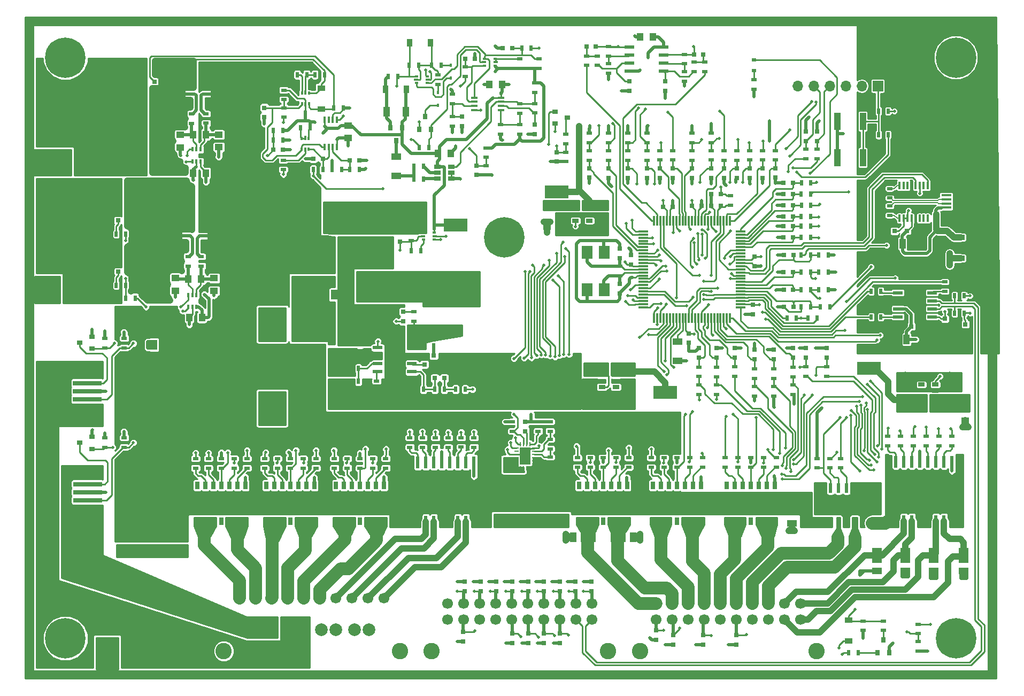
<source format=gbr>
G04 #@! TF.FileFunction,Copper,L1,Top,Signal*
%FSLAX46Y46*%
G04 Gerber Fmt 4.6, Leading zero omitted, Abs format (unit mm)*
G04 Created by KiCad (PCBNEW 4.0.7) date 01/11/18 09:08:32*
%MOMM*%
%LPD*%
G01*
G04 APERTURE LIST*
%ADD10C,0.100000*%
%ADD11R,0.800000X0.750000*%
%ADD12R,1.700000X2.100000*%
%ADD13R,0.400000X1.200000*%
%ADD14R,0.400000X0.650000*%
%ADD15R,1.060000X0.650000*%
%ADD16R,0.700000X0.250000*%
%ADD17R,0.250000X0.700000*%
%ADD18R,0.825000X1.325000*%
%ADD19R,1.100000X0.400000*%
%ADD20R,1.550000X0.600000*%
%ADD21R,0.600000X1.950000*%
%ADD22R,0.650000X1.310000*%
%ADD23R,6.400000X2.650000*%
%ADD24R,9.400000X10.800000*%
%ADD25R,4.600000X0.800000*%
%ADD26R,4.600000X5.300000*%
%ADD27R,0.400000X1.100000*%
%ADD28R,0.500000X0.900000*%
%ADD29R,0.900000X0.500000*%
%ADD30R,0.900000X0.800000*%
%ADD31R,5.900000X1.600000*%
%ADD32R,1.650000X0.400000*%
%ADD33O,1.500000X1.100000*%
%ADD34O,1.700000X1.200000*%
%ADD35R,2.500000X1.430000*%
%ADD36R,1.200000X0.900000*%
%ADD37R,0.900000X1.200000*%
%ADD38R,0.800000X0.900000*%
%ADD39R,2.500000X3.300000*%
%ADD40R,1.000000X1.600000*%
%ADD41R,0.750000X0.800000*%
%ADD42R,1.000000X1.250000*%
%ADD43R,1.250000X1.000000*%
%ADD44R,1.600000X1.000000*%
%ADD45R,1.600000X3.500000*%
%ADD46R,3.500000X1.600000*%
%ADD47R,0.375000X0.500000*%
%ADD48R,0.300000X0.650000*%
%ADD49R,0.500000X0.375000*%
%ADD50R,0.650000X0.300000*%
%ADD51R,0.800000X0.700000*%
%ADD52R,4.290000X4.500000*%
%ADD53R,1.600000X1.550000*%
%ADD54R,1.200000X1.550000*%
%ADD55R,1.700000X1.700000*%
%ADD56O,1.700000X1.700000*%
%ADD57R,0.450000X0.600000*%
%ADD58C,2.800000*%
%ADD59R,1.000000X0.500000*%
%ADD60R,0.500000X0.500000*%
%ADD61R,4.000000X2.500000*%
%ADD62R,0.800000X0.600000*%
%ADD63R,1.500000X2.400000*%
%ADD64R,1.500000X1.050000*%
%ADD65R,2.400000X1.500000*%
%ADD66R,1.050000X1.500000*%
%ADD67C,6.400000*%
%ADD68C,0.800000*%
%ADD69R,1.000000X2.750000*%
%ADD70C,1.700000*%
%ADD71C,2.600000*%
%ADD72R,1.500000X0.300000*%
%ADD73R,0.300000X1.500000*%
%ADD74R,1.200000X1.600000*%
%ADD75C,0.600000*%
%ADD76R,0.600000X1.550000*%
%ADD77R,1.600000X1.200000*%
%ADD78R,1.998980X2.999740*%
%ADD79R,1.400000X1.600000*%
%ADD80R,4.960000X3.800000*%
%ADD81R,1.900000X1.700000*%
%ADD82R,0.600000X2.400000*%
%ADD83C,2.000000*%
%ADD84R,3.800000X2.000000*%
%ADD85C,0.500000*%
%ADD86C,1.000000*%
%ADD87C,0.250000*%
%ADD88C,0.500000*%
%ADD89C,2.000000*%
%ADD90C,0.150000*%
%ADD91C,0.254000*%
G04 APERTURE END LIST*
D10*
D11*
X155714000Y-83844000D03*
X157214000Y-83844000D03*
D12*
X127334000Y-100740000D03*
X127334000Y-94840000D03*
X124634000Y-94840000D03*
X124634000Y-100740000D03*
D13*
X178498500Y-84268000D03*
X177863500Y-84268000D03*
X177228500Y-84268000D03*
X176593500Y-84268000D03*
X175958500Y-84268000D03*
X175323500Y-84268000D03*
X174688500Y-84268000D03*
X174053500Y-84268000D03*
X174053500Y-89468000D03*
X174688500Y-89468000D03*
X175323500Y-89468000D03*
X175958500Y-89468000D03*
X176593500Y-89468000D03*
X177228500Y-89468000D03*
X177863500Y-89468000D03*
X178498500Y-89468000D03*
D14*
X61453000Y-103500000D03*
X62753000Y-103500000D03*
X62103000Y-101600000D03*
X62103000Y-103500000D03*
X62753000Y-101600000D03*
X61453000Y-101600000D03*
D15*
X100893000Y-81294000D03*
X100893000Y-82244000D03*
X100893000Y-83194000D03*
X103093000Y-83194000D03*
X103093000Y-81294000D03*
X103093000Y-82244000D03*
D16*
X113405000Y-125881000D03*
X113405000Y-126381000D03*
X113405000Y-126881000D03*
X113405000Y-127381000D03*
X113405000Y-127881000D03*
X113405000Y-128381000D03*
D17*
X114055000Y-129031000D03*
X114555000Y-129031000D03*
X115055000Y-129031000D03*
X115555000Y-129031000D03*
D16*
X116205000Y-128381000D03*
X116205000Y-127881000D03*
X116205000Y-127381000D03*
X116205000Y-126881000D03*
X116205000Y-126381000D03*
X116205000Y-125881000D03*
D17*
X115555000Y-125231000D03*
X115055000Y-125231000D03*
X114555000Y-125231000D03*
X114055000Y-125231000D03*
D18*
X115217500Y-127793500D03*
X115217500Y-126468500D03*
X114392500Y-127793500D03*
X114392500Y-126468500D03*
D19*
X106701000Y-70347000D03*
X106701000Y-70997000D03*
X106701000Y-71647000D03*
X106701000Y-72297000D03*
X111001000Y-72297000D03*
X111001000Y-71647000D03*
X111001000Y-70997000D03*
X111001000Y-70347000D03*
D15*
X122768000Y-87950000D03*
X122768000Y-88900000D03*
X122768000Y-89850000D03*
X124968000Y-89850000D03*
X124968000Y-87950000D03*
X126964000Y-114282000D03*
X126964000Y-115232000D03*
X126964000Y-116182000D03*
X129164000Y-116182000D03*
X129164000Y-114282000D03*
D20*
X173822858Y-101258999D03*
X173822858Y-102528999D03*
X173822858Y-103798999D03*
X173822858Y-105068999D03*
X179222858Y-105068999D03*
X179222858Y-103798999D03*
X179222858Y-102528999D03*
X179222858Y-101258999D03*
D21*
X183642000Y-128016000D03*
X182372000Y-128016000D03*
X181102000Y-128016000D03*
X179832000Y-128016000D03*
X178562000Y-128016000D03*
X177292000Y-128016000D03*
X176022000Y-128016000D03*
X174752000Y-128016000D03*
X173482000Y-128016000D03*
X172212000Y-128016000D03*
X172212000Y-137416000D03*
X173482000Y-137416000D03*
X174752000Y-137416000D03*
X176022000Y-137416000D03*
X177292000Y-137416000D03*
X178562000Y-137416000D03*
X179832000Y-137416000D03*
X181102000Y-137416000D03*
X182372000Y-137416000D03*
X183642000Y-137416000D03*
D22*
X142621000Y-137440000D03*
X142621000Y-131750000D03*
X141351000Y-137440000D03*
X141351000Y-131750000D03*
X140081000Y-137440000D03*
X140081000Y-131750000D03*
X138811000Y-137440000D03*
X138811000Y-131750000D03*
X137541000Y-137440000D03*
X137541000Y-131750000D03*
X136271000Y-137440000D03*
X136271000Y-131750000D03*
X135001000Y-137440000D03*
X135001000Y-131750000D03*
D23*
X138811000Y-134595000D03*
D22*
X154330000Y-137440000D03*
X154330000Y-131750000D03*
X153060000Y-137440000D03*
X153060000Y-131750000D03*
X151790000Y-137440000D03*
X151790000Y-131750000D03*
X150520000Y-137440000D03*
X150520000Y-131750000D03*
X149250000Y-137440000D03*
X149250000Y-131750000D03*
X147980000Y-137440000D03*
X147980000Y-131750000D03*
X146710000Y-137440000D03*
X146710000Y-131750000D03*
D23*
X150520000Y-134595000D03*
D22*
X130937000Y-137440000D03*
X130937000Y-131750000D03*
X129667000Y-137440000D03*
X129667000Y-131750000D03*
X128397000Y-137440000D03*
X128397000Y-131750000D03*
X127127000Y-137440000D03*
X127127000Y-131750000D03*
X125857000Y-137440000D03*
X125857000Y-131750000D03*
X124587000Y-137440000D03*
X124587000Y-131750000D03*
X123317000Y-137440000D03*
X123317000Y-131750000D03*
D23*
X127127000Y-134595000D03*
D22*
X92456000Y-137465000D03*
X92456000Y-131775000D03*
X91186000Y-137465000D03*
X91186000Y-131775000D03*
X89916000Y-137465000D03*
X89916000Y-131775000D03*
X88646000Y-137465000D03*
X88646000Y-131775000D03*
X87376000Y-137465000D03*
X87376000Y-131775000D03*
X86106000Y-137465000D03*
X86106000Y-131775000D03*
X84836000Y-137465000D03*
X84836000Y-131775000D03*
D23*
X88646000Y-134620000D03*
D22*
X81407000Y-137465000D03*
X81407000Y-131775000D03*
X80137000Y-137465000D03*
X80137000Y-131775000D03*
X78867000Y-137465000D03*
X78867000Y-131775000D03*
X77597000Y-137465000D03*
X77597000Y-131775000D03*
X76327000Y-137465000D03*
X76327000Y-131775000D03*
X75057000Y-137465000D03*
X75057000Y-131775000D03*
X73787000Y-137465000D03*
X73787000Y-131775000D03*
D23*
X77597000Y-134620000D03*
D22*
X70485000Y-137465000D03*
X70485000Y-131775000D03*
X69215000Y-137465000D03*
X69215000Y-131775000D03*
X67945000Y-137465000D03*
X67945000Y-131775000D03*
X66675000Y-137465000D03*
X66675000Y-131775000D03*
X65405000Y-137465000D03*
X65405000Y-131775000D03*
X64135000Y-137465000D03*
X64135000Y-131775000D03*
X62865000Y-137465000D03*
X62865000Y-131775000D03*
D23*
X66675000Y-134620000D03*
D24*
X54616000Y-116840000D03*
D25*
X45466000Y-119380000D03*
X45466000Y-118110000D03*
X45466000Y-115570000D03*
X45466000Y-114300000D03*
X45466000Y-113030000D03*
X45466000Y-116840000D03*
X45466000Y-120650000D03*
D26*
X52241000Y-114090000D03*
X56991000Y-114090000D03*
X56991000Y-119590000D03*
X52241000Y-119590000D03*
D24*
X54683000Y-132842000D03*
D25*
X45533000Y-135382000D03*
X45533000Y-134112000D03*
X45533000Y-131572000D03*
X45533000Y-130302000D03*
X45533000Y-129032000D03*
X45533000Y-132842000D03*
X45533000Y-136652000D03*
D26*
X52308000Y-130092000D03*
X57058000Y-130092000D03*
X57058000Y-135592000D03*
X52308000Y-135592000D03*
D21*
X107950000Y-128141000D03*
X106680000Y-128141000D03*
X105410000Y-128141000D03*
X104140000Y-128141000D03*
X102870000Y-128141000D03*
X101600000Y-128141000D03*
X100330000Y-128141000D03*
X99060000Y-128141000D03*
X97790000Y-128141000D03*
X96520000Y-128141000D03*
X96520000Y-137541000D03*
X97790000Y-137541000D03*
X99060000Y-137541000D03*
X100330000Y-137541000D03*
X101600000Y-137541000D03*
X102870000Y-137541000D03*
X104140000Y-137541000D03*
X105410000Y-137541000D03*
X106680000Y-137541000D03*
X107950000Y-137541000D03*
D14*
X62088000Y-80452000D03*
X63388000Y-80452000D03*
X62738000Y-78552000D03*
X62738000Y-80452000D03*
X63388000Y-78552000D03*
X62088000Y-78552000D03*
D27*
X83025000Y-78150000D03*
X83675000Y-78150000D03*
X84325000Y-78150000D03*
X84975000Y-78150000D03*
X84975000Y-73850000D03*
X84325000Y-73850000D03*
X83675000Y-73850000D03*
X83025000Y-73850000D03*
D28*
X93103000Y-67004000D03*
X94603000Y-67004000D03*
D29*
X151122000Y-117586000D03*
X151122000Y-116086000D03*
X108597000Y-81113000D03*
X108597000Y-82613000D03*
X108597000Y-78319000D03*
X108597000Y-79819000D03*
X61468000Y-95516000D03*
X61468000Y-97016000D03*
X63500000Y-95516000D03*
X63500000Y-97016000D03*
X105295000Y-66992000D03*
X105295000Y-65492000D03*
X138176000Y-78740000D03*
X138176000Y-80240000D03*
D28*
X51538000Y-100076000D03*
X50038000Y-100076000D03*
X51538000Y-91948000D03*
X50038000Y-91948000D03*
X53074000Y-102108000D03*
X51574000Y-102108000D03*
D29*
X103263000Y-73378000D03*
X103263000Y-74878000D03*
X103263000Y-69822000D03*
X103263000Y-71322000D03*
D28*
X99961000Y-65226000D03*
X101461000Y-65226000D03*
X96405000Y-65226000D03*
X97905000Y-65226000D03*
X97179000Y-83260000D03*
X98679000Y-83260000D03*
X97179000Y-81228000D03*
X98679000Y-81228000D03*
D29*
X113931000Y-65710000D03*
X113931000Y-64210000D03*
X116979000Y-65710000D03*
X116979000Y-64210000D03*
D28*
X114250000Y-62500000D03*
X115750000Y-62500000D03*
X99500000Y-78250000D03*
X98000000Y-78250000D03*
D29*
X116299126Y-67999412D03*
X116299126Y-69499412D03*
X116299126Y-71289412D03*
X116299126Y-72789412D03*
X113931000Y-71322000D03*
X113931000Y-72822000D03*
X110883000Y-74636000D03*
X110883000Y-76136000D03*
X113931000Y-76136000D03*
X113931000Y-74636000D03*
D28*
X157750000Y-105250000D03*
X156250000Y-105250000D03*
D29*
X136144000Y-78740000D03*
X136144000Y-80240000D03*
D28*
X159536000Y-105250000D03*
X161036000Y-105250000D03*
D29*
X112776000Y-121690000D03*
X112776000Y-123190000D03*
X116840000Y-121678000D03*
X116840000Y-123178000D03*
X118745000Y-121678000D03*
X118745000Y-123178000D03*
X118745000Y-124472000D03*
X118745000Y-125972000D03*
X118745000Y-127266000D03*
X118745000Y-128766000D03*
X159250000Y-114464000D03*
X159250000Y-112964000D03*
X162500000Y-114464000D03*
X162500000Y-112964000D03*
X157218000Y-117336000D03*
X157218000Y-115836000D03*
X154170000Y-117586000D03*
X154170000Y-116086000D03*
X144272000Y-75970000D03*
X144272000Y-77470000D03*
X124968000Y-75958000D03*
X124968000Y-77458000D03*
X151122000Y-114792000D03*
X151122000Y-113292000D03*
X157218000Y-114542000D03*
X157218000Y-113042000D03*
X154170000Y-114792000D03*
X154170000Y-113292000D03*
D28*
X84500000Y-72000000D03*
X86000000Y-72000000D03*
D29*
X76580000Y-71950000D03*
X76580000Y-73450000D03*
D28*
X98675000Y-116554000D03*
X97175000Y-116554000D03*
X101977000Y-116554000D03*
X100477000Y-116554000D03*
X105279000Y-116554000D03*
X103779000Y-116554000D03*
X160000000Y-103500000D03*
X158500000Y-103500000D03*
X163000000Y-103500000D03*
X161500000Y-103500000D03*
D29*
X97163000Y-105747000D03*
X97163000Y-104247000D03*
D28*
X100326000Y-109696000D03*
X98826000Y-109696000D03*
X96778000Y-94571000D03*
X98278000Y-94571000D03*
D29*
X96778000Y-91523000D03*
X96778000Y-93023000D03*
X91250000Y-115250000D03*
X91250000Y-116750000D03*
X134112000Y-77470000D03*
X134112000Y-75970000D03*
X131064000Y-77458000D03*
X131064000Y-75958000D03*
D28*
X172250000Y-76250000D03*
X170750000Y-76250000D03*
X172250000Y-72500000D03*
X170750000Y-72500000D03*
X182793000Y-104500000D03*
X184293000Y-104500000D03*
X184293000Y-101750000D03*
X182793000Y-101750000D03*
X171097000Y-101040000D03*
X169597000Y-101040000D03*
D29*
X181257000Y-101028000D03*
X181257000Y-99528000D03*
D28*
X171097000Y-105104000D03*
X169597000Y-105104000D03*
D29*
X180340000Y-125464000D03*
X180340000Y-123964000D03*
X176276000Y-125464000D03*
X176276000Y-123964000D03*
X182372000Y-125464000D03*
X182372000Y-123964000D03*
X174244000Y-125464000D03*
X174244000Y-123964000D03*
X172212000Y-125464000D03*
X172212000Y-123964000D03*
X178308000Y-125464000D03*
X178308000Y-123964000D03*
X161000000Y-127500000D03*
X161000000Y-129000000D03*
X163000000Y-129000000D03*
X163000000Y-127500000D03*
X138811000Y-127393000D03*
X138811000Y-128893000D03*
X140843000Y-128893000D03*
X140843000Y-127393000D03*
X142875000Y-128893000D03*
X142875000Y-127393000D03*
X150495000Y-127393000D03*
X150495000Y-128893000D03*
X152527000Y-128893000D03*
X152527000Y-127393000D03*
X154559000Y-128893000D03*
X154559000Y-127393000D03*
X154432000Y-78740000D03*
X154432000Y-80240000D03*
X164750000Y-129000000D03*
X164750000Y-127500000D03*
X150368000Y-78740000D03*
X150368000Y-80240000D03*
X136779000Y-128893000D03*
X136779000Y-127393000D03*
X134747000Y-128893000D03*
X134747000Y-127393000D03*
X148336000Y-78752000D03*
X148336000Y-80252000D03*
X148463000Y-128881000D03*
X148463000Y-127381000D03*
X146431000Y-128893000D03*
X146431000Y-127393000D03*
X134112000Y-78752000D03*
X134112000Y-80252000D03*
X131064000Y-78752000D03*
X131064000Y-80252000D03*
X127127000Y-127393000D03*
X127127000Y-128893000D03*
X129159000Y-128893000D03*
X129159000Y-127393000D03*
X141224000Y-75970000D03*
X141224000Y-77470000D03*
X141224000Y-78764000D03*
X141224000Y-80264000D03*
X144272000Y-78740000D03*
X144272000Y-80240000D03*
D28*
X159996000Y-85622000D03*
X158496000Y-85622000D03*
D29*
X131191000Y-128893000D03*
X131191000Y-127393000D03*
X88646000Y-127520000D03*
X88646000Y-129020000D03*
X90678000Y-129020000D03*
X90678000Y-127520000D03*
X92710000Y-129020000D03*
X92710000Y-127520000D03*
X77597000Y-127520000D03*
X77597000Y-129020000D03*
X79629000Y-129020000D03*
X79629000Y-127520000D03*
X81661000Y-129020000D03*
X81661000Y-127520000D03*
X66675000Y-127520000D03*
X66675000Y-129020000D03*
X68707000Y-129020000D03*
X68707000Y-127520000D03*
X70739000Y-129020000D03*
X70739000Y-127520000D03*
X152400000Y-78740000D03*
X152400000Y-80240000D03*
X86614000Y-129020000D03*
X86614000Y-127520000D03*
X84582000Y-129020000D03*
X84582000Y-127520000D03*
D28*
X160008000Y-89178000D03*
X158508000Y-89178000D03*
D29*
X75565000Y-129020000D03*
X75565000Y-127520000D03*
X73533000Y-129032000D03*
X73533000Y-127532000D03*
D28*
X160020000Y-87400000D03*
X158520000Y-87400000D03*
D29*
X64643000Y-129020000D03*
X64643000Y-127520000D03*
X62611000Y-129020000D03*
X62611000Y-127520000D03*
X51308000Y-108470000D03*
X51308000Y-109970000D03*
X51308000Y-124218000D03*
X51308000Y-125718000D03*
D28*
X160008000Y-90706000D03*
X158508000Y-90706000D03*
X159996000Y-92484000D03*
X158496000Y-92484000D03*
D29*
X104648000Y-125706000D03*
X104648000Y-124206000D03*
X100584000Y-125718000D03*
X100584000Y-124218000D03*
X106680000Y-125718000D03*
X106680000Y-124218000D03*
X98552000Y-125730000D03*
X98552000Y-124230000D03*
X96520000Y-125718000D03*
X96520000Y-124218000D03*
X102616000Y-125730000D03*
X102616000Y-124230000D03*
X48260000Y-109970000D03*
X48260000Y-108470000D03*
X48260000Y-125730000D03*
X48260000Y-124230000D03*
D28*
X88388000Y-115284000D03*
X86888000Y-115284000D03*
X86888000Y-113252000D03*
X88388000Y-113252000D03*
X160020000Y-83844000D03*
X158520000Y-83844000D03*
D29*
X125095000Y-128893000D03*
X125095000Y-127393000D03*
X123063000Y-128905000D03*
X123063000Y-127405000D03*
X128016000Y-78752000D03*
X128016000Y-80252000D03*
D28*
X74898000Y-77106000D03*
X76398000Y-77106000D03*
X76398000Y-75582000D03*
X74898000Y-75582000D03*
D29*
X61976000Y-72910000D03*
X61976000Y-74410000D03*
X64262000Y-72898000D03*
X64262000Y-74398000D03*
D28*
X81250000Y-81750000D03*
X82750000Y-81750000D03*
D29*
X146304000Y-78752000D03*
X146304000Y-80252000D03*
X124968000Y-78752000D03*
X124968000Y-80252000D03*
D28*
X80196000Y-66736000D03*
X78696000Y-66736000D03*
X82990000Y-66736000D03*
X81490000Y-66736000D03*
X87000000Y-81750000D03*
X88500000Y-81750000D03*
X84250000Y-81750000D03*
X85750000Y-81750000D03*
X80716000Y-75118000D03*
X79216000Y-75118000D03*
D29*
X76580000Y-69156000D03*
X76580000Y-70656000D03*
X121208000Y-79000000D03*
X121208000Y-80500000D03*
X121208000Y-76181999D03*
X121208000Y-77681999D03*
X76500000Y-80250000D03*
X76500000Y-81750000D03*
X129794000Y-98540000D03*
X129794000Y-97040000D03*
D30*
X46228000Y-110104000D03*
X46228000Y-108204000D03*
X44228000Y-109154000D03*
X46228000Y-125984000D03*
X46228000Y-124084000D03*
X44228000Y-125034000D03*
D31*
X101862000Y-107220000D03*
X101862000Y-102520000D03*
D29*
X84082000Y-110500000D03*
X84082000Y-109000000D03*
X147320000Y-87364000D03*
X147320000Y-85864000D03*
D32*
X181476000Y-87780000D03*
X181476000Y-87130000D03*
X181476000Y-86480000D03*
X181476000Y-85830000D03*
X181476000Y-85180000D03*
D33*
X181356000Y-88900000D03*
X181356000Y-84060000D03*
D34*
X184356000Y-89210000D03*
X184356000Y-83750000D03*
D35*
X184596000Y-87440000D03*
X184596000Y-85520000D03*
D36*
X183750000Y-95800000D03*
X183750000Y-92500000D03*
D37*
X92723000Y-69036000D03*
X96023000Y-69036000D03*
X96533000Y-61670000D03*
X99833000Y-61670000D03*
D38*
X95323000Y-75148000D03*
X93423000Y-75148000D03*
X94373000Y-77148000D03*
D39*
X39850000Y-80500000D03*
X46650000Y-80500000D03*
D36*
X82500000Y-68850000D03*
X82500000Y-72150000D03*
X83500000Y-89350000D03*
X83500000Y-92650000D03*
X81000000Y-106600000D03*
X81000000Y-109900000D03*
D11*
X177435000Y-106628000D03*
X175935000Y-106628000D03*
X176772000Y-91440000D03*
X175272000Y-91440000D03*
D40*
X174522000Y-93472000D03*
X177522000Y-93472000D03*
D41*
X180086000Y-92952000D03*
X180086000Y-91452000D03*
X95000000Y-93174000D03*
X95000000Y-91674000D03*
X157206000Y-109994000D03*
X157206000Y-111494000D03*
D42*
X61611000Y-105156000D03*
X63611000Y-105156000D03*
D41*
X107073000Y-82601000D03*
X107073000Y-81101000D03*
D43*
X59436000Y-98949000D03*
X59436000Y-100949000D03*
X65532000Y-98949000D03*
X65532000Y-100949000D03*
D42*
X61484000Y-99060000D03*
X63484000Y-99060000D03*
D41*
X138176000Y-83046000D03*
X138176000Y-81546000D03*
D11*
X105307000Y-64210000D03*
X106807000Y-64210000D03*
D41*
X104787000Y-74866000D03*
X104787000Y-73366000D03*
D40*
X92873000Y-72592000D03*
X95873000Y-72592000D03*
D44*
X94373000Y-79728000D03*
X94373000Y-82728000D03*
D41*
X116299126Y-76103412D03*
X116299126Y-74603412D03*
X136144000Y-83046000D03*
X136144000Y-81546000D03*
X114808000Y-121690000D03*
X114808000Y-123190000D03*
X141224000Y-83058000D03*
X141224000Y-81558000D03*
X135500000Y-156250000D03*
X135500000Y-154750000D03*
X144272000Y-83046000D03*
X144272000Y-81546000D03*
X138250000Y-157000000D03*
X138250000Y-155500000D03*
D11*
X138164000Y-87630000D03*
X136664000Y-87630000D03*
D41*
X154170000Y-110244000D03*
X154170000Y-111744000D03*
D11*
X112750000Y-62500000D03*
X111250000Y-62500000D03*
D44*
X91448000Y-102100000D03*
X91448000Y-105100000D03*
X88908000Y-102100000D03*
X88908000Y-105100000D03*
D41*
X93734000Y-103588000D03*
X93734000Y-102088000D03*
D11*
X100465000Y-114776000D03*
X101965000Y-114776000D03*
X155750000Y-103500000D03*
X157250000Y-103500000D03*
X100326000Y-111220000D03*
X98826000Y-111220000D03*
D41*
X95512000Y-105759000D03*
X95512000Y-104259000D03*
D44*
X127000000Y-87400000D03*
X127000000Y-90400000D03*
X92968000Y-90912000D03*
X92968000Y-93912000D03*
X120650000Y-87400000D03*
X120650000Y-90400000D03*
D40*
X175185000Y-108660000D03*
X178185000Y-108660000D03*
D41*
X181257000Y-106870000D03*
X181257000Y-105370000D03*
X154432000Y-83034000D03*
X154432000Y-81534000D03*
X150368000Y-83046000D03*
X150368000Y-81546000D03*
X148336000Y-83046000D03*
X148336000Y-81546000D03*
X143000000Y-157000000D03*
X143000000Y-155500000D03*
X148250000Y-157000000D03*
X148250000Y-155500000D03*
X134112000Y-83046000D03*
X134112000Y-81546000D03*
X131064000Y-83058000D03*
X131064000Y-81558000D03*
D11*
X144284000Y-85598000D03*
X145784000Y-85598000D03*
X155714000Y-85622000D03*
X157214000Y-85622000D03*
D41*
X152400000Y-83046000D03*
X152400000Y-81546000D03*
D11*
X155714000Y-89178000D03*
X157214000Y-89178000D03*
X155714000Y-87400000D03*
X157214000Y-87400000D03*
X155714000Y-90706000D03*
X157214000Y-90706000D03*
X155714000Y-92484000D03*
X157214000Y-92484000D03*
D45*
X88142000Y-88696000D03*
X88142000Y-94096000D03*
D11*
X100326000Y-112617000D03*
X98826000Y-112617000D03*
D41*
X88654000Y-109454000D03*
X88654000Y-110954000D03*
D44*
X86368000Y-111196000D03*
X86368000Y-108196000D03*
X131282000Y-113732000D03*
X131282000Y-116732000D03*
D40*
X83090000Y-106140000D03*
X86090000Y-106140000D03*
D46*
X80366000Y-101568000D03*
X85766000Y-101568000D03*
D44*
X124932000Y-113708000D03*
X124932000Y-116708000D03*
D41*
X73500000Y-71950000D03*
X73500000Y-73450000D03*
D42*
X62230000Y-82296000D03*
X64230000Y-82296000D03*
D11*
X76398000Y-78630000D03*
X74898000Y-78630000D03*
D43*
X60198000Y-76216000D03*
X60198000Y-78216000D03*
X66294000Y-76200000D03*
X66294000Y-78200000D03*
D42*
X62246000Y-76200000D03*
X64246000Y-76200000D03*
D41*
X146304000Y-83046000D03*
X146304000Y-81546000D03*
D11*
X82750000Y-80000000D03*
X81250000Y-80000000D03*
X88500000Y-80250000D03*
X87000000Y-80250000D03*
D41*
X119750000Y-80500000D03*
X119750000Y-79000000D03*
D44*
X138938000Y-109000000D03*
X138938000Y-112000000D03*
D11*
X144284000Y-87500000D03*
X145784000Y-87500000D03*
D41*
X131572000Y-95262000D03*
X131572000Y-96762000D03*
X151130000Y-97016000D03*
X151130000Y-95516000D03*
X150876000Y-104636000D03*
X150876000Y-103136000D03*
X129794000Y-94246000D03*
X129794000Y-95746000D03*
X129794000Y-101334000D03*
X129794000Y-99834000D03*
X140716000Y-109196000D03*
X140716000Y-107696000D03*
D11*
X142736000Y-87500000D03*
X141236000Y-87500000D03*
D47*
X79462500Y-71350000D03*
X80537500Y-71350000D03*
D48*
X80000000Y-69575000D03*
X80000000Y-71425000D03*
D47*
X80537500Y-69650000D03*
X79462500Y-69650000D03*
X79416500Y-78508000D03*
X80491500Y-78508000D03*
D48*
X79954000Y-76733000D03*
X79954000Y-78583000D03*
D47*
X80491500Y-76808000D03*
X79416500Y-76808000D03*
D49*
X108343000Y-64210000D03*
X108343000Y-65285000D03*
D50*
X110118000Y-64747500D03*
X108268000Y-64747500D03*
D49*
X110043000Y-65285000D03*
X110043000Y-64210000D03*
X99287000Y-68049500D03*
X99287000Y-66974500D03*
D50*
X97512000Y-67512000D03*
X99362000Y-67512000D03*
D49*
X97587000Y-66974500D03*
X97587000Y-68049500D03*
D51*
X50336000Y-85974000D03*
X50336000Y-87244000D03*
X50336000Y-88524000D03*
X50336000Y-89794000D03*
X55836000Y-89794000D03*
X55836000Y-88524000D03*
X55836000Y-87244000D03*
X55836000Y-85974000D03*
D52*
X53586000Y-87884000D03*
D53*
X54336000Y-86794000D03*
X54336000Y-88974000D03*
D54*
X52336000Y-86794000D03*
X52336000Y-88974000D03*
D51*
X50344000Y-94102000D03*
X50344000Y-95372000D03*
X50344000Y-96652000D03*
X50344000Y-97922000D03*
X55844000Y-97922000D03*
X55844000Y-96652000D03*
X55844000Y-95372000D03*
X55844000Y-94102000D03*
D52*
X53594000Y-96012000D03*
D53*
X54344000Y-94922000D03*
X54344000Y-97102000D03*
D54*
X52344000Y-94922000D03*
X52344000Y-97102000D03*
D49*
X100422000Y-92822500D03*
X100422000Y-91747500D03*
D50*
X98647000Y-92285000D03*
X100497000Y-92285000D03*
D49*
X98722000Y-91747500D03*
X98722000Y-92822500D03*
D55*
X170620000Y-68500000D03*
D56*
X168080000Y-68500000D03*
X165540000Y-68500000D03*
X163000000Y-68500000D03*
X160460000Y-68500000D03*
X157920000Y-68500000D03*
D37*
X97670000Y-107664000D03*
X94370000Y-107664000D03*
D57*
X100977000Y-71610000D03*
X100977000Y-69510000D03*
X103009000Y-67292000D03*
X103009000Y-65192000D03*
D38*
X97995000Y-75370000D03*
X99895000Y-75370000D03*
X98945000Y-73370000D03*
D28*
X159996000Y-100806000D03*
X158496000Y-100806000D03*
D29*
X100977000Y-66750000D03*
X100977000Y-68250000D03*
D41*
X151122000Y-110244000D03*
X151122000Y-111744000D03*
X105250000Y-147000000D03*
X105250000Y-148500000D03*
X107750000Y-147000000D03*
X107750000Y-148500000D03*
X110250000Y-147000000D03*
X110250000Y-148500000D03*
X112750000Y-147000000D03*
X112750000Y-148500000D03*
X115250000Y-147000000D03*
X115250000Y-148500000D03*
D11*
X155726000Y-100806000D03*
X157226000Y-100806000D03*
X155714000Y-98008000D03*
X157214000Y-98008000D03*
D41*
X117750000Y-147000000D03*
X117750000Y-148500000D03*
X120250000Y-147000000D03*
X120250000Y-148500000D03*
X145074000Y-109994000D03*
X145074000Y-111494000D03*
X142276000Y-110006000D03*
X142276000Y-111506000D03*
X122750000Y-147000000D03*
X122750000Y-148500000D03*
X125250000Y-147000000D03*
X125250000Y-148500000D03*
D28*
X159996000Y-98008000D03*
X158496000Y-98008000D03*
X162802000Y-100806000D03*
X161302000Y-100806000D03*
X162790000Y-98008000D03*
X161290000Y-98008000D03*
D29*
X145074000Y-114542000D03*
X145074000Y-113042000D03*
X142276000Y-114530000D03*
X142276000Y-113030000D03*
X145074000Y-117336000D03*
X145074000Y-115836000D03*
X142276000Y-117336000D03*
X142276000Y-115836000D03*
D41*
X124968000Y-83034000D03*
X124968000Y-81534000D03*
X128016000Y-83046000D03*
X128016000Y-81546000D03*
D51*
X56134000Y-71638000D03*
X56134000Y-70368000D03*
X56134000Y-69088000D03*
X56134000Y-67818000D03*
X50634000Y-67818000D03*
X50634000Y-69088000D03*
X50634000Y-70368000D03*
X50634000Y-71638000D03*
D52*
X52884000Y-69728000D03*
D53*
X52134000Y-70818000D03*
X52134000Y-68638000D03*
D54*
X54134000Y-70818000D03*
X54134000Y-68638000D03*
D41*
X105000000Y-156500000D03*
X105000000Y-155000000D03*
X112750000Y-156750000D03*
X112750000Y-155250000D03*
X115250000Y-156750000D03*
X115250000Y-155250000D03*
D29*
X128016000Y-75970000D03*
X128016000Y-77470000D03*
D58*
X40000000Y-75000000D03*
X47000000Y-75000000D03*
X40000000Y-70000000D03*
X47000000Y-70000000D03*
X39680000Y-93980000D03*
X46680000Y-93980000D03*
X39680000Y-88980000D03*
X46680000Y-88980000D03*
X177000000Y-77250000D03*
X184000000Y-77250000D03*
X177000000Y-72250000D03*
X184000000Y-72250000D03*
D11*
X124500000Y-62250000D03*
X126000000Y-62250000D03*
X143000000Y-63500000D03*
X141500000Y-63500000D03*
D41*
X131250000Y-69250000D03*
X131250000Y-67750000D03*
X137000000Y-69250000D03*
X137000000Y-67750000D03*
D29*
X124500000Y-65250000D03*
X124500000Y-63750000D03*
X143250000Y-66250000D03*
X143250000Y-64750000D03*
X126250000Y-63750000D03*
X126250000Y-65250000D03*
X141500000Y-64750000D03*
X141500000Y-66250000D03*
X128000000Y-63750000D03*
X128000000Y-62250000D03*
X128000000Y-66500000D03*
X128000000Y-65000000D03*
X140000000Y-65000000D03*
X140000000Y-63500000D03*
X140000000Y-67750000D03*
X140000000Y-66250000D03*
D20*
X131300000Y-62345000D03*
X131300000Y-63615000D03*
X131300000Y-64885000D03*
X131300000Y-66155000D03*
X136700000Y-66155000D03*
X136700000Y-64885000D03*
X136700000Y-63615000D03*
X136700000Y-62345000D03*
D59*
X61000000Y-69750000D03*
D60*
X60250000Y-69750000D03*
X61750000Y-69750000D03*
D59*
X65000000Y-69750000D03*
D60*
X65750000Y-69750000D03*
X64250000Y-69750000D03*
D59*
X60500000Y-92250000D03*
D60*
X59750000Y-92250000D03*
X61250000Y-92250000D03*
D59*
X64500000Y-92250000D03*
D60*
X65250000Y-92250000D03*
X63750000Y-92250000D03*
D61*
X66750000Y-118250000D03*
X74750000Y-118250000D03*
X66750000Y-107500000D03*
X74750000Y-107500000D03*
D11*
X171750000Y-91500000D03*
X173250000Y-91500000D03*
X183000000Y-106250000D03*
X184500000Y-106250000D03*
D62*
X151000000Y-66100000D03*
X151000000Y-64400000D03*
D29*
X151000000Y-69000000D03*
X151000000Y-67500000D03*
X172500000Y-86250000D03*
X172500000Y-84750000D03*
X172500000Y-87500000D03*
X172500000Y-89000000D03*
D63*
X170500000Y-142900000D03*
D64*
X170500000Y-145275000D03*
D63*
X175000000Y-142900000D03*
D64*
X175000000Y-145275000D03*
D63*
X179500000Y-142900000D03*
D64*
X179500000Y-145275000D03*
D63*
X184250000Y-142900000D03*
D64*
X184250000Y-145275000D03*
D65*
X124750000Y-140000000D03*
D66*
X122375000Y-140000000D03*
D65*
X129500000Y-140000000D03*
D66*
X131875000Y-140000000D03*
D67*
X183000000Y-156000000D03*
D68*
X185400000Y-156000000D03*
X184697056Y-157697056D03*
X183000000Y-158400000D03*
X181302944Y-157697056D03*
X180600000Y-156000000D03*
X181302944Y-154302944D03*
X183000000Y-153600000D03*
X184697056Y-154302944D03*
D67*
X183000000Y-64000000D03*
D68*
X185400000Y-64000000D03*
X184697056Y-65697056D03*
X183000000Y-66400000D03*
X181302944Y-65697056D03*
X180600000Y-64000000D03*
X181302944Y-62302944D03*
X183000000Y-61600000D03*
X184697056Y-62302944D03*
D67*
X111500000Y-92500000D03*
D68*
X113900000Y-92500000D03*
X113197056Y-94197056D03*
X111500000Y-94900000D03*
X109802944Y-94197056D03*
X109100000Y-92500000D03*
X109802944Y-90802944D03*
X111500000Y-90100000D03*
X113197056Y-90802944D03*
D67*
X42000000Y-156000000D03*
D68*
X44400000Y-156000000D03*
X43697056Y-157697056D03*
X42000000Y-158400000D03*
X40302944Y-157697056D03*
X39600000Y-156000000D03*
X40302944Y-154302944D03*
X42000000Y-153600000D03*
X43697056Y-154302944D03*
D67*
X42000000Y-64000000D03*
D68*
X44400000Y-64000000D03*
X43697056Y-65697056D03*
X42000000Y-66400000D03*
X40302944Y-65697056D03*
X39600000Y-64000000D03*
X40302944Y-62302944D03*
X42000000Y-61600000D03*
X43697056Y-62302944D03*
D69*
X164250000Y-74120000D03*
X164250000Y-79880000D03*
X168250000Y-79880000D03*
X168250000Y-74120000D03*
D30*
X119500000Y-72550000D03*
X119500000Y-74450000D03*
X121500000Y-73500000D03*
D44*
X182000000Y-118250000D03*
X182000000Y-115250000D03*
X175000000Y-118250000D03*
X175000000Y-115250000D03*
D15*
X179750000Y-117700000D03*
X179750000Y-116750000D03*
X179750000Y-115800000D03*
X177550000Y-115800000D03*
X177550000Y-117700000D03*
D70*
X135540000Y-150460000D03*
X138080000Y-150460000D03*
X140620000Y-150460000D03*
X143160000Y-150460000D03*
X145700000Y-150460000D03*
X148240000Y-150460000D03*
X150780000Y-150460000D03*
X153320000Y-150460000D03*
X155860000Y-150460000D03*
X158400000Y-150460000D03*
D71*
X133000000Y-158000000D03*
X160940000Y-158000000D03*
D70*
X135540000Y-153000000D03*
X138080000Y-153000000D03*
X140620000Y-153000000D03*
X143160000Y-153000000D03*
X145700000Y-153000000D03*
X148240000Y-153000000D03*
X150780000Y-153000000D03*
X153320000Y-153000000D03*
X155860000Y-153000000D03*
X158400000Y-153000000D03*
X102540000Y-150460000D03*
X105080000Y-150460000D03*
X107620000Y-150460000D03*
X110160000Y-150460000D03*
X112700000Y-150460000D03*
X115240000Y-150460000D03*
X117780000Y-150460000D03*
X120320000Y-150460000D03*
X122860000Y-150460000D03*
X125400000Y-150460000D03*
D71*
X100000000Y-158000000D03*
X127940000Y-158000000D03*
D70*
X102540000Y-153000000D03*
X105080000Y-153000000D03*
X107620000Y-153000000D03*
X110160000Y-153000000D03*
X112700000Y-153000000D03*
X115240000Y-153000000D03*
X117780000Y-153000000D03*
X120320000Y-153000000D03*
X122860000Y-153000000D03*
X125400000Y-153000000D03*
D43*
X86750000Y-76750000D03*
X86750000Y-74750000D03*
D42*
X102993000Y-79196000D03*
X100993000Y-79196000D03*
X109133000Y-68274000D03*
X111133000Y-68274000D03*
X135000000Y-60750000D03*
X133000000Y-60750000D03*
D41*
X159250000Y-75750000D03*
X159250000Y-77250000D03*
X161000000Y-75750000D03*
X161000000Y-77250000D03*
X120250000Y-156750000D03*
X120250000Y-155250000D03*
X117750000Y-156750000D03*
X117750000Y-155250000D03*
D44*
X169750000Y-137750000D03*
X169750000Y-134750000D03*
X113250000Y-134750000D03*
X113250000Y-137750000D03*
X120750000Y-134750000D03*
X120750000Y-137750000D03*
X157000000Y-134750000D03*
X157000000Y-137750000D03*
X110750000Y-134750000D03*
X110750000Y-137750000D03*
D40*
X59000000Y-109500000D03*
X56000000Y-109500000D03*
D44*
X115750000Y-134750000D03*
X115750000Y-137750000D03*
X56250000Y-139500000D03*
X56250000Y-142500000D03*
X52250000Y-139500000D03*
X52250000Y-142500000D03*
X118250000Y-134750000D03*
X118250000Y-137750000D03*
X60250000Y-139500000D03*
X60250000Y-142500000D03*
D29*
X159250000Y-78500000D03*
X159250000Y-80000000D03*
X161000000Y-78500000D03*
X161000000Y-80000000D03*
D72*
X148924000Y-103536000D03*
X148924000Y-103036000D03*
X148924000Y-102536000D03*
X148924000Y-102036000D03*
X148924000Y-101536000D03*
X148924000Y-101036000D03*
X148924000Y-100536000D03*
X148924000Y-100036000D03*
X148924000Y-99536000D03*
X148924000Y-99036000D03*
X148924000Y-98536000D03*
X148924000Y-98036000D03*
X148924000Y-97536000D03*
X148924000Y-97036000D03*
X148924000Y-96536000D03*
X148924000Y-96036000D03*
X148924000Y-95536000D03*
X148924000Y-95036000D03*
X148924000Y-94536000D03*
X148924000Y-94036000D03*
X148924000Y-93536000D03*
X148924000Y-93036000D03*
X148924000Y-92536000D03*
X148924000Y-92036000D03*
X148924000Y-91536000D03*
D73*
X147224000Y-89836000D03*
X146724000Y-89836000D03*
X146224000Y-89836000D03*
X145724000Y-89836000D03*
X145224000Y-89836000D03*
X144724000Y-89836000D03*
X144224000Y-89836000D03*
X143724000Y-89836000D03*
X143224000Y-89836000D03*
X142724000Y-89836000D03*
X142224000Y-89836000D03*
X141724000Y-89836000D03*
X141224000Y-89836000D03*
X140724000Y-89836000D03*
X140224000Y-89836000D03*
X139724000Y-89836000D03*
X139224000Y-89836000D03*
X138724000Y-89836000D03*
X138224000Y-89836000D03*
X137724000Y-89836000D03*
X137224000Y-89836000D03*
X136724000Y-89836000D03*
X136224000Y-89836000D03*
X135724000Y-89836000D03*
X135224000Y-89836000D03*
D72*
X133524000Y-91536000D03*
X133524000Y-92036000D03*
X133524000Y-92536000D03*
X133524000Y-93036000D03*
X133524000Y-93536000D03*
X133524000Y-94036000D03*
X133524000Y-94536000D03*
X133524000Y-95036000D03*
X133524000Y-95536000D03*
X133524000Y-96036000D03*
X133524000Y-96536000D03*
X133524000Y-97036000D03*
X133524000Y-97536000D03*
X133524000Y-98036000D03*
X133524000Y-98536000D03*
X133524000Y-99036000D03*
X133524000Y-99536000D03*
X133524000Y-100036000D03*
X133524000Y-100536000D03*
X133524000Y-101036000D03*
X133524000Y-101536000D03*
X133524000Y-102036000D03*
X133524000Y-102536000D03*
X133524000Y-103036000D03*
X133524000Y-103536000D03*
D73*
X135224000Y-105236000D03*
X135724000Y-105236000D03*
X136224000Y-105236000D03*
X136724000Y-105236000D03*
X137224000Y-105236000D03*
X137724000Y-105236000D03*
X138224000Y-105236000D03*
X138724000Y-105236000D03*
X139224000Y-105236000D03*
X139724000Y-105236000D03*
X140224000Y-105236000D03*
X140724000Y-105236000D03*
X141224000Y-105236000D03*
X141724000Y-105236000D03*
X142224000Y-105236000D03*
X142724000Y-105236000D03*
X143224000Y-105236000D03*
X143724000Y-105236000D03*
X144224000Y-105236000D03*
X144724000Y-105236000D03*
X145224000Y-105236000D03*
X145724000Y-105236000D03*
X146224000Y-105236000D03*
X146724000Y-105236000D03*
X147224000Y-105236000D03*
D20*
X91455000Y-109961000D03*
X91455000Y-111231000D03*
X91455000Y-112501000D03*
X91455000Y-113771000D03*
X96855000Y-113771000D03*
X96855000Y-112501000D03*
X96855000Y-111231000D03*
X96855000Y-109961000D03*
D74*
X94755000Y-112666000D03*
X94755000Y-111066000D03*
X93555000Y-112666000D03*
X93555000Y-111066000D03*
D75*
X93555000Y-110666000D03*
X93555000Y-111466000D03*
X94755000Y-111466000D03*
X94755000Y-110666000D03*
X93555000Y-113066000D03*
X93555000Y-112266000D03*
X94755000Y-112266000D03*
X94755000Y-113066000D03*
D76*
X166955000Y-132200000D03*
X165685000Y-132200000D03*
X164415000Y-132200000D03*
X163145000Y-132200000D03*
X163145000Y-137600000D03*
X164415000Y-137600000D03*
X165685000Y-137600000D03*
X166955000Y-137600000D03*
D77*
X164250000Y-135500000D03*
X165850000Y-135500000D03*
X164250000Y-134300000D03*
X165850000Y-134300000D03*
D75*
X166250000Y-134300000D03*
X165450000Y-134300000D03*
X165450000Y-135500000D03*
X166250000Y-135500000D03*
X163850000Y-134300000D03*
X164650000Y-134300000D03*
X164650000Y-135500000D03*
X163850000Y-135500000D03*
D41*
X162500000Y-110000000D03*
X162500000Y-111500000D03*
X159250000Y-110000000D03*
X159250000Y-111500000D03*
D36*
X118250000Y-87600000D03*
X118250000Y-90900000D03*
X184500000Y-118100000D03*
X184500000Y-121400000D03*
D11*
X155750000Y-95250000D03*
X157250000Y-95250000D03*
D41*
X148000000Y-110000000D03*
X148000000Y-111500000D03*
D36*
X166000000Y-153100000D03*
X166000000Y-156400000D03*
D38*
X170550000Y-158250000D03*
X172450000Y-158250000D03*
X171500000Y-156250000D03*
D29*
X168250000Y-153250000D03*
X168250000Y-154750000D03*
D28*
X167500000Y-158250000D03*
X166000000Y-158250000D03*
D29*
X171500000Y-153250000D03*
X171500000Y-154750000D03*
D28*
X158500000Y-95250000D03*
X160000000Y-95250000D03*
X161250000Y-95250000D03*
X162750000Y-95250000D03*
D29*
X177000000Y-153750000D03*
X177000000Y-155250000D03*
X177000000Y-156500000D03*
X177000000Y-158000000D03*
X148000000Y-113000000D03*
X148000000Y-114500000D03*
D78*
X65483740Y-92202000D03*
X59484260Y-92202000D03*
D79*
X49450000Y-159065000D03*
X49450000Y-156935000D03*
D80*
X53250000Y-158000000D03*
D81*
X53950000Y-158935000D03*
X53950000Y-157035000D03*
X51850000Y-157035000D03*
X51850000Y-158935000D03*
D82*
X55350000Y-157985000D03*
D79*
X40250000Y-101880000D03*
X40250000Y-99750000D03*
D80*
X44050000Y-100815000D03*
D81*
X44750000Y-101750000D03*
X44750000Y-99850000D03*
X42650000Y-99850000D03*
X42650000Y-101750000D03*
D82*
X46150000Y-100800000D03*
D78*
X65991740Y-69824600D03*
X59992260Y-69824600D03*
D70*
X69600000Y-149640000D03*
X72140000Y-149640000D03*
X74680000Y-149640000D03*
X77220000Y-149640000D03*
X79760000Y-149640000D03*
X82300000Y-149640000D03*
X84840000Y-149640000D03*
X87380000Y-149640000D03*
X89920000Y-149640000D03*
X92460000Y-149640000D03*
D83*
X72005000Y-154640000D03*
X74305000Y-154640000D03*
X77255000Y-154640000D03*
X79555000Y-154640000D03*
X82505000Y-154640000D03*
X84805000Y-154640000D03*
X87755000Y-154640000D03*
X90055000Y-154640000D03*
D71*
X67060000Y-158000000D03*
X95000000Y-158000000D03*
D84*
X73750000Y-88750000D03*
X103750000Y-90500000D03*
X137000000Y-117000000D03*
X105500000Y-99000000D03*
X119750000Y-85250000D03*
X169250000Y-113250000D03*
X176000000Y-63750000D03*
D85*
X130644606Y-96344802D03*
X145074000Y-118174990D03*
X141538375Y-107794123D03*
X173400082Y-98940551D03*
X165660038Y-102635573D03*
X152146000Y-95504000D03*
X151827403Y-103136000D03*
X173250000Y-72500000D03*
X135128000Y-93472000D03*
X181257000Y-104257000D03*
X129750000Y-112750000D03*
X130750000Y-112750000D03*
X131750000Y-112750000D03*
X142355360Y-118224000D03*
X158500000Y-105250000D03*
X145750000Y-84500000D03*
X136664000Y-86626000D03*
X141236000Y-86626000D03*
X61083649Y-80531689D03*
X74000000Y-79500000D03*
X169575010Y-97156587D03*
X112250000Y-68250000D03*
X64000000Y-101500000D03*
X64250000Y-83750000D03*
X134250000Y-64000000D03*
X82750000Y-76000000D03*
X86000000Y-73250000D03*
X144272700Y-74416781D03*
X164000000Y-98000000D03*
X163855934Y-100806000D03*
X102971957Y-69000000D03*
X161750000Y-119500000D03*
X157360514Y-118900201D03*
X97993788Y-74211058D03*
X99750000Y-66250000D03*
X110000000Y-66250000D03*
X123343000Y-74843000D03*
X84251750Y-80282934D03*
X81500000Y-74250000D03*
X128016000Y-74766000D03*
X125000000Y-74750000D03*
X117750000Y-76750000D03*
X154244066Y-119396726D03*
X141224000Y-74776000D03*
X134250000Y-74750000D03*
X131000000Y-74750000D03*
X153500000Y-74000000D03*
X153500000Y-77250000D03*
X151122000Y-118372000D03*
X181999341Y-96877180D03*
X181994557Y-95007539D03*
X182000000Y-95950000D03*
X104500000Y-100750000D03*
X100646928Y-100779269D03*
X101468325Y-100760248D03*
X102230823Y-100745251D03*
X103000000Y-100750000D03*
X103800000Y-100750000D03*
X126250000Y-112750000D03*
X125250000Y-112750000D03*
X124250000Y-112750000D03*
X106446000Y-116554000D03*
X176685000Y-108660000D03*
X132500000Y-84000000D03*
X138224000Y-91724000D03*
X139250000Y-91500000D03*
X135250000Y-84000000D03*
X169441048Y-115227665D03*
X171293640Y-126025021D03*
X149849809Y-155349978D03*
X132750000Y-72000000D03*
X168973574Y-115776439D03*
X170586830Y-125504740D03*
X133869089Y-72194099D03*
X144250000Y-155575010D03*
X91484463Y-108950010D03*
X94369000Y-105759000D03*
X139285170Y-154387566D03*
X170750000Y-127250000D03*
X170151263Y-126837063D03*
X136750000Y-154750000D03*
X106000000Y-78461147D03*
X60571270Y-104159145D03*
X95000000Y-94500000D03*
X118500000Y-77750000D03*
X68369000Y-94647000D03*
X69369000Y-94647000D03*
X67369000Y-94647000D03*
X67369000Y-93647000D03*
X69369000Y-93647000D03*
X68369000Y-93647000D03*
X68369000Y-92647000D03*
X69369000Y-92647000D03*
X69369000Y-91647000D03*
X68369000Y-91647000D03*
X67369000Y-91647000D03*
X67369000Y-92647000D03*
X68369000Y-89647000D03*
X68369000Y-90647000D03*
X67369000Y-89647000D03*
X69369000Y-89647000D03*
X67369000Y-90647000D03*
X69369000Y-90647000D03*
X67869000Y-70397000D03*
X68869000Y-72397000D03*
X67869000Y-71397000D03*
X67869000Y-72397000D03*
X69869000Y-67397000D03*
X68869000Y-67397000D03*
X68869000Y-68397000D03*
X69869000Y-69397000D03*
X69869000Y-68397000D03*
X67869000Y-67397000D03*
X67869000Y-69397000D03*
X67869000Y-68397000D03*
X68869000Y-69397000D03*
X68869000Y-71397000D03*
X69869000Y-70397000D03*
X68869000Y-70397000D03*
X69869000Y-72397000D03*
X69869000Y-71397000D03*
X185000000Y-122500000D03*
X184000000Y-122500000D03*
X118243225Y-91753985D03*
X117750000Y-90000000D03*
X118750000Y-90000000D03*
X65500000Y-115500000D03*
X66750000Y-115500000D03*
X68000000Y-115500000D03*
X68000000Y-116500000D03*
X66750000Y-116500000D03*
X65500000Y-116500000D03*
X66744065Y-110262441D03*
X68016826Y-110232940D03*
X65500000Y-110250000D03*
X68000000Y-109250000D03*
X66750000Y-109250000D03*
X65500000Y-109250000D03*
X58181000Y-112350131D03*
X52178235Y-112370166D03*
X48374490Y-132840358D03*
X48410000Y-116840000D03*
X101369000Y-131147000D03*
X102369000Y-130147000D03*
X101369000Y-130147000D03*
X102369000Y-131147000D03*
X99369000Y-131147000D03*
X100369000Y-130147000D03*
X99369000Y-130147000D03*
X100369000Y-131147000D03*
X103369000Y-131147000D03*
X105369000Y-131147000D03*
X105369000Y-130147000D03*
X104369000Y-131147000D03*
X103369000Y-130147000D03*
X104369000Y-130147000D03*
X104369000Y-134147000D03*
X105369000Y-133147000D03*
X104369000Y-132147000D03*
X104369000Y-133147000D03*
X105369000Y-132147000D03*
X105369000Y-134147000D03*
X101369000Y-133147000D03*
X100369000Y-132147000D03*
X99369000Y-133147000D03*
X101369000Y-132147000D03*
X99369000Y-132147000D03*
X100369000Y-133147000D03*
X101369000Y-134147000D03*
X100369000Y-135147000D03*
X101369000Y-135147000D03*
X99369000Y-135147000D03*
X100369000Y-134147000D03*
X99369000Y-134147000D03*
X103369000Y-133147000D03*
X102369000Y-133147000D03*
X102369000Y-135147000D03*
X103369000Y-132147000D03*
X102369000Y-132147000D03*
X102369000Y-134147000D03*
X104369000Y-135147000D03*
X105369000Y-135147000D03*
X103369000Y-135147000D03*
X103369000Y-134147000D03*
X179869000Y-134397000D03*
X180869000Y-134397000D03*
X181869000Y-135397000D03*
X181869000Y-134397000D03*
X181869000Y-133397000D03*
X180869000Y-130397000D03*
X179869000Y-131397000D03*
X179869000Y-130397000D03*
X179869000Y-132397000D03*
X179869000Y-133397000D03*
X179869000Y-135397000D03*
X180869000Y-135397000D03*
X181869000Y-130397000D03*
X181869000Y-131397000D03*
X180869000Y-131397000D03*
X180869000Y-132397000D03*
X181869000Y-132397000D03*
X180869000Y-133397000D03*
X176869000Y-134397000D03*
X177869000Y-134397000D03*
X178869000Y-135397000D03*
X178869000Y-134397000D03*
X178869000Y-133397000D03*
X177869000Y-130397000D03*
X176869000Y-131397000D03*
X176869000Y-130397000D03*
X176869000Y-132397000D03*
X176869000Y-133397000D03*
X176869000Y-135397000D03*
X177869000Y-135397000D03*
X178869000Y-130397000D03*
X178869000Y-131397000D03*
X177869000Y-131397000D03*
X177869000Y-132397000D03*
X178869000Y-132397000D03*
X177869000Y-133397000D03*
X173869000Y-134397000D03*
X174869000Y-134397000D03*
X175869000Y-135397000D03*
X175869000Y-134397000D03*
X175869000Y-133397000D03*
X174869000Y-130397000D03*
X173869000Y-131397000D03*
X173869000Y-130397000D03*
X173869000Y-132397000D03*
X173869000Y-133397000D03*
X173869000Y-135397000D03*
X174869000Y-135397000D03*
X175869000Y-130397000D03*
X175869000Y-131397000D03*
X174869000Y-131397000D03*
X174869000Y-132397000D03*
X175869000Y-132397000D03*
X174869000Y-133397000D03*
X53202761Y-112350131D03*
X57181000Y-112350131D03*
X54181000Y-112350131D03*
X56181000Y-112350131D03*
X55181000Y-112350131D03*
X152853000Y-135619000D03*
X151853000Y-135619000D03*
X150853000Y-135619000D03*
X149853000Y-135619000D03*
X148853000Y-135619000D03*
X147853000Y-135619000D03*
X147853000Y-133619000D03*
X147853000Y-134619000D03*
X148853000Y-134619000D03*
X148853000Y-133619000D03*
X149853000Y-134619000D03*
X150853000Y-133619000D03*
X150853000Y-134619000D03*
X149853000Y-133619000D03*
X151853000Y-134619000D03*
X152853000Y-133619000D03*
X151853000Y-133619000D03*
X152853000Y-134619000D03*
X141353000Y-135619000D03*
X140353000Y-135619000D03*
X139353000Y-135619000D03*
X138353000Y-135619000D03*
X137353000Y-135619000D03*
X136353000Y-135619000D03*
X136353000Y-133619000D03*
X136353000Y-134619000D03*
X137353000Y-134619000D03*
X137353000Y-133619000D03*
X138353000Y-134619000D03*
X139353000Y-133619000D03*
X139353000Y-134619000D03*
X138353000Y-133619000D03*
X140353000Y-134619000D03*
X141353000Y-133619000D03*
X140353000Y-133619000D03*
X141353000Y-134619000D03*
X129603000Y-135619000D03*
X128603000Y-135619000D03*
X127603000Y-135619000D03*
X126603000Y-135619000D03*
X125603000Y-135619000D03*
X124603000Y-135619000D03*
X124603000Y-133619000D03*
X124603000Y-134619000D03*
X125603000Y-134619000D03*
X125603000Y-133619000D03*
X126603000Y-134619000D03*
X127603000Y-133619000D03*
X127603000Y-134619000D03*
X126603000Y-133619000D03*
X128603000Y-134619000D03*
X129603000Y-133619000D03*
X128603000Y-133619000D03*
X129603000Y-134619000D03*
X87103000Y-133619000D03*
X86103000Y-133619000D03*
X88103000Y-133619000D03*
X88103000Y-134619000D03*
X87103000Y-134619000D03*
X87103000Y-135619000D03*
X86103000Y-135619000D03*
X88103000Y-135619000D03*
X86103000Y-134619000D03*
X90103000Y-133619000D03*
X89103000Y-133619000D03*
X91103000Y-133619000D03*
X91103000Y-134619000D03*
X90103000Y-134619000D03*
X89103000Y-135619000D03*
X90103000Y-135619000D03*
X89103000Y-134619000D03*
X91103000Y-135619000D03*
X76103000Y-133619000D03*
X75103000Y-133619000D03*
X77103000Y-133619000D03*
X77103000Y-134619000D03*
X76103000Y-134619000D03*
X76103000Y-135619000D03*
X75103000Y-135619000D03*
X77103000Y-135619000D03*
X75103000Y-134619000D03*
X79103000Y-133619000D03*
X78103000Y-133619000D03*
X80103000Y-133619000D03*
X80103000Y-134619000D03*
X79103000Y-134619000D03*
X78103000Y-135619000D03*
X79103000Y-135619000D03*
X78103000Y-134619000D03*
X80103000Y-135619000D03*
X119500000Y-75750000D03*
X64103000Y-135619000D03*
X65103000Y-135619000D03*
X66103000Y-135619000D03*
X67103000Y-135619000D03*
X68103000Y-135619000D03*
X68103000Y-134619000D03*
X67103000Y-134619000D03*
X66103000Y-134619000D03*
X65103000Y-134619000D03*
X64103000Y-134619000D03*
X64103000Y-133619000D03*
X65103000Y-133619000D03*
X66103000Y-133619000D03*
X67103000Y-133619000D03*
X68103000Y-133619000D03*
X69103000Y-133619000D03*
X69103000Y-134619000D03*
X69103000Y-135619000D03*
X57181000Y-114395000D03*
X58181000Y-115395000D03*
X58181000Y-114395000D03*
X56181000Y-115395000D03*
X57181000Y-115395000D03*
X55181000Y-114395000D03*
X55181000Y-115395000D03*
X56181000Y-114395000D03*
X53181000Y-113395000D03*
X52181000Y-113395000D03*
X51181000Y-112395000D03*
X51181000Y-113395000D03*
X53181000Y-115395000D03*
X53181000Y-114395000D03*
X52181000Y-115395000D03*
X52181000Y-114395000D03*
X51181000Y-116395000D03*
X51181000Y-114395000D03*
X51181000Y-115395000D03*
X54181000Y-114395000D03*
X54181000Y-115395000D03*
X56181000Y-113395000D03*
X55181000Y-113395000D03*
X54181000Y-113395000D03*
X58181000Y-113395000D03*
X57181000Y-113395000D03*
X56181000Y-120395000D03*
X56181000Y-119395000D03*
X55181000Y-119395000D03*
X54181000Y-119395000D03*
X52181000Y-121395000D03*
X52181000Y-120395000D03*
X53181000Y-121395000D03*
X53181000Y-120395000D03*
X51181000Y-120395000D03*
X51181000Y-121395000D03*
X52181000Y-119395000D03*
X51181000Y-119395000D03*
X53181000Y-119395000D03*
X51181000Y-118395000D03*
X51181000Y-117395000D03*
X53181000Y-118395000D03*
X52181000Y-117395000D03*
X53181000Y-117395000D03*
X54181000Y-116395000D03*
X52181000Y-118395000D03*
X52181000Y-116395000D03*
X53181000Y-116395000D03*
X58181000Y-117395000D03*
X57181000Y-116395000D03*
X58181000Y-116395000D03*
X56181000Y-118395000D03*
X57181000Y-118395000D03*
X58181000Y-118395000D03*
X56181000Y-117395000D03*
X57181000Y-117395000D03*
X57181000Y-121395000D03*
X57181000Y-120395000D03*
X58181000Y-120395000D03*
X58181000Y-119395000D03*
X58181000Y-121395000D03*
X57181000Y-119395000D03*
X54181000Y-121395000D03*
X54181000Y-120395000D03*
X55181000Y-121395000D03*
X56181000Y-121395000D03*
X55181000Y-120395000D03*
X54181000Y-118395000D03*
X55181000Y-118395000D03*
X56181000Y-116395000D03*
X54181000Y-117395000D03*
X55181000Y-116395000D03*
X55181000Y-117395000D03*
X58181000Y-137397000D03*
X57181000Y-137397000D03*
X56181000Y-137397000D03*
X55181000Y-137397000D03*
X54181000Y-137397000D03*
X53181000Y-137397000D03*
X52181000Y-137397000D03*
X51181000Y-137397000D03*
X58181000Y-136397000D03*
X57181000Y-136397000D03*
X56181000Y-136397000D03*
X55181000Y-136397000D03*
X54181000Y-136397000D03*
X53181000Y-136397000D03*
X52181000Y-136397000D03*
X51181000Y-136397000D03*
X58181000Y-135397000D03*
X57181000Y-135397000D03*
X56181000Y-135397000D03*
X55181000Y-135397000D03*
X54181000Y-135397000D03*
X53181000Y-135397000D03*
X52181000Y-135397000D03*
X51181000Y-135397000D03*
X58181000Y-134397000D03*
X57181000Y-134397000D03*
X56181000Y-134397000D03*
X55181000Y-134397000D03*
X54181000Y-134397000D03*
X53181000Y-134397000D03*
X52181000Y-134397000D03*
X51181000Y-134397000D03*
X58181000Y-133397000D03*
X57181000Y-133397000D03*
X56181000Y-133397000D03*
X55181000Y-133397000D03*
X54181000Y-133397000D03*
X53181000Y-133397000D03*
X52181000Y-133397000D03*
X51181000Y-133397000D03*
X58181000Y-132397000D03*
X57181000Y-132397000D03*
X56181000Y-132397000D03*
X55181000Y-132397000D03*
X54181000Y-132397000D03*
X53181000Y-132397000D03*
X52181000Y-132397000D03*
X51181000Y-132397000D03*
X58181000Y-131397000D03*
X57181000Y-131397000D03*
X56181000Y-131397000D03*
X55181000Y-131397000D03*
X54181000Y-131397000D03*
X53181000Y-131397000D03*
X52181000Y-131397000D03*
X51181000Y-131397000D03*
X58181000Y-130397000D03*
X57181000Y-130397000D03*
X56181000Y-130397000D03*
X55181000Y-130397000D03*
X54181000Y-130397000D03*
X53181000Y-130397000D03*
X52181000Y-130397000D03*
X51181000Y-130397000D03*
X58181000Y-129397000D03*
X57181000Y-129397000D03*
X56181000Y-129397000D03*
X55181000Y-129397000D03*
X54181000Y-129397000D03*
X53181000Y-129397000D03*
X52181000Y-129397000D03*
X51181000Y-129397000D03*
X58181000Y-128397000D03*
X57181000Y-128397000D03*
X56181000Y-128397000D03*
X55181000Y-128397000D03*
X54181000Y-128397000D03*
X53181000Y-128397000D03*
X52181000Y-128397000D03*
X51181000Y-128397000D03*
X49250000Y-73750000D03*
X50250000Y-73750000D03*
X51250000Y-73750000D03*
X52250000Y-73750000D03*
X53250000Y-73750000D03*
X54250000Y-73750000D03*
X54250000Y-72750000D03*
X53250000Y-72750000D03*
X52250000Y-72750000D03*
X52250000Y-72750000D03*
X51244591Y-72744591D03*
X50244591Y-72744591D03*
X49244591Y-72744591D03*
X49244591Y-71741533D03*
X49244591Y-70762468D03*
X49244591Y-69769805D03*
X49250000Y-68750000D03*
X49250000Y-67750000D03*
X49250000Y-65750000D03*
X49250000Y-66750000D03*
X51242226Y-65759239D03*
X50250000Y-66750000D03*
X50250000Y-65750000D03*
X51250000Y-66750000D03*
X52250000Y-66750000D03*
X52250000Y-65750000D03*
X53250000Y-65750000D03*
X53250000Y-66750000D03*
X54250000Y-66750000D03*
X54250000Y-65750000D03*
X54404090Y-71282336D03*
X53404090Y-71282336D03*
X52404090Y-71282336D03*
X51404090Y-71282336D03*
X54404090Y-70282336D03*
X53404090Y-70282336D03*
X52404090Y-70282336D03*
X51404090Y-70282336D03*
X54404090Y-69282336D03*
X53404090Y-69282336D03*
X52404090Y-69282336D03*
X51404090Y-69282336D03*
X54404090Y-68282336D03*
X53404090Y-68282336D03*
X52404090Y-68282336D03*
X51404090Y-68282336D03*
X94500000Y-68500000D03*
X54750000Y-103500000D03*
X50250000Y-102500000D03*
X99000000Y-66000000D03*
X131503107Y-100794355D03*
X49480000Y-125730000D03*
X136001898Y-99059723D03*
X49750000Y-109250000D03*
X171039983Y-107978681D03*
X76500000Y-82500000D03*
X145633724Y-72525021D03*
X92250000Y-84750000D03*
X81250000Y-82750000D03*
X61250000Y-79500000D03*
X147745915Y-120491839D03*
X146617631Y-106981441D03*
X125082437Y-128093483D03*
X148507995Y-128075010D03*
X75500000Y-128250000D03*
X86500000Y-128250000D03*
X136750000Y-128192998D03*
X64643000Y-126607000D03*
X160967346Y-83749012D03*
X128000000Y-126236409D03*
X140344535Y-103342277D03*
X102616000Y-123366000D03*
X134340948Y-107896996D03*
X96520000Y-123270000D03*
X144276794Y-98474981D03*
X98500000Y-123250000D03*
X141384087Y-101943559D03*
X106680000Y-123320000D03*
X132932991Y-108325120D03*
X100584000Y-123334000D03*
X143095203Y-99432926D03*
X104648000Y-123352000D03*
X161257996Y-92574955D03*
X52750000Y-125000000D03*
X161253663Y-90744294D03*
X52750000Y-109268857D03*
X131029218Y-101699629D03*
X62611000Y-126611000D03*
X161424990Y-87250000D03*
X141447694Y-92615493D03*
X141324979Y-97249969D03*
X67706431Y-126562474D03*
X73708194Y-126524608D03*
X137160967Y-103038631D03*
X141578270Y-93303219D03*
X78500000Y-126236409D03*
X161250000Y-89250000D03*
X142000000Y-96750000D03*
X138727967Y-102021834D03*
X84500000Y-126236409D03*
X142784907Y-91300858D03*
X143322779Y-95800613D03*
X152500000Y-77250000D03*
X89500000Y-126000000D03*
X135806701Y-103642897D03*
X70750000Y-126236409D03*
X141250000Y-120083956D03*
X152523894Y-128171526D03*
X144460361Y-108007641D03*
X79750000Y-128250000D03*
X90678000Y-128178000D03*
X129154426Y-128166197D03*
X140750000Y-128000000D03*
X68707000Y-128207000D03*
X81661000Y-126236409D03*
X135698958Y-106324081D03*
X142345118Y-98530432D03*
X92750000Y-126000000D03*
X115774983Y-111547231D03*
X115974979Y-96918256D03*
X131750000Y-89750000D03*
X131191000Y-125809000D03*
X114605637Y-111581025D03*
X122934173Y-125565827D03*
X115525944Y-97924990D03*
X130750000Y-90250000D03*
X146599421Y-120831357D03*
X143847331Y-103128267D03*
X151389255Y-121024913D03*
X148500000Y-77000000D03*
X116639495Y-111186281D03*
X135511327Y-96911287D03*
X117772668Y-96891323D03*
X134747000Y-126003000D03*
X140162877Y-120533967D03*
X150250000Y-77500000D03*
X165689468Y-121024913D03*
X165430101Y-107248735D03*
X164636095Y-121024913D03*
X156722180Y-75467422D03*
X118032523Y-111075364D03*
X153242095Y-126075010D03*
X119750000Y-95000000D03*
X135750000Y-94500000D03*
X117332633Y-111088425D03*
X136294606Y-96239076D03*
X142817997Y-126725087D03*
X118598570Y-96088243D03*
X118738686Y-111260928D03*
X164174990Y-126492005D03*
X120759880Y-93259872D03*
X134964000Y-92536000D03*
X137004454Y-112075010D03*
X178250000Y-122500000D03*
X172259350Y-122675043D03*
X136765262Y-113744980D03*
X119194872Y-99296175D03*
X120200190Y-111174984D03*
X137204257Y-97823325D03*
X174093406Y-123156594D03*
X182174990Y-122825010D03*
X137250000Y-114250000D03*
X176475030Y-122442520D03*
X138296673Y-113082622D03*
X119997105Y-98589275D03*
X120877532Y-110998279D03*
X137037208Y-97032792D03*
X180250000Y-122750000D03*
X147500000Y-98250000D03*
X152853704Y-105439712D03*
X147286000Y-99036000D03*
X152402413Y-104352011D03*
X147275021Y-91497547D03*
X157774967Y-82137339D03*
X146360108Y-95798982D03*
X156666369Y-79583631D03*
X160864637Y-71041911D03*
X76500000Y-74250000D03*
X160825010Y-114336092D03*
X145250000Y-100500000D03*
X158258610Y-113046698D03*
X144285090Y-101075010D03*
X113005614Y-111663253D03*
X113006331Y-120500000D03*
X114749948Y-97924990D03*
X136250000Y-77500000D03*
X143026681Y-102284728D03*
X112500000Y-125000000D03*
X143025021Y-101567150D03*
X113250000Y-124250000D03*
X170475032Y-108714749D03*
X96750000Y-77000000D03*
X147253413Y-95503413D03*
X117000000Y-62500000D03*
X156104772Y-78385623D03*
X160164766Y-70971182D03*
X51500000Y-93000000D03*
X51500000Y-99000000D03*
X104531594Y-68531594D03*
X137398822Y-72674990D03*
X60274785Y-103525021D03*
X157217930Y-81511813D03*
X142795332Y-95256304D03*
X142848092Y-92015440D03*
X131889633Y-102424990D03*
X156449099Y-82038487D03*
X130678662Y-102626454D03*
X142259561Y-96033018D03*
X142156594Y-91906594D03*
X143647949Y-106778136D03*
X121750000Y-111000000D03*
X180475000Y-114500000D03*
X102215000Y-92285000D03*
X122750000Y-90750000D03*
X121250000Y-94250000D03*
X112500000Y-129250000D03*
X112499692Y-127752608D03*
X111750000Y-127750000D03*
X111750000Y-129250000D03*
X112500000Y-128500000D03*
X111750000Y-128500000D03*
X47500000Y-159500000D03*
X47500000Y-158750000D03*
X47500000Y-158000000D03*
X47500000Y-157250000D03*
X47500000Y-156500000D03*
X38250000Y-102250000D03*
X38250000Y-101500000D03*
X38250000Y-100750000D03*
X38250000Y-100000000D03*
X38250000Y-99250000D03*
X167775000Y-145275000D03*
X167750000Y-146000000D03*
X131245712Y-94186158D03*
X168174880Y-134500000D03*
X168174880Y-132237052D03*
X168174880Y-131485050D03*
X168174880Y-136000000D03*
X168174880Y-132987052D03*
X168174880Y-133737052D03*
X168174880Y-135250000D03*
X146984254Y-157009918D03*
X168250000Y-156000000D03*
X173000000Y-156750000D03*
X178500000Y-158000000D03*
X151117446Y-109265275D03*
X148999852Y-110000000D03*
X145985244Y-110048431D03*
X153167467Y-110250310D03*
X154750000Y-95250000D03*
X163750000Y-95250000D03*
X160750000Y-110000000D03*
X154758000Y-97974979D03*
X154750000Y-92500000D03*
X154698212Y-85625775D03*
X154679388Y-90699099D03*
X154750000Y-103500000D03*
X154250000Y-130250000D03*
X142610965Y-130428762D03*
X130902903Y-130489891D03*
X92447728Y-130452804D03*
X81383607Y-130498261D03*
X70483311Y-130464203D03*
X158250000Y-110000000D03*
X41750000Y-79000000D03*
X41750000Y-82000000D03*
X42500000Y-82000000D03*
X42500000Y-80500000D03*
X42500000Y-79000000D03*
X137000000Y-157000000D03*
X134500000Y-155875000D03*
X182014986Y-114012683D03*
X36250000Y-90000000D03*
X36250000Y-100000000D03*
X36250000Y-110000000D03*
X36250000Y-120000000D03*
X36250000Y-130000000D03*
X36250000Y-140000000D03*
X36250000Y-150000000D03*
X36250000Y-161750000D03*
X50000000Y-161750000D03*
X60000000Y-161750000D03*
X70000000Y-161750000D03*
X80000000Y-161750000D03*
X90000000Y-161750000D03*
X100000000Y-161750000D03*
X110000000Y-161750000D03*
X120000000Y-161750000D03*
X130000000Y-161750000D03*
X140000000Y-161750000D03*
X150000000Y-161750000D03*
X160000000Y-161750000D03*
X170000000Y-161750000D03*
X180000000Y-161750000D03*
X188750000Y-161750000D03*
X188750000Y-155000000D03*
X188750000Y-145000000D03*
X188750000Y-135000000D03*
X188750000Y-125000000D03*
X188750000Y-115000000D03*
X188750000Y-107500000D03*
X188750000Y-97500000D03*
X188750000Y-87500000D03*
X188750000Y-77500000D03*
X188750000Y-67500000D03*
X188750000Y-58250000D03*
X177500000Y-58250000D03*
X167500000Y-58250000D03*
X157500000Y-58250000D03*
X147500000Y-58250000D03*
X137500000Y-58250000D03*
X127500000Y-58250000D03*
X117500000Y-58250000D03*
X107500000Y-58250000D03*
X97500000Y-58250000D03*
X87500000Y-58250000D03*
X77500000Y-58250000D03*
X67500000Y-58250000D03*
X57492567Y-58257433D03*
X47492567Y-58257433D03*
X36242567Y-58257433D03*
X36242567Y-67507433D03*
X36242567Y-77500203D03*
X89788000Y-93750000D03*
X89750000Y-92750000D03*
X90750000Y-92750000D03*
X90750000Y-93750000D03*
X93000000Y-115750000D03*
X94000000Y-115750000D03*
X95000000Y-115750000D03*
X95000000Y-115000000D03*
X94000000Y-115000000D03*
X93000000Y-115000000D03*
X117000000Y-125500000D03*
X112000000Y-126076000D03*
X115217500Y-127793500D03*
X114392500Y-127793500D03*
X114392500Y-126468500D03*
X115217500Y-126468500D03*
X55000000Y-109000000D03*
X55000000Y-110000000D03*
X136250000Y-103000000D03*
X61250000Y-141500000D03*
X60250000Y-141500000D03*
X59000000Y-141500000D03*
X57500000Y-141500000D03*
X56250000Y-141500000D03*
X55000000Y-141500000D03*
X53500000Y-141500000D03*
X52250000Y-141500000D03*
X51000000Y-141500000D03*
X93000000Y-106250000D03*
X93000000Y-107250000D03*
X93000000Y-108250000D03*
X92000000Y-108250000D03*
X91000000Y-108250000D03*
X90000000Y-108250000D03*
X89000000Y-108250000D03*
X88000000Y-108250000D03*
X88000000Y-107250000D03*
X89000000Y-107250000D03*
X90000000Y-107250000D03*
X91000000Y-107250000D03*
X92000000Y-107250000D03*
X92000000Y-106250000D03*
X91000000Y-106250000D03*
X90000000Y-106250000D03*
X89000000Y-106250000D03*
X88000000Y-106250000D03*
X161750000Y-131500000D03*
X167250000Y-133750000D03*
X167250000Y-134500000D03*
X167250000Y-135250000D03*
X167250000Y-136000000D03*
X161750000Y-132250000D03*
X161750000Y-133000000D03*
X161750000Y-133750000D03*
X161750000Y-134500000D03*
X161750000Y-135250000D03*
X161750000Y-136000000D03*
X106680000Y-130336248D03*
X162750000Y-136000000D03*
X162750000Y-135250000D03*
X162750000Y-134500000D03*
X162750000Y-133750000D03*
X101596532Y-126451732D03*
X182366802Y-129496151D03*
X177282809Y-126321167D03*
X73250000Y-104500000D03*
X74750000Y-104500000D03*
X74739629Y-105500958D03*
X76112219Y-104475653D03*
X76099057Y-105485158D03*
X73250000Y-105500000D03*
X157488808Y-138995519D03*
X156500000Y-139000000D03*
X121250000Y-140500000D03*
X121250000Y-139500000D03*
X133000000Y-140500000D03*
X133000000Y-139500000D03*
X184750000Y-146500000D03*
X183750000Y-146500000D03*
X180000000Y-146500000D03*
X179000000Y-146500000D03*
X175500000Y-146250000D03*
X174500000Y-146250000D03*
X141750000Y-157000000D03*
X104000000Y-156500000D03*
X111767133Y-156749872D03*
X114276325Y-156740404D03*
X116738172Y-156749872D03*
X119237895Y-156759341D03*
X159725910Y-73471226D03*
X165149322Y-76040491D03*
X161364617Y-74024970D03*
X103750000Y-78000000D03*
X86750000Y-78000000D03*
X108250000Y-68250000D03*
X106531594Y-147031594D03*
X111500000Y-147000000D03*
X121250000Y-136750000D03*
X120250000Y-136750000D03*
X118750000Y-136750000D03*
X117750000Y-136750000D03*
X116250000Y-136750000D03*
X115250000Y-136750000D03*
X113750000Y-136750000D03*
X112750000Y-136750000D03*
X111250000Y-136750000D03*
X110250000Y-136750000D03*
X154432000Y-83924990D03*
X124000000Y-147000000D03*
X121500000Y-147000000D03*
X119000000Y-147000000D03*
X116500000Y-147000000D03*
X114000000Y-147000000D03*
X109000000Y-147000000D03*
X104000000Y-147000000D03*
X175000000Y-114000000D03*
X76099057Y-121235158D03*
X76112219Y-120225653D03*
X101427500Y-92860010D03*
X140385089Y-112075010D03*
X118750000Y-80500000D03*
X122757510Y-91742490D03*
X123757510Y-91742490D03*
X124757510Y-91742490D03*
X125757510Y-91742490D03*
X126740717Y-91742490D03*
X172000000Y-90375000D03*
X180086000Y-94164000D03*
X48260000Y-107260000D03*
X46228000Y-107022000D03*
X51250000Y-107500000D03*
X51250000Y-123250000D03*
X48250000Y-123500000D03*
X46250000Y-123000000D03*
X74739629Y-121250958D03*
X74750000Y-120250000D03*
X73250000Y-121250000D03*
X73250000Y-120250000D03*
X111257970Y-77055218D03*
X107794000Y-72297000D03*
X110000000Y-62150000D03*
X152132846Y-96974979D03*
X154518419Y-100825010D03*
X151000000Y-70250000D03*
X183000000Y-107500000D03*
X131231358Y-118016800D03*
X129497457Y-118000048D03*
X128001806Y-118002906D03*
X125000000Y-118000000D03*
X126500000Y-118000000D03*
X132162743Y-60553787D03*
X65532000Y-101724980D03*
X89560459Y-81560459D03*
X115750000Y-120500000D03*
X111560000Y-121690000D03*
X128501862Y-84431862D03*
X177690000Y-91440000D03*
X175958500Y-85458500D03*
X148156833Y-83779980D03*
X150399315Y-84054288D03*
X124968000Y-83934000D03*
X134109732Y-84027325D03*
X131064000Y-83958000D03*
X136144000Y-83946000D03*
X138176000Y-83946000D03*
X141224000Y-83974000D03*
X144272000Y-83978000D03*
X146608000Y-84250000D03*
X152400000Y-83946000D03*
X131318000Y-99110945D03*
X97126291Y-114955367D03*
X61611000Y-106315000D03*
X66250000Y-79750000D03*
X60250000Y-79500000D03*
X62230000Y-83421000D03*
X87000000Y-72000000D03*
X73500000Y-74500000D03*
X77557760Y-77105999D03*
X77630000Y-78630000D03*
X80000000Y-80000000D03*
X89750000Y-80250000D03*
X77327000Y-126500000D03*
X88646000Y-126646000D03*
X127127000Y-128143000D03*
X138811000Y-128189000D03*
X150500000Y-128192998D03*
X140706406Y-110480406D03*
X66675000Y-126575000D03*
X137000000Y-70500000D03*
X130000000Y-69250000D03*
X128000000Y-67500000D03*
X133000000Y-66000000D03*
X140000000Y-68500000D03*
X154706575Y-89178980D03*
X154700138Y-87397897D03*
X156202000Y-109982000D03*
X104787000Y-75894000D03*
X106819000Y-63321000D03*
X115245588Y-76103412D03*
X179479000Y-108660000D03*
X179987000Y-106882000D03*
X104533000Y-83260000D03*
X103263000Y-75894000D03*
X59436000Y-101949000D03*
X109547000Y-82613000D03*
X149618000Y-104636000D03*
X144284000Y-86626000D03*
X138164000Y-86626000D03*
X142736000Y-86626000D03*
X168164640Y-117709611D03*
X155421289Y-130015523D03*
X104000000Y-148500000D03*
X126429859Y-74799990D03*
X167690127Y-118463311D03*
X155500000Y-130750000D03*
X106750000Y-148500000D03*
X128662510Y-74475698D03*
X156109884Y-129018915D03*
X109250000Y-148500000D03*
X156880376Y-129531594D03*
X111750000Y-148500000D03*
X155524562Y-128634970D03*
X114250000Y-148500000D03*
X157318454Y-128364484D03*
X161450454Y-102137266D03*
X116750000Y-148500000D03*
X160250000Y-117500000D03*
X157317780Y-127664473D03*
X160750000Y-99000000D03*
X119250000Y-148500000D03*
X159000000Y-117500000D03*
X155062671Y-126657632D03*
X121750000Y-148500000D03*
X154109624Y-126067931D03*
X124000000Y-148500000D03*
X144000000Y-88500000D03*
X119750000Y-78000000D03*
X143752451Y-91224981D03*
X147250000Y-83750000D03*
X145001919Y-91552320D03*
X149250000Y-83750000D03*
X140947792Y-91210078D03*
X142500000Y-83750000D03*
X166317960Y-120716669D03*
X106825010Y-154793340D03*
X167776554Y-129489470D03*
X166046829Y-85311929D03*
X114064656Y-155718337D03*
X169968158Y-129320612D03*
X166437802Y-119875386D03*
X145500000Y-76825010D03*
X116930569Y-155775019D03*
X169559854Y-128550667D03*
X167275021Y-119250000D03*
X142750000Y-77000000D03*
X167974979Y-119102745D03*
X119424996Y-155525019D03*
X169266203Y-127829391D03*
X129485444Y-62285630D03*
X168424990Y-126284802D03*
X121657503Y-155480811D03*
X168840910Y-118697436D03*
X141475848Y-62239817D03*
X177250000Y-85500000D03*
X175500000Y-88250000D03*
X185250000Y-101750000D03*
X185261152Y-104483067D03*
X147250000Y-96750000D03*
X159910930Y-82345280D03*
X179000000Y-153750000D03*
X175741675Y-119491675D03*
X174991675Y-119491675D03*
X174162432Y-119491675D03*
X53250000Y-91500000D03*
X53250000Y-92500000D03*
X54250000Y-92500000D03*
X54250000Y-91500000D03*
X55250000Y-91500000D03*
X55250000Y-92500000D03*
X56250000Y-92500000D03*
X56250000Y-91500000D03*
X52250000Y-99000000D03*
X53250000Y-100000000D03*
X53250000Y-99000000D03*
X54250000Y-99000000D03*
X54250000Y-100000000D03*
X55250000Y-100000000D03*
X55250000Y-99000000D03*
X56250000Y-99000000D03*
X56250000Y-100000000D03*
X57250000Y-100000000D03*
X57250000Y-99000000D03*
X57250000Y-98000000D03*
X57250000Y-97000000D03*
X57250000Y-96000000D03*
X57250000Y-95000000D03*
X57250000Y-94000000D03*
X57250000Y-93000000D03*
X57250000Y-92000000D03*
X57250000Y-91000000D03*
X57250000Y-90000000D03*
X57250000Y-89000000D03*
X57250000Y-88000000D03*
X57250000Y-87000000D03*
X57250000Y-86000000D03*
X57250000Y-85000000D03*
X57250000Y-84000000D03*
X56250000Y-84000000D03*
X56250000Y-85000000D03*
X55250000Y-85000000D03*
X55250000Y-84000000D03*
X54250000Y-84000000D03*
X54250000Y-85000000D03*
X53250000Y-85000000D03*
X53250000Y-84000000D03*
X52250000Y-84000000D03*
X52250000Y-85000000D03*
X52096352Y-97545648D03*
X53096352Y-97545648D03*
X54096352Y-97545648D03*
X55096352Y-97545648D03*
X55096352Y-96545648D03*
X54096352Y-96545648D03*
X53096352Y-96545648D03*
X52096352Y-96545648D03*
X52096352Y-95545648D03*
X53096352Y-95545648D03*
X54096352Y-95545648D03*
X55096352Y-95545648D03*
X55096352Y-94545648D03*
X52096352Y-94545648D03*
X54096352Y-94545648D03*
X53096352Y-94545648D03*
X55096352Y-89345648D03*
X54096352Y-89345648D03*
X53096352Y-89345648D03*
X52096352Y-89345648D03*
X55096352Y-88345648D03*
X54096352Y-88345648D03*
X53096352Y-88345648D03*
X52096352Y-88345648D03*
X55096352Y-87345648D03*
X54096352Y-87345648D03*
X53096352Y-87345648D03*
X52096352Y-87345648D03*
X55096352Y-86345648D03*
X54096352Y-86345648D03*
X53096352Y-86345648D03*
X52096352Y-86345648D03*
X169000000Y-119750000D03*
X172000000Y-93750000D03*
X170500000Y-128000000D03*
X167000000Y-151400000D03*
X164500000Y-157500000D03*
X175250000Y-155000000D03*
X156000000Y-125825010D03*
X121038479Y-95500000D03*
X136000000Y-95250000D03*
X119503319Y-111385354D03*
X165000000Y-158500000D03*
D86*
X131282000Y-113732000D02*
X135232000Y-113732000D01*
X135232000Y-113732000D02*
X137006982Y-115506982D01*
X137006982Y-115506982D02*
X137006982Y-116998665D01*
D87*
X130644606Y-96459606D02*
X130644606Y-96344802D01*
X130947000Y-96762000D02*
X130644606Y-96459606D01*
X131572000Y-96762000D02*
X130947000Y-96762000D01*
X145074000Y-117336000D02*
X145074000Y-118174990D01*
X141440252Y-107696000D02*
X141538375Y-107794123D01*
X140716000Y-107696000D02*
X141440252Y-107696000D01*
X173046529Y-98940551D02*
X173400082Y-98940551D01*
X165660038Y-102635573D02*
X169355060Y-98940551D01*
X169355060Y-98940551D02*
X173046529Y-98940551D01*
X152134000Y-95516000D02*
X152146000Y-95504000D01*
X151130000Y-95516000D02*
X152134000Y-95516000D01*
X157750000Y-105250000D02*
X158500000Y-105250000D01*
X150876000Y-103136000D02*
X151827403Y-103136000D01*
X172250000Y-72500000D02*
X173250000Y-72500000D01*
X135064000Y-93536000D02*
X135128000Y-93472000D01*
X133524000Y-93536000D02*
X135064000Y-93536000D01*
X181257000Y-105370000D02*
X181257000Y-104257000D01*
X131750000Y-112750000D02*
X131750000Y-113264000D01*
X131750000Y-113264000D02*
X131282000Y-113732000D01*
X130750000Y-112750000D02*
X129750000Y-112750000D01*
X131750000Y-112750000D02*
X130750000Y-112750000D01*
X142276000Y-117336000D02*
X142276000Y-118144640D01*
X142276000Y-118144640D02*
X142355360Y-118224000D01*
X159536000Y-105250000D02*
X158500000Y-105250000D01*
X145784000Y-85598000D02*
X145784000Y-84534000D01*
X145784000Y-84534000D02*
X145750000Y-84500000D01*
X181257000Y-105370000D02*
X180632000Y-105370000D01*
X180632000Y-105370000D02*
X180330999Y-105068999D01*
X180330999Y-105068999D02*
X179222858Y-105068999D01*
X146688000Y-85852000D02*
X147308000Y-85852000D01*
X147308000Y-85852000D02*
X147320000Y-85864000D01*
X145784000Y-85598000D02*
X146434000Y-85598000D01*
X146434000Y-85598000D02*
X146688000Y-85852000D01*
X148924000Y-103036000D02*
X150776000Y-103036000D01*
X150776000Y-103036000D02*
X150876000Y-103136000D01*
X136664000Y-87630000D02*
X136664000Y-86626000D01*
X141236000Y-87005000D02*
X141236000Y-86626000D01*
X141236000Y-87630000D02*
X141236000Y-87005000D01*
X133524000Y-97036000D02*
X131834000Y-97036000D01*
X140224000Y-105236000D02*
X140224000Y-107204000D01*
X140224000Y-107204000D02*
X140716000Y-107696000D01*
X137224000Y-89836000D02*
X137224000Y-88190000D01*
X137224000Y-88190000D02*
X136664000Y-87630000D01*
X148924000Y-96036000D02*
X150610000Y-96036000D01*
X150610000Y-96036000D02*
X151130000Y-95516000D01*
X141724000Y-89836000D02*
X141724000Y-88118000D01*
X141724000Y-88118000D02*
X141236000Y-87630000D01*
D88*
X129794000Y-98540000D02*
X129794000Y-99834000D01*
X127254000Y-99314000D02*
X128028000Y-98540000D01*
X128028000Y-98540000D02*
X129794000Y-98540000D01*
X127254000Y-100460000D02*
X127254000Y-99314000D01*
X127334000Y-100740000D02*
X127334000Y-100540000D01*
X127334000Y-100540000D02*
X127254000Y-100460000D01*
D87*
X133524000Y-98036000D02*
X130498000Y-98036000D01*
X130498000Y-98036000D02*
X129994000Y-98540000D01*
X129994000Y-98540000D02*
X129794000Y-98540000D01*
X127334000Y-100740000D02*
X127334000Y-100156000D01*
D88*
X129794000Y-97040000D02*
X129794000Y-95746000D01*
X124634000Y-94840000D02*
X124634000Y-96390000D01*
X124634000Y-96390000D02*
X125284000Y-97040000D01*
X125284000Y-97040000D02*
X128844000Y-97040000D01*
X128844000Y-97040000D02*
X129794000Y-97040000D01*
D87*
X133524000Y-97536000D02*
X130556000Y-97536000D01*
X130556000Y-97536000D02*
X130060000Y-97040000D01*
X130060000Y-97040000D02*
X129794000Y-97040000D01*
X124634000Y-95424000D02*
X124634000Y-94840000D01*
X124634000Y-95040000D02*
X124634000Y-94840000D01*
X129794000Y-96025000D02*
X129794000Y-96000000D01*
X146354000Y-87630000D02*
X145784000Y-87630000D01*
X147320000Y-87364000D02*
X146620000Y-87364000D01*
X146620000Y-87364000D02*
X146354000Y-87630000D01*
X145224000Y-89836000D02*
X145224000Y-88190000D01*
X145224000Y-88190000D02*
X145784000Y-87630000D01*
X139724000Y-105236000D02*
X139724000Y-107180907D01*
X139724000Y-107180907D02*
X138938000Y-107966907D01*
X138938000Y-107966907D02*
X138938000Y-109000000D01*
X87000000Y-80250000D02*
X85625000Y-80250000D01*
X85625000Y-80250000D02*
X84325000Y-78950000D01*
X84325000Y-78950000D02*
X84325000Y-78150000D01*
X87000000Y-81750000D02*
X87000000Y-80250000D01*
X87000000Y-81750000D02*
X85750000Y-81750000D01*
X82750000Y-80000000D02*
X82725000Y-80000000D01*
X82725000Y-80000000D02*
X81233000Y-78508000D01*
X81233000Y-78508000D02*
X80491500Y-78508000D01*
X82750000Y-80000000D02*
X83400000Y-80000000D01*
X83400000Y-80000000D02*
X83675000Y-79725000D01*
X83675000Y-79725000D02*
X83675000Y-78950000D01*
X83675000Y-78950000D02*
X83675000Y-78150000D01*
X82750000Y-81750000D02*
X82750000Y-80000000D01*
D88*
X62246000Y-76200000D02*
X60214000Y-76200000D01*
X60214000Y-76200000D02*
X60198000Y-76216000D01*
D87*
X62738000Y-77724000D02*
X62246000Y-77232000D01*
X62246000Y-77232000D02*
X62246000Y-76200000D01*
X62738000Y-78552000D02*
X62738000Y-77724000D01*
D88*
X61976000Y-74410000D02*
X61976000Y-75930000D01*
X61976000Y-75930000D02*
X62246000Y-76200000D01*
X64246000Y-76200000D02*
X66294000Y-76200000D01*
D87*
X63388000Y-78552000D02*
X63388000Y-77836000D01*
X63388000Y-77836000D02*
X64008000Y-77216000D01*
X64008000Y-77216000D02*
X64008000Y-76438000D01*
X64008000Y-76438000D02*
X64246000Y-76200000D01*
D88*
X64262000Y-74398000D02*
X64262000Y-76184000D01*
X64262000Y-76184000D02*
X64246000Y-76200000D01*
D87*
X61163338Y-80452000D02*
X61083649Y-80531689D01*
X62088000Y-80452000D02*
X61163338Y-80452000D01*
X74000000Y-79500000D02*
X74028000Y-79500000D01*
X74028000Y-79500000D02*
X74898000Y-78630000D01*
X74898000Y-77106000D02*
X74898000Y-75582000D01*
X74898000Y-78630000D02*
X74898000Y-77106000D01*
X163231597Y-103500000D02*
X163000000Y-103500000D01*
X169575010Y-97156587D02*
X163231597Y-103500000D01*
D88*
X100422000Y-90500000D02*
X100422000Y-85828000D01*
X100422000Y-91172000D02*
X100422000Y-90500000D01*
X100422000Y-90500000D02*
X103750000Y-90500000D01*
X101243000Y-79196000D02*
X101243000Y-78058045D01*
X101243000Y-78058045D02*
X102301045Y-77000000D01*
X108783990Y-73716010D02*
X108783990Y-71262010D01*
X102301045Y-77000000D02*
X105500000Y-77000000D01*
X105500000Y-77000000D02*
X108783990Y-73716010D01*
X108783990Y-71262010D02*
X109699000Y-70347000D01*
X95323000Y-75148000D02*
X95323000Y-76247999D01*
X95323000Y-76247999D02*
X88747999Y-76247999D01*
X88747999Y-76247999D02*
X87250000Y-74750000D01*
X87250000Y-74750000D02*
X86750000Y-74750000D01*
X86750000Y-74750000D02*
X85625000Y-74750000D01*
X85625000Y-74750000D02*
X85125000Y-75250000D01*
X85125000Y-75250000D02*
X83375000Y-75250000D01*
X111001000Y-69501000D02*
X111031000Y-69501000D01*
X111031000Y-69501000D02*
X111133000Y-69399000D01*
X111133000Y-69399000D02*
X111133000Y-68274000D01*
X112250000Y-68250000D02*
X111157000Y-68250000D01*
X111157000Y-68250000D02*
X111133000Y-68274000D01*
X100422000Y-85828000D02*
X102000000Y-84250000D01*
X102000000Y-84250000D02*
X102000000Y-81371000D01*
X102000000Y-81371000D02*
X101923000Y-81294000D01*
X101923000Y-81294000D02*
X100893000Y-81294000D01*
D87*
X100422000Y-91747500D02*
X100422000Y-91172000D01*
D88*
X111001000Y-69751000D02*
X111001000Y-69501000D01*
D87*
X111001000Y-70347000D02*
X111001000Y-69751000D01*
X109699000Y-70347000D02*
X111001000Y-70347000D01*
X83025000Y-74900000D02*
X83025000Y-73850000D01*
D88*
X63611000Y-105156000D02*
X63611000Y-104031000D01*
X63611000Y-104031000D02*
X63080000Y-103500000D01*
X63080000Y-103500000D02*
X62803010Y-103500000D01*
X64000000Y-101500000D02*
X64750000Y-102250000D01*
X64750000Y-102250000D02*
X64750000Y-105017000D01*
X64750000Y-105017000D02*
X64611000Y-105156000D01*
X64611000Y-105156000D02*
X63611000Y-105156000D01*
X64250000Y-83750000D02*
X64250000Y-82316000D01*
X64250000Y-82316000D02*
X64230000Y-82296000D01*
X134250000Y-63250000D02*
X135155000Y-62345000D01*
X135155000Y-62345000D02*
X136700000Y-62345000D01*
X134250000Y-64000000D02*
X134250000Y-63250000D01*
X83375000Y-75250000D02*
X83025000Y-74900000D01*
D87*
X63388000Y-80452000D02*
X63388000Y-81329000D01*
X63388000Y-81329000D02*
X64230000Y-82171000D01*
X64230000Y-82171000D02*
X64230000Y-82296000D01*
D88*
X135905000Y-60750000D02*
X134750000Y-60750000D01*
X136700000Y-62345000D02*
X136700000Y-61545000D01*
X136700000Y-61545000D02*
X135905000Y-60750000D01*
X95323000Y-77733000D02*
X95323000Y-75148000D01*
X95873000Y-72592000D02*
X95873000Y-69186000D01*
X95873000Y-69186000D02*
X96023000Y-69036000D01*
X95786000Y-73735000D02*
X95786000Y-72679000D01*
X95786000Y-72679000D02*
X95873000Y-72592000D01*
X95323000Y-75148000D02*
X95323000Y-74198000D01*
X95323000Y-74198000D02*
X95786000Y-73735000D01*
X100893000Y-81294000D02*
X100893000Y-80469000D01*
X100893000Y-80469000D02*
X101243000Y-80119000D01*
X83375000Y-75250000D02*
X83375000Y-75375000D01*
X83375000Y-75375000D02*
X82750000Y-76000000D01*
X96786000Y-79196000D02*
X95323000Y-77733000D01*
X101243000Y-79196000D02*
X96786000Y-79196000D01*
X101243000Y-80119000D02*
X101243000Y-79196000D01*
X161750000Y-119500000D02*
X161026034Y-120223966D01*
X161026034Y-120223966D02*
X161026034Y-127448909D01*
X161026034Y-127448909D02*
X161038009Y-127460884D01*
D87*
X85500000Y-73750000D02*
X85500000Y-73775000D01*
X85500000Y-73775000D02*
X85425000Y-73850000D01*
X85425000Y-73850000D02*
X84975000Y-73850000D01*
X86000000Y-73250000D02*
X85500000Y-73750000D01*
D88*
X144272000Y-74417481D02*
X144272700Y-74416781D01*
X144272000Y-75970000D02*
X144272000Y-74417481D01*
X162802000Y-100806000D02*
X163855934Y-100806000D01*
X163919268Y-98008000D02*
X163924880Y-98013612D01*
X162790000Y-98008000D02*
X163919268Y-98008000D01*
X103250000Y-69278043D02*
X103250000Y-69809000D01*
X103250000Y-69809000D02*
X103263000Y-69822000D01*
X102971957Y-69000000D02*
X103250000Y-69278043D01*
D86*
X123343000Y-85000000D02*
X123093000Y-85250000D01*
X123093000Y-85250000D02*
X119750000Y-85250000D01*
D88*
X157218000Y-117336000D02*
X157360514Y-117478514D01*
X157360514Y-117478514D02*
X157360514Y-118546648D01*
X157360514Y-118546648D02*
X157360514Y-118900201D01*
D87*
X124968000Y-87950000D02*
X124968000Y-86625000D01*
X97995000Y-75370000D02*
X97995000Y-74212270D01*
X97995000Y-74212270D02*
X97993788Y-74211058D01*
X99862001Y-66362001D02*
X99750000Y-66250000D01*
X99362000Y-67512000D02*
X99772002Y-67512000D01*
X99772002Y-67512000D02*
X99862001Y-67422001D01*
X99862001Y-67422001D02*
X99862001Y-66362001D01*
D88*
X110405499Y-65844501D02*
X110000000Y-66250000D01*
X110405499Y-65710000D02*
X110405499Y-65844501D01*
D86*
X123343000Y-85000000D02*
X123343000Y-75500000D01*
X123343000Y-75500000D02*
X123343000Y-74843000D01*
X124968000Y-86625000D02*
X123343000Y-85000000D01*
D88*
X84250000Y-81750000D02*
X84250000Y-80284684D01*
X84250000Y-80284684D02*
X84251750Y-80282934D01*
X80716000Y-74168000D02*
X81418000Y-74168000D01*
X81418000Y-74168000D02*
X81500000Y-74250000D01*
X128016000Y-75970000D02*
X128016000Y-74766000D01*
X125000000Y-75176000D02*
X125000000Y-74750000D01*
X124968000Y-75958000D02*
X124968000Y-75208000D01*
X124968000Y-75208000D02*
X125000000Y-75176000D01*
X154170000Y-117586000D02*
X154170000Y-119322660D01*
X154170000Y-119322660D02*
X154244066Y-119396726D01*
X141224000Y-75970000D02*
X141224000Y-74776000D01*
X134112000Y-75970000D02*
X134112000Y-74888000D01*
X134112000Y-74888000D02*
X134250000Y-74750000D01*
X131000000Y-74750000D02*
X131000000Y-75894000D01*
X131000000Y-75894000D02*
X131064000Y-75958000D01*
X153500000Y-77250000D02*
X153500000Y-74000000D01*
X151122000Y-117586000D02*
X151122000Y-118372000D01*
X80548000Y-74000000D02*
X80000000Y-74000000D01*
X80000000Y-74000000D02*
X78730000Y-74000000D01*
X80000000Y-72500000D02*
X80000000Y-74000000D01*
D87*
X80000000Y-71425000D02*
X80000000Y-72500000D01*
X79750000Y-70500000D02*
X80000000Y-70750000D01*
X80000000Y-70750000D02*
X80000000Y-71425000D01*
X78750000Y-70500000D02*
X79750000Y-70500000D01*
X77406000Y-69156000D02*
X78750000Y-70500000D01*
X76580000Y-69156000D02*
X77406000Y-69156000D01*
D88*
X78730000Y-74000000D02*
X77148000Y-75582000D01*
X77148000Y-75582000D02*
X76398000Y-75582000D01*
X80716000Y-75118000D02*
X80716000Y-74168000D01*
X80716000Y-74168000D02*
X80548000Y-74000000D01*
X117250000Y-77250000D02*
X114295000Y-77250000D01*
X114295000Y-77250000D02*
X113931000Y-76886000D01*
X117750000Y-76750000D02*
X117250000Y-77250000D01*
X117750000Y-68500000D02*
X117750000Y-76750000D01*
X117249412Y-67999412D02*
X117750000Y-68500000D01*
X116299126Y-67999412D02*
X117249412Y-67999412D01*
D87*
X80491500Y-76808000D02*
X80491500Y-75342500D01*
X80491500Y-75342500D02*
X80716000Y-75118000D01*
D88*
X108597000Y-78319000D02*
X109547000Y-78319000D01*
X109547000Y-78319000D02*
X110102304Y-77763696D01*
X110102304Y-77763696D02*
X113053304Y-77763696D01*
X113053304Y-77763696D02*
X113931000Y-76886000D01*
X113931000Y-76886000D02*
X113931000Y-76136000D01*
X113931000Y-65710000D02*
X116344000Y-65710000D01*
X116344000Y-65710000D02*
X116979000Y-65710000D01*
X116299126Y-67999412D02*
X116299126Y-65754874D01*
X116299126Y-65754874D02*
X116344000Y-65710000D01*
X113931000Y-65710000D02*
X110405499Y-65710000D01*
X110405499Y-65710000D02*
X110043000Y-65347501D01*
D86*
X182000000Y-96876521D02*
X181999341Y-96877180D01*
X182000000Y-95950000D02*
X182000000Y-96876521D01*
X182000000Y-95012982D02*
X181994557Y-95007539D01*
X182000000Y-95950000D02*
X182000000Y-95012982D01*
X183750000Y-95800000D02*
X182150000Y-95800000D01*
X182150000Y-95800000D02*
X182000000Y-95950000D01*
D87*
X104500000Y-100750000D02*
X103800000Y-100750000D01*
X100665949Y-100760248D02*
X100646928Y-100779269D01*
X101468325Y-100760248D02*
X100665949Y-100760248D01*
X101483322Y-100745251D02*
X101468325Y-100760248D01*
X102230823Y-100745251D02*
X101483322Y-100745251D01*
X102235572Y-100750000D02*
X102230823Y-100745251D01*
X103000000Y-100750000D02*
X102235572Y-100750000D01*
X102582000Y-100750000D02*
X103000000Y-100750000D01*
X103800000Y-100750000D02*
X103000000Y-100750000D01*
X101862000Y-102520000D02*
X101862000Y-101470000D01*
X101862000Y-101470000D02*
X102582000Y-100750000D01*
X125250000Y-112750000D02*
X126250000Y-112750000D01*
X124250000Y-112750000D02*
X125250000Y-112750000D01*
X124932000Y-113708000D02*
X124932000Y-113432000D01*
X124932000Y-113432000D02*
X124250000Y-112750000D01*
X105279000Y-116554000D02*
X106446000Y-116554000D01*
D88*
X175185000Y-108660000D02*
X176685000Y-108660000D01*
D87*
X127980000Y-114470000D02*
X127792000Y-114282000D01*
X127792000Y-114282000D02*
X126964000Y-114282000D01*
X127980000Y-115946000D02*
X127980000Y-114470000D01*
X126964000Y-116182000D02*
X127744000Y-116182000D01*
X127744000Y-116182000D02*
X127980000Y-115946000D01*
D88*
X175935000Y-106628000D02*
X175935000Y-104636141D01*
X175935000Y-104636141D02*
X175097858Y-103798999D01*
X175097858Y-103798999D02*
X173822858Y-103798999D01*
X175185000Y-108660000D02*
X175185000Y-107378000D01*
X175185000Y-107378000D02*
X175935000Y-106628000D01*
D87*
X86888000Y-111716000D02*
X86368000Y-111196000D01*
X98826000Y-112617000D02*
X96971000Y-112617000D01*
X96971000Y-112617000D02*
X96855000Y-112501000D01*
X132500000Y-84000000D02*
X132500000Y-82369000D01*
X132500000Y-82369000D02*
X131689000Y-81558000D01*
X131689000Y-81558000D02*
X131064000Y-81558000D01*
X138224000Y-89836000D02*
X138224000Y-91724000D01*
X131064000Y-81558000D02*
X131064000Y-80252000D01*
X139250000Y-91500000D02*
X138724000Y-90974000D01*
X138724000Y-90974000D02*
X138724000Y-89836000D01*
X135250000Y-82059000D02*
X135250000Y-84000000D01*
X134112000Y-81546000D02*
X134737000Y-81546000D01*
X134737000Y-81546000D02*
X135250000Y-82059000D01*
X134112000Y-81546000D02*
X134112000Y-80252000D01*
X171293640Y-117080257D02*
X169691047Y-115477664D01*
X169691047Y-115477664D02*
X169441048Y-115227665D01*
X171293640Y-126025021D02*
X171293640Y-117080257D01*
X148250000Y-155500000D02*
X149699787Y-155500000D01*
X149699787Y-155500000D02*
X149849809Y-155349978D01*
X132250000Y-77000000D02*
X131792000Y-77458000D01*
X131792000Y-77458000D02*
X131064000Y-77458000D01*
X132250000Y-72500000D02*
X132250000Y-77000000D01*
X132750000Y-72000000D02*
X132250000Y-72500000D01*
D88*
X148250000Y-155500000D02*
X148250000Y-153010000D01*
X148250000Y-153010000D02*
X148240000Y-153000000D01*
D87*
X131064000Y-78752000D02*
X131064000Y-77458000D01*
X169223573Y-116026438D02*
X168973574Y-115776439D01*
X170836829Y-125254741D02*
X170836829Y-117639694D01*
X170586830Y-125504740D02*
X170836829Y-125254741D01*
X170836829Y-117639694D02*
X169223573Y-116026438D01*
X133619090Y-72444098D02*
X133869089Y-72194099D01*
X133000000Y-73063188D02*
X133619090Y-72444098D01*
X133000000Y-76473549D02*
X133000000Y-73063188D01*
X134112000Y-77585549D02*
X133000000Y-76473549D01*
X144174990Y-155500000D02*
X144250000Y-155575010D01*
X143000000Y-155500000D02*
X144174990Y-155500000D01*
X134112000Y-78752000D02*
X134112000Y-77585549D01*
D88*
X143000000Y-155500000D02*
X143000000Y-153160000D01*
X143000000Y-153160000D02*
X143160000Y-153000000D01*
D87*
X134112000Y-78752000D02*
X134112000Y-77470000D01*
X91455000Y-108979473D02*
X91484463Y-108950010D01*
X91455000Y-109961000D02*
X91455000Y-108979473D01*
X94887000Y-105759000D02*
X94369000Y-105759000D01*
X95512000Y-105759000D02*
X94887000Y-105759000D01*
X97163000Y-104247000D02*
X95524000Y-104247000D01*
X95524000Y-104247000D02*
X95512000Y-104259000D01*
D88*
X100326000Y-109696000D02*
X100326000Y-111220000D01*
D87*
X98675000Y-114256000D02*
X98190000Y-113771000D01*
X98190000Y-113771000D02*
X96855000Y-113771000D01*
X98675000Y-116554000D02*
X98675000Y-114256000D01*
X100477000Y-116554000D02*
X98675000Y-116554000D01*
X100477000Y-116554000D02*
X100477000Y-114788000D01*
X100477000Y-114788000D02*
X100465000Y-114776000D01*
X101977000Y-116554000D02*
X103779000Y-116554000D01*
X101977000Y-116554000D02*
X101977000Y-114788000D01*
X101977000Y-114788000D02*
X101965000Y-114776000D01*
X170750000Y-127250000D02*
X170750000Y-126585033D01*
X170750000Y-126585033D02*
X170009260Y-125844293D01*
X170009260Y-125844293D02*
X170009260Y-120377151D01*
X170009260Y-120377151D02*
X170200011Y-120186400D01*
X170200011Y-120186400D02*
X170200011Y-117897175D01*
X170200011Y-117897175D02*
X166762327Y-114459491D01*
X166762327Y-114459491D02*
X162525965Y-114459491D01*
X139285170Y-154439830D02*
X139285170Y-154387566D01*
X138250000Y-155500000D02*
X138250000Y-155475000D01*
X138250000Y-155475000D02*
X139285170Y-154439830D01*
D88*
X138250000Y-155500000D02*
X138250000Y-153170000D01*
X138250000Y-153170000D02*
X138080000Y-153000000D01*
D87*
X170151263Y-126837063D02*
X169500000Y-126185800D01*
X166750000Y-115250000D02*
X160236000Y-115250000D01*
X169500000Y-126185800D02*
X169500000Y-120250000D01*
X169500000Y-120250000D02*
X169750000Y-120000000D01*
X169750000Y-120000000D02*
X169750000Y-118250000D01*
X169750000Y-118250000D02*
X166750000Y-115250000D01*
X160236000Y-115250000D02*
X159450000Y-114464000D01*
X159450000Y-114464000D02*
X159250000Y-114464000D01*
X136125000Y-154750000D02*
X136750000Y-154750000D01*
X135500000Y-154750000D02*
X136125000Y-154750000D01*
D88*
X135500000Y-154750000D02*
X135500000Y-153040000D01*
X135500000Y-153040000D02*
X135540000Y-153000000D01*
D87*
X114808000Y-123190000D02*
X115055000Y-123437000D01*
X115055000Y-123437000D02*
X115055000Y-125231000D01*
X116299126Y-72789412D02*
X116099126Y-72789412D01*
X116099126Y-72789412D02*
X115341463Y-72031749D01*
X115341463Y-72031749D02*
X112185749Y-72031749D01*
X112185749Y-72031749D02*
X111801000Y-71647000D01*
X111801000Y-71647000D02*
X111001000Y-71647000D01*
X110930000Y-71576000D02*
X111001000Y-71647000D01*
X116299126Y-73575412D02*
X116299126Y-74603412D01*
X116299126Y-72789412D02*
X116299126Y-73575412D01*
D88*
X94373000Y-79728000D02*
X94373000Y-77148000D01*
X97179000Y-81228000D02*
X97179000Y-82752000D01*
X97179000Y-82752000D02*
X97179000Y-83260000D01*
X94373000Y-82728000D02*
X97155000Y-82728000D01*
X97155000Y-82728000D02*
X97179000Y-82752000D01*
X92723000Y-69036000D02*
X92723000Y-67384000D01*
X92723000Y-67384000D02*
X93103000Y-67004000D01*
X92873000Y-72592000D02*
X92873000Y-69186000D01*
X92873000Y-69186000D02*
X92723000Y-69036000D01*
X92849000Y-73624000D02*
X92849000Y-72616000D01*
X92849000Y-72616000D02*
X92873000Y-72592000D01*
X93423000Y-75148000D02*
X93423000Y-74198000D01*
X93423000Y-74198000D02*
X92849000Y-73624000D01*
D87*
X105112000Y-71647000D02*
X106701000Y-71647000D01*
X104787000Y-73366000D02*
X103275000Y-73366000D01*
X103275000Y-73366000D02*
X103263000Y-73378000D01*
X105112000Y-71647000D02*
X104787000Y-71322000D01*
X104787000Y-71322000D02*
X103263000Y-71322000D01*
X103263000Y-73378000D02*
X103263000Y-71322000D01*
X105295000Y-65492000D02*
X105295000Y-64222000D01*
X105295000Y-64222000D02*
X105307000Y-64210000D01*
X105549000Y-70645000D02*
X105549000Y-68653590D01*
X105549000Y-68653590D02*
X106299000Y-67903590D01*
X106299000Y-67903590D02*
X106299000Y-65492000D01*
X106701000Y-70997000D02*
X105901000Y-70997000D01*
X105901000Y-70997000D02*
X105549000Y-70645000D01*
X106506000Y-65285000D02*
X106299000Y-65492000D01*
X106299000Y-65492000D02*
X105295000Y-65492000D01*
X108343000Y-65285000D02*
X106506000Y-65285000D01*
D88*
X61484000Y-99060000D02*
X59547000Y-99060000D01*
X59547000Y-99060000D02*
X59436000Y-98949000D01*
D87*
X62103000Y-101600000D02*
X62103000Y-100647271D01*
X62103000Y-100647271D02*
X61484000Y-100028271D01*
X61484000Y-100028271D02*
X61484000Y-99060000D01*
D88*
X61468000Y-97016000D02*
X61468000Y-99044000D01*
D87*
X61468000Y-99044000D02*
X61484000Y-99060000D01*
D88*
X63484000Y-99060000D02*
X65421000Y-99060000D01*
X65421000Y-99060000D02*
X65532000Y-98949000D01*
D87*
X62753000Y-101600000D02*
X62753000Y-101475000D01*
X62753000Y-101475000D02*
X62738000Y-101460000D01*
X62738000Y-101460000D02*
X62738000Y-100674557D01*
X62738000Y-100674557D02*
X63387000Y-100025557D01*
X63387000Y-100025557D02*
X63387000Y-99157000D01*
X63387000Y-99157000D02*
X63484000Y-99060000D01*
X63484000Y-99185000D02*
X63484000Y-99060000D01*
D88*
X63500000Y-97016000D02*
X63500000Y-99044000D01*
D87*
X63500000Y-99044000D02*
X63484000Y-99060000D01*
X106249999Y-78711146D02*
X106000000Y-78461147D01*
X107073000Y-81101000D02*
X107073000Y-79534147D01*
X107073000Y-79534147D02*
X106249999Y-78711146D01*
X61453000Y-103625000D02*
X60918855Y-104159145D01*
X61453000Y-103500000D02*
X61453000Y-103625000D01*
X60918855Y-104159145D02*
X60571270Y-104159145D01*
X108597000Y-81113000D02*
X107085000Y-81113000D01*
X107085000Y-81113000D02*
X107073000Y-81101000D01*
X108597000Y-79819000D02*
X108597000Y-81113000D01*
X95000000Y-94500000D02*
X95000000Y-93174000D01*
X118500000Y-72850000D02*
X118500000Y-77750000D01*
X119500000Y-72550000D02*
X118800000Y-72550000D01*
X118800000Y-72550000D02*
X118500000Y-72850000D01*
X97750000Y-92500000D02*
X97965000Y-92285000D01*
X97965000Y-92285000D02*
X98647000Y-92285000D01*
X97750000Y-92751000D02*
X97750000Y-92500000D01*
X96778000Y-93023000D02*
X97478000Y-93023000D01*
X97478000Y-93023000D02*
X97750000Y-92751000D01*
X96778000Y-94571000D02*
X96778000Y-93023000D01*
X95000000Y-93174000D02*
X96627000Y-93174000D01*
X96627000Y-93174000D02*
X96778000Y-93023000D01*
D88*
X179827020Y-88917309D02*
X179827020Y-88155340D01*
X179827020Y-88155340D02*
X180147266Y-87835094D01*
X180147266Y-87835094D02*
X180704371Y-87835094D01*
D86*
X180086000Y-91452000D02*
X181598159Y-91452000D01*
X181598159Y-91452000D02*
X182643459Y-92497300D01*
X182643459Y-92497300D02*
X183747300Y-92497300D01*
X183747300Y-92497300D02*
X183750000Y-92500000D01*
D88*
X180086000Y-91452000D02*
X179845337Y-91452000D01*
X179845337Y-91452000D02*
X178836987Y-92460350D01*
X178836987Y-92460350D02*
X178836987Y-94565516D01*
X178836987Y-94565516D02*
X178402503Y-95000000D01*
X178402503Y-95000000D02*
X174880122Y-95000000D01*
X174880122Y-95000000D02*
X174522000Y-94641878D01*
X174522000Y-94641878D02*
X174522000Y-93472000D01*
D86*
X179849288Y-91215288D02*
X179849288Y-88814877D01*
X180086000Y-91452000D02*
X179849288Y-91215288D01*
D87*
X180691011Y-87812827D02*
X180723838Y-87780000D01*
X180723838Y-87780000D02*
X181476000Y-87780000D01*
D88*
X174733856Y-91978144D02*
X175272000Y-91440000D01*
X174522000Y-93472000D02*
X174513646Y-93463646D01*
X174513646Y-93463646D02*
X174513646Y-92198354D01*
X174513646Y-92198354D02*
X175272000Y-91440000D01*
D87*
X175272000Y-91440000D02*
X175958500Y-90753500D01*
X175958500Y-90753500D02*
X175958500Y-89468000D01*
X66334000Y-92202000D02*
X66814000Y-92202000D01*
X66814000Y-92202000D02*
X66941400Y-92074600D01*
X67369000Y-91647000D02*
X67369000Y-92647000D01*
X66941400Y-92074600D02*
X67369000Y-91647000D01*
X67369000Y-90647000D02*
X67369000Y-89647000D01*
X68369000Y-92647000D02*
X68369000Y-91647000D01*
X67369000Y-91647000D02*
X67369000Y-90647000D01*
X67369000Y-92647000D02*
X67369000Y-93647000D01*
X68369000Y-93647000D02*
X68369000Y-92647000D01*
X68369000Y-94647000D02*
X68369000Y-93647000D01*
X69369000Y-91647000D02*
X69369000Y-92647000D01*
X67369000Y-93647000D02*
X67369000Y-94647000D01*
X69369000Y-93647000D02*
X69369000Y-94647000D01*
X67369000Y-94647000D02*
X68369000Y-94647000D01*
X69369000Y-92647000D02*
X69369000Y-93647000D01*
X68369000Y-89647000D02*
X69369000Y-89647000D01*
X68369000Y-90647000D02*
X68369000Y-89647000D01*
X68369000Y-91647000D02*
X68369000Y-90647000D01*
X69369000Y-90647000D02*
X69369000Y-91647000D01*
X69369000Y-89647000D02*
X69369000Y-90647000D01*
X69869000Y-71397000D02*
X69869000Y-72397000D01*
X69869000Y-70397000D02*
X69869000Y-71397000D01*
X69869000Y-69397000D02*
X69869000Y-70397000D01*
X69869000Y-68397000D02*
X69869000Y-69397000D01*
X69869000Y-67397000D02*
X69869000Y-68397000D01*
X68869000Y-67397000D02*
X69869000Y-67397000D01*
X68869000Y-68397000D02*
X68869000Y-67397000D01*
X68869000Y-69397000D02*
X68869000Y-68397000D01*
X68869000Y-70397000D02*
X68869000Y-69397000D01*
X68869000Y-71397000D02*
X68869000Y-70397000D01*
X68869000Y-72397000D02*
X68869000Y-71397000D01*
X67869000Y-72397000D02*
X68869000Y-72397000D01*
X67869000Y-71397000D02*
X67869000Y-72397000D01*
X67869000Y-70397000D02*
X67869000Y-71397000D01*
X67869000Y-69397000D02*
X67869000Y-70397000D01*
X67869000Y-68397000D02*
X67869000Y-67397000D01*
X67869000Y-69397000D02*
X67869000Y-68397000D01*
X66092000Y-69824600D02*
X67441400Y-69824600D01*
X67441400Y-69824600D02*
X67869000Y-69397000D01*
X177292000Y-137416000D02*
X177292000Y-135974000D01*
X177292000Y-135974000D02*
X177869000Y-135397000D01*
X102870000Y-135646000D02*
X103369000Y-135147000D01*
D86*
X185000000Y-122500000D02*
X184000000Y-122500000D01*
X184500000Y-122000000D02*
X185000000Y-122500000D01*
X184500000Y-122000000D02*
X184000000Y-122500000D01*
X184500000Y-121400000D02*
X184500000Y-122000000D01*
X118243225Y-91400432D02*
X118243225Y-91753985D01*
X118243225Y-90906775D02*
X118243225Y-91400432D01*
X118250000Y-90900000D02*
X118243225Y-90906775D01*
X117750000Y-90000000D02*
X118750000Y-90000000D01*
D88*
X118250000Y-90500000D02*
X117750000Y-90000000D01*
X118250000Y-90500000D02*
X118750000Y-90000000D01*
X118250000Y-90900000D02*
X118250000Y-90500000D01*
D87*
X66750000Y-115500000D02*
X65500000Y-115500000D01*
X68000000Y-115500000D02*
X66750000Y-115500000D01*
X68000000Y-116500000D02*
X68000000Y-115500000D01*
X66750000Y-116500000D02*
X68000000Y-116500000D01*
X65500000Y-116500000D02*
X66750000Y-116500000D01*
X66500000Y-116500000D02*
X65500000Y-116500000D01*
X66750000Y-118250000D02*
X66750000Y-116750000D01*
X66750000Y-116750000D02*
X66500000Y-116500000D01*
X66731624Y-110250000D02*
X66744065Y-110262441D01*
X65500000Y-110250000D02*
X66731624Y-110250000D01*
X66773566Y-110232940D02*
X66744065Y-110262441D01*
X68016826Y-110232940D02*
X66773566Y-110232940D01*
D86*
X67732940Y-110232940D02*
X68016826Y-110232940D01*
X66750000Y-109250000D02*
X67732940Y-110232940D01*
X68266825Y-109982941D02*
X68016826Y-110232940D01*
X68349766Y-109900000D02*
X68266825Y-109982941D01*
X81000000Y-109900000D02*
X68349766Y-109900000D01*
D87*
X65500000Y-109250000D02*
X65500000Y-110250000D01*
X66750000Y-109250000D02*
X68000000Y-109250000D01*
D86*
X66750000Y-109250000D02*
X66750000Y-107500000D01*
D87*
X65500000Y-109250000D02*
X66750000Y-109250000D01*
X66500000Y-109250000D02*
X65500000Y-109250000D01*
X66750000Y-107500000D02*
X66750000Y-109000000D01*
X66750000Y-109000000D02*
X66500000Y-109250000D01*
X117381000Y-128381000D02*
X117766000Y-128766000D01*
X117766000Y-128766000D02*
X118745000Y-128766000D01*
X116205000Y-128381000D02*
X117381000Y-128381000D01*
X115555000Y-129031000D02*
X115055000Y-129031000D01*
X116205000Y-128381000D02*
X116205000Y-128756000D01*
X116205000Y-128756000D02*
X115930000Y-129031000D01*
X115930000Y-129031000D02*
X115555000Y-129031000D01*
X116205000Y-127881000D02*
X116205000Y-128381000D01*
X116205000Y-127381000D02*
X116205000Y-127881000D01*
D88*
X48372848Y-132842000D02*
X48374490Y-132840358D01*
X45533000Y-132842000D02*
X48372848Y-132842000D01*
X45466000Y-116840000D02*
X48410000Y-116840000D01*
D87*
X102369000Y-135147000D02*
X101600000Y-135916000D01*
X101600000Y-135916000D02*
X101600000Y-137541000D01*
X101369000Y-130147000D02*
X100369000Y-130147000D01*
X102369000Y-130147000D02*
X101369000Y-130147000D01*
X100369000Y-131147000D02*
X101369000Y-131147000D01*
X101369000Y-132147000D02*
X100369000Y-132147000D01*
X105369000Y-131147000D02*
X105369000Y-130147000D01*
X105369000Y-132147000D02*
X105369000Y-131147000D01*
X102369000Y-130147000D02*
X103369000Y-130147000D01*
X104369000Y-130147000D02*
X103369000Y-130147000D01*
X105369000Y-130147000D02*
X104369000Y-130147000D01*
X104369000Y-131147000D02*
X105369000Y-131147000D01*
X103369000Y-131147000D02*
X104369000Y-131147000D01*
X105369000Y-132147000D02*
X104369000Y-132147000D01*
X102369000Y-131147000D02*
X103369000Y-131147000D01*
X101369000Y-131147000D02*
X102369000Y-131147000D01*
X102369000Y-132147000D02*
X101369000Y-132147000D01*
X103369000Y-132147000D02*
X102369000Y-132147000D01*
X101369000Y-133147000D02*
X102369000Y-133147000D01*
X105369000Y-133147000D02*
X105369000Y-132147000D01*
X104369000Y-132147000D02*
X103369000Y-132147000D01*
X104369000Y-133147000D02*
X105369000Y-133147000D01*
X103369000Y-133147000D02*
X104369000Y-133147000D01*
X102369000Y-133147000D02*
X103369000Y-133147000D01*
X100369000Y-130147000D02*
X99369000Y-130147000D01*
X99369000Y-131147000D02*
X100369000Y-131147000D01*
X105369000Y-134147000D02*
X105369000Y-133147000D01*
X100369000Y-132147000D02*
X99369000Y-132147000D01*
X100369000Y-133147000D02*
X101369000Y-133147000D01*
X99369000Y-133147000D02*
X100369000Y-133147000D01*
X100369000Y-135147000D02*
X99369000Y-135147000D01*
X101369000Y-135147000D02*
X100369000Y-135147000D01*
X100369000Y-134147000D02*
X99369000Y-134147000D01*
X101369000Y-134147000D02*
X100369000Y-134147000D01*
X104369000Y-134147000D02*
X103369000Y-134147000D01*
X105369000Y-134147000D02*
X104369000Y-134147000D01*
X105369000Y-135147000D02*
X105369000Y-134147000D01*
X104369000Y-135147000D02*
X105369000Y-135147000D01*
X103369000Y-135147000D02*
X104369000Y-135147000D01*
X102369000Y-135147000D02*
X101369000Y-135147000D01*
X102369000Y-134147000D02*
X101369000Y-134147000D01*
X103369000Y-134147000D02*
X102369000Y-134147000D01*
X102369000Y-135147000D02*
X103369000Y-135147000D01*
X181869000Y-131397000D02*
X181869000Y-130397000D01*
X181869000Y-132397000D02*
X181869000Y-131397000D01*
X181869000Y-133397000D02*
X181869000Y-132397000D01*
X181869000Y-134397000D02*
X181869000Y-133397000D01*
X174869000Y-130397000D02*
X173869000Y-130397000D01*
X175869000Y-130397000D02*
X174869000Y-130397000D01*
X176869000Y-130397000D02*
X175869000Y-130397000D01*
X177869000Y-130397000D02*
X176869000Y-130397000D01*
X178869000Y-130397000D02*
X177869000Y-130397000D01*
X178869000Y-130397000D02*
X179869000Y-130397000D01*
X180869000Y-130397000D02*
X179869000Y-130397000D01*
X181869000Y-130397000D02*
X180869000Y-130397000D01*
X180869000Y-131397000D02*
X181869000Y-131397000D01*
X179869000Y-131397000D02*
X180869000Y-131397000D01*
X178869000Y-131397000D02*
X179869000Y-131397000D01*
X177869000Y-131397000D02*
X178869000Y-131397000D01*
X176869000Y-131397000D02*
X177869000Y-131397000D01*
X175869000Y-131397000D02*
X176869000Y-131397000D01*
X174869000Y-131397000D02*
X175869000Y-131397000D01*
X173869000Y-131397000D02*
X174869000Y-131397000D01*
X174869000Y-132397000D02*
X173869000Y-132397000D01*
X175869000Y-132397000D02*
X174869000Y-132397000D01*
X176869000Y-132397000D02*
X175869000Y-132397000D01*
X177869000Y-132397000D02*
X176869000Y-132397000D01*
X178869000Y-132397000D02*
X177869000Y-132397000D01*
X179869000Y-132397000D02*
X178869000Y-132397000D01*
X180869000Y-132397000D02*
X179869000Y-132397000D01*
X181869000Y-132397000D02*
X180869000Y-132397000D01*
X180869000Y-133397000D02*
X181869000Y-133397000D01*
X179869000Y-133397000D02*
X180869000Y-133397000D01*
X178869000Y-133397000D02*
X179869000Y-133397000D01*
X177869000Y-133397000D02*
X178869000Y-133397000D01*
X176869000Y-133397000D02*
X177869000Y-133397000D01*
X175869000Y-133397000D02*
X176869000Y-133397000D01*
X174869000Y-133397000D02*
X175869000Y-133397000D01*
X173869000Y-133397000D02*
X174869000Y-133397000D01*
X174869000Y-135397000D02*
X173869000Y-135397000D01*
X175869000Y-135397000D02*
X174869000Y-135397000D01*
X176869000Y-135397000D02*
X175869000Y-135397000D01*
X177869000Y-135397000D02*
X176869000Y-135397000D01*
X178869000Y-135397000D02*
X177869000Y-135397000D01*
X174869000Y-134397000D02*
X173869000Y-134397000D01*
X175869000Y-134397000D02*
X174869000Y-134397000D01*
X176869000Y-134397000D02*
X175869000Y-134397000D01*
X177869000Y-134397000D02*
X176869000Y-134397000D01*
X178869000Y-134397000D02*
X177869000Y-134397000D01*
X179869000Y-134397000D02*
X178869000Y-134397000D01*
X180869000Y-134397000D02*
X179869000Y-134397000D01*
X181869000Y-134397000D02*
X180869000Y-134397000D01*
X181869000Y-135397000D02*
X181869000Y-134397000D01*
X180869000Y-135397000D02*
X181869000Y-135397000D01*
X179869000Y-135397000D02*
X180869000Y-135397000D01*
X178869000Y-135397000D02*
X179869000Y-135397000D01*
X178562000Y-135704000D02*
X178869000Y-135397000D01*
D89*
X169750000Y-137750000D02*
X171878000Y-137750000D01*
X171878000Y-137750000D02*
X172212000Y-137416000D01*
D87*
X102870000Y-137541000D02*
X102870000Y-135646000D01*
X178562000Y-137416000D02*
X178562000Y-135704000D01*
X119500000Y-74450000D02*
X119500000Y-75750000D01*
D86*
X83500000Y-92650000D02*
X74100000Y-92650000D01*
D87*
X65584000Y-92202000D02*
X66334000Y-92202000D01*
X66334000Y-92202000D02*
X66750000Y-92618000D01*
X66750000Y-92618000D02*
X66750000Y-106000000D01*
X66750000Y-106000000D02*
X66750000Y-107500000D01*
X65584000Y-92202000D02*
X65325001Y-92202000D01*
X97163000Y-105747000D02*
X97163000Y-107571000D01*
X97163000Y-107571000D02*
X97070000Y-107664000D01*
D89*
X124750000Y-140000000D02*
X124750000Y-138222705D01*
X124750000Y-138222705D02*
X124722164Y-138194869D01*
X135540000Y-150460000D02*
X132710000Y-150460000D01*
X132710000Y-150460000D02*
X124722164Y-142472164D01*
X124722164Y-142472164D02*
X124722164Y-138194869D01*
D87*
X84500000Y-72000000D02*
X84500000Y-66781876D01*
X84500000Y-66781876D02*
X81468124Y-63750000D01*
X81468124Y-63750000D02*
X55581048Y-63750000D01*
X55581048Y-63750000D02*
X55334806Y-63996242D01*
X55334806Y-63996242D02*
X55334806Y-67068806D01*
X56084000Y-67818000D02*
X56134000Y-67818000D01*
X55334806Y-67068806D02*
X56084000Y-67818000D01*
X82500000Y-72150000D02*
X84350000Y-72150000D01*
X84350000Y-72150000D02*
X84500000Y-72000000D01*
X80537500Y-71350000D02*
X80537500Y-71850000D01*
X80537500Y-71850000D02*
X80837500Y-72150000D01*
X80837500Y-72150000D02*
X81650000Y-72150000D01*
X81650000Y-72150000D02*
X82500000Y-72150000D01*
X164415000Y-137600000D02*
X164415000Y-139855618D01*
X164415000Y-139855618D02*
X164284455Y-139986163D01*
D89*
X155338726Y-142549990D02*
X162864347Y-142549990D01*
X150780000Y-150460000D02*
X150780000Y-147108716D01*
X150780000Y-147108716D02*
X155338726Y-142549990D01*
X162864347Y-142549990D02*
X164284455Y-141129882D01*
X164284455Y-141129882D02*
X164284455Y-139986163D01*
D87*
X166955000Y-137600000D02*
X166955000Y-139935555D01*
X166955000Y-139935555D02*
X166993173Y-139973728D01*
D89*
X153320000Y-150460000D02*
X153320000Y-147720112D01*
X153320000Y-147720112D02*
X156290111Y-144750001D01*
X156290111Y-144750001D02*
X163775621Y-144750001D01*
X163775621Y-144750001D02*
X166993173Y-141532449D01*
X166993173Y-141532449D02*
X166993173Y-139973728D01*
D87*
X171306288Y-142836712D02*
X170563288Y-142836712D01*
X170563288Y-142836712D02*
X170500000Y-142900000D01*
D86*
X174752000Y-137416000D02*
X174752000Y-139391000D01*
X174752000Y-139391000D02*
X171306288Y-142836712D01*
X157688843Y-148631157D02*
X156709999Y-149610001D01*
X171306288Y-142836712D02*
X168514019Y-142836712D01*
X168514019Y-142836712D02*
X162719574Y-148631157D01*
X162719574Y-148631157D02*
X157688843Y-148631157D01*
X156709999Y-149610001D02*
X155860000Y-150460000D01*
X175000000Y-142900000D02*
X173850000Y-142900000D01*
X173123675Y-143626325D02*
X173123675Y-145376325D01*
X173850000Y-142900000D02*
X173123675Y-143626325D01*
X173123675Y-145376325D02*
X171400020Y-147099980D01*
X171400020Y-147099980D02*
X166005879Y-147099980D01*
X166005879Y-147099980D02*
X162668553Y-150437306D01*
X162668553Y-150437306D02*
X159624775Y-150437306D01*
X159624775Y-150437306D02*
X159602081Y-150460000D01*
X159602081Y-150460000D02*
X158400000Y-150460000D01*
X176022000Y-137416000D02*
X176022000Y-140068582D01*
X176022000Y-140068582D02*
X175000000Y-141090582D01*
X175000000Y-141090582D02*
X175000000Y-142900000D01*
X179832000Y-137416000D02*
X179832000Y-142543000D01*
X177000000Y-143625000D02*
X177000000Y-146250000D01*
X179500000Y-142875000D02*
X177750000Y-142875000D01*
X179832000Y-142543000D02*
X179500000Y-142875000D01*
X177750000Y-142875000D02*
X177000000Y-143625000D01*
X177000000Y-146250000D02*
X174950009Y-148299991D01*
X174950009Y-148299991D02*
X166502939Y-148299991D01*
X166502939Y-148299991D02*
X163165613Y-151637317D01*
X163165613Y-151637317D02*
X160964764Y-151637317D01*
X160964764Y-151637317D02*
X159602081Y-153000000D01*
X159602081Y-153000000D02*
X158400000Y-153000000D01*
X155860000Y-153000000D02*
X157907954Y-155047954D01*
X157907954Y-155047954D02*
X161452046Y-155047954D01*
X161452046Y-155047954D02*
X167000000Y-149500000D01*
X167000000Y-149500000D02*
X179436000Y-149500000D01*
X181723232Y-143776768D02*
X182500000Y-143000000D01*
X179436000Y-149500000D02*
X181723232Y-147212768D01*
X181723232Y-147212768D02*
X181723232Y-143776768D01*
X182500000Y-143000000D02*
X184250000Y-143000000D01*
X181102000Y-137416000D02*
X181102000Y-139352000D01*
X181102000Y-139352000D02*
X182000000Y-140250000D01*
X182000000Y-140250000D02*
X183700000Y-140250000D01*
X183700000Y-140250000D02*
X184250000Y-140800000D01*
X184250000Y-140800000D02*
X184250000Y-143000000D01*
X184250000Y-142430491D02*
X184250000Y-143000000D01*
D87*
X54250000Y-66750000D02*
X54250000Y-65750000D01*
X50500000Y-66750000D02*
X50250000Y-66750000D01*
X51250000Y-66750000D02*
X50500000Y-66750000D01*
X50500000Y-66750000D02*
X49250000Y-66750000D01*
X52250000Y-66750000D02*
X51250000Y-66750000D01*
X53250000Y-66750000D02*
X52250000Y-66750000D01*
X54250000Y-66750000D02*
X53250000Y-66750000D01*
X54404090Y-68282336D02*
X54404090Y-66904090D01*
X54404090Y-66904090D02*
X54250000Y-66750000D01*
X54250000Y-72750000D02*
X54250000Y-73750000D01*
X50250000Y-73750000D02*
X49250000Y-73750000D01*
X51250000Y-73750000D02*
X50250000Y-73750000D01*
X52250000Y-73750000D02*
X51250000Y-73750000D01*
X53250000Y-73750000D02*
X52250000Y-73750000D01*
X54250000Y-73750000D02*
X53250000Y-73750000D01*
X53250000Y-72750000D02*
X54250000Y-72750000D01*
X52250000Y-72750000D02*
X53250000Y-72750000D01*
X51244591Y-72744591D02*
X52244591Y-72744591D01*
X52244591Y-72744591D02*
X52250000Y-72750000D01*
X50244591Y-72744591D02*
X51244591Y-72744591D01*
X49244591Y-72744591D02*
X50244591Y-72744591D01*
X49244591Y-71741533D02*
X49244591Y-72744591D01*
X49244591Y-70762468D02*
X49244591Y-71741533D01*
X49244591Y-69769805D02*
X49244591Y-70762468D01*
X49250000Y-69764396D02*
X49244591Y-69769805D01*
X49250000Y-68750000D02*
X49250000Y-69764396D01*
X49250000Y-67750000D02*
X49250000Y-68750000D01*
X49250000Y-66750000D02*
X49250000Y-67750000D01*
X49250000Y-66500000D02*
X49250000Y-65750000D01*
X50250000Y-65750000D02*
X50250000Y-66500000D01*
X51250000Y-66500000D02*
X51250000Y-65767013D01*
X52250000Y-65750000D02*
X52250000Y-66500000D01*
X53250000Y-66500000D02*
X53250000Y-65750000D01*
X51404090Y-67938090D02*
X51404090Y-68132336D01*
X51284000Y-67818000D02*
X51404090Y-67938090D01*
X50634000Y-67818000D02*
X51284000Y-67818000D01*
D89*
X129500000Y-140000000D02*
X129500000Y-138070468D01*
X129500000Y-138070468D02*
X129469271Y-138039739D01*
X129640199Y-137868811D02*
X129469271Y-138039739D01*
X129469271Y-138039739D02*
X129469271Y-143719271D01*
X129469271Y-143719271D02*
X133750000Y-148000000D01*
X133750000Y-148000000D02*
X137250000Y-148000000D01*
X137250000Y-148000000D02*
X138080000Y-148830000D01*
X138080000Y-148830000D02*
X138080000Y-150460000D01*
D87*
X94500000Y-68500000D02*
X94500000Y-67107000D01*
X94500000Y-67107000D02*
X94603000Y-67004000D01*
X53074000Y-102108000D02*
X53358000Y-102108000D01*
X53358000Y-102108000D02*
X54750000Y-103500000D01*
X96533000Y-61670000D02*
X96533000Y-65098000D01*
X96533000Y-65098000D02*
X96405000Y-65226000D01*
X94627000Y-67004000D02*
X96405000Y-67004000D01*
X96405000Y-67004000D02*
X97557500Y-67004000D01*
X96405000Y-65226000D02*
X96405000Y-67004000D01*
X97557500Y-67004000D02*
X97587000Y-66974500D01*
X100723000Y-65996000D02*
X100531000Y-65996000D01*
X100531000Y-65996000D02*
X99961000Y-65426000D01*
X99961000Y-65426000D02*
X99961000Y-65226000D01*
X100977000Y-66750000D02*
X100977000Y-66250000D01*
X100977000Y-66250000D02*
X100723000Y-65996000D01*
X97905000Y-65226000D02*
X97905000Y-65926000D01*
X97905000Y-65926000D02*
X98162001Y-66183001D01*
X98162001Y-66183001D02*
X98162001Y-67436999D01*
X98162001Y-67436999D02*
X98087000Y-67512000D01*
X98087000Y-67512000D02*
X97512000Y-67512000D01*
X99961000Y-65226000D02*
X99961000Y-61798000D01*
X99961000Y-61798000D02*
X99833000Y-61670000D01*
X97905000Y-65226000D02*
X99961000Y-65226000D01*
X99000000Y-66353553D02*
X99000000Y-66000000D01*
X99000000Y-66750000D02*
X99000000Y-66353553D01*
X99224500Y-66974500D02*
X99000000Y-66750000D01*
X99287000Y-66974500D02*
X99224500Y-66974500D01*
X48750000Y-97250000D02*
X49348000Y-96652000D01*
X49348000Y-96652000D02*
X50344000Y-96652000D01*
X48750000Y-101000000D02*
X48750000Y-97250000D01*
X50250000Y-102500000D02*
X48750000Y-101000000D01*
D90*
X180113500Y-87005000D02*
X180238500Y-87130000D01*
X180238500Y-87130000D02*
X181476000Y-87130000D01*
X173195000Y-87005000D02*
X180113500Y-87005000D01*
X172700000Y-87500000D02*
X173195000Y-87005000D01*
X172500000Y-87500000D02*
X172700000Y-87500000D01*
X172700000Y-86250000D02*
X173055000Y-86605000D01*
X180238500Y-86480000D02*
X181476000Y-86480000D01*
X180113500Y-86605000D02*
X180238500Y-86480000D01*
X173055000Y-86605000D02*
X180113500Y-86605000D01*
X172500000Y-86250000D02*
X172700000Y-86250000D01*
D87*
X131503107Y-100794355D02*
X132261462Y-100036000D01*
X132261462Y-100036000D02*
X133524000Y-100036000D01*
X48260000Y-125730000D02*
X49480000Y-125730000D01*
X46228000Y-125984000D02*
X48006000Y-125984000D01*
X48006000Y-125984000D02*
X48260000Y-125730000D01*
X45533000Y-131572000D02*
X48192051Y-131572000D01*
X48192051Y-131572000D02*
X48689797Y-131074254D01*
X48689797Y-131074254D02*
X48689797Y-128157381D01*
X48689797Y-128157381D02*
X48282416Y-127750000D01*
X48282416Y-127750000D02*
X45500000Y-127750000D01*
X45500000Y-127750000D02*
X44228000Y-126478000D01*
X44228000Y-126478000D02*
X44228000Y-125034000D01*
X135751899Y-99309722D02*
X136001898Y-99059723D01*
X134525621Y-100536000D02*
X135751899Y-99309722D01*
X133524000Y-100536000D02*
X134525621Y-100536000D01*
X49030000Y-109970000D02*
X49750000Y-109250000D01*
X48260000Y-109970000D02*
X49030000Y-109970000D01*
X46228000Y-110104000D02*
X48126000Y-110104000D01*
X48126000Y-110104000D02*
X48260000Y-109970000D01*
X45466000Y-115570000D02*
X48016000Y-115570000D01*
X48016000Y-115570000D02*
X48542026Y-115043974D01*
X48542026Y-115043974D02*
X48542026Y-111534026D01*
X48542026Y-111534026D02*
X47837001Y-110829001D01*
X47837001Y-110829001D02*
X45253001Y-110829001D01*
X45253001Y-110829001D02*
X44228000Y-109804000D01*
X44228000Y-109804000D02*
X44228000Y-109154000D01*
X154823660Y-108300839D02*
X163596803Y-108300839D01*
X153784763Y-107261941D02*
X154823660Y-108300839D01*
X163918961Y-107978681D02*
X170686430Y-107978681D01*
X149649941Y-107261941D02*
X153784763Y-107261941D01*
X163596803Y-108300839D02*
X163918961Y-107978681D01*
X147224000Y-105236000D02*
X147624000Y-105236000D01*
X147624000Y-105236000D02*
X149649941Y-107261941D01*
X170686430Y-107978681D02*
X171039983Y-107978681D01*
X76500000Y-82500000D02*
X76500000Y-81750000D01*
X145883723Y-72775020D02*
X145633724Y-72525021D01*
X146304000Y-78752000D02*
X146304000Y-73195297D01*
X146304000Y-73195297D02*
X145883723Y-72775020D01*
X92250000Y-84750000D02*
X83250000Y-84750000D01*
X83250000Y-84750000D02*
X81250000Y-82750000D01*
X81250000Y-82750000D02*
X81250000Y-81750000D01*
X61250000Y-78940000D02*
X61250000Y-79500000D01*
X62088000Y-78552000D02*
X61638000Y-78552000D01*
X61638000Y-78552000D02*
X61250000Y-78940000D01*
X123500000Y-130250000D02*
X123063000Y-129813000D01*
X123063000Y-129813000D02*
X123063000Y-128905000D01*
X124094000Y-130250000D02*
X123500000Y-130250000D01*
X124587000Y-131648000D02*
X124587000Y-130743000D01*
X124587000Y-130743000D02*
X124094000Y-130250000D01*
X125857000Y-131648000D02*
X125857000Y-130743000D01*
X125857000Y-130743000D02*
X125095000Y-129981000D01*
X125095000Y-129981000D02*
X125095000Y-128893000D01*
X148463000Y-121208924D02*
X147995914Y-120741838D01*
X147995914Y-120741838D02*
X147745915Y-120491839D01*
X148463000Y-127381000D02*
X148463000Y-121208924D01*
X146367632Y-106731442D02*
X146617631Y-106981441D01*
X146224000Y-106587810D02*
X146367632Y-106731442D01*
X146224000Y-105236000D02*
X146224000Y-106587810D01*
X125095000Y-128080920D02*
X125082437Y-128093483D01*
X125095000Y-127393000D02*
X125095000Y-128080920D01*
X148463000Y-128030015D02*
X148507995Y-128075010D01*
X148463000Y-127381000D02*
X148463000Y-128030015D01*
X75565000Y-127520000D02*
X75565000Y-128185000D01*
X75565000Y-128185000D02*
X75500000Y-128250000D01*
X86614000Y-128136000D02*
X86500000Y-128250000D01*
X86614000Y-127520000D02*
X86614000Y-128136000D01*
X136750000Y-128192998D02*
X136750000Y-127422000D01*
X136750000Y-127422000D02*
X136779000Y-127393000D01*
X64643000Y-127520000D02*
X64643000Y-126607000D01*
X160020000Y-83844000D02*
X160872358Y-83844000D01*
X160872358Y-83844000D02*
X160967346Y-83749012D01*
X128000000Y-126589962D02*
X128000000Y-126236409D01*
X128000000Y-128220000D02*
X128000000Y-126589962D01*
X127127000Y-128893000D02*
X127327000Y-128893000D01*
X127327000Y-128893000D02*
X128000000Y-128220000D01*
X160114000Y-83750000D02*
X160020000Y-83844000D01*
X127127000Y-131648000D02*
X127127000Y-128893000D01*
X88388000Y-113252000D02*
X89723299Y-113252000D01*
X89723299Y-113252000D02*
X90455000Y-112520299D01*
X90455000Y-112501000D02*
X91455000Y-112501000D01*
X90455000Y-112520299D02*
X90455000Y-112501000D01*
X88388000Y-115284000D02*
X88388000Y-113252000D01*
X102870000Y-126484000D02*
X102870000Y-128141000D01*
X102616000Y-125730000D02*
X102616000Y-126230000D01*
X102616000Y-126230000D02*
X102870000Y-126484000D01*
X139990982Y-103342277D02*
X140344535Y-103342277D01*
X138560995Y-103342277D02*
X139990982Y-103342277D01*
X136754718Y-101536000D02*
X138560995Y-103342277D01*
X133524000Y-101536000D02*
X136754718Y-101536000D01*
X102616000Y-124230000D02*
X102616000Y-123366000D01*
X96520000Y-125718000D02*
X96520000Y-126344817D01*
X96520000Y-126344817D02*
X96793596Y-126618413D01*
X96793596Y-126618413D02*
X97539480Y-126618413D01*
X97539480Y-126618413D02*
X97790000Y-126868933D01*
X97790000Y-126868933D02*
X97790000Y-128141000D01*
X134694501Y-107896996D02*
X134340948Y-107896996D01*
X137224000Y-105236000D02*
X137224000Y-106253179D01*
X137224000Y-106253179D02*
X135580183Y-107896996D01*
X135580183Y-107896996D02*
X134694501Y-107896996D01*
X96520000Y-124218000D02*
X96520000Y-123270000D01*
X98552000Y-125730000D02*
X98552000Y-126230000D01*
X98552000Y-126230000D02*
X99060000Y-126738000D01*
X99060000Y-126738000D02*
X99060000Y-128141000D01*
X145724000Y-91753178D02*
X144276794Y-93200384D01*
X144276794Y-93200384D02*
X144276794Y-98121428D01*
X144276794Y-98121428D02*
X144276794Y-98474981D01*
X145724000Y-89836000D02*
X145724000Y-91753178D01*
X98552000Y-124230000D02*
X98552000Y-123302000D01*
X98552000Y-123302000D02*
X98500000Y-123250000D01*
X105664000Y-126619000D02*
X105410000Y-126873000D01*
X105410000Y-126873000D02*
X105410000Y-128141000D01*
X106279000Y-126619000D02*
X105664000Y-126619000D01*
X106680000Y-125718000D02*
X106680000Y-126218000D01*
X106680000Y-126218000D02*
X106279000Y-126619000D01*
X136891129Y-101036000D02*
X138484427Y-102629298D01*
X138484427Y-102629298D02*
X140698348Y-102629298D01*
X133524000Y-101036000D02*
X136891129Y-101036000D01*
X140698348Y-102629298D02*
X141134088Y-102193558D01*
X141134088Y-102193558D02*
X141384087Y-101943559D01*
X106680000Y-124218000D02*
X106680000Y-123320000D01*
X100330000Y-126472000D02*
X100330000Y-128141000D01*
X100584000Y-125718000D02*
X100584000Y-126218000D01*
X100584000Y-126218000D02*
X100330000Y-126472000D01*
X133182990Y-108075121D02*
X132932991Y-108325120D01*
X134334353Y-106923758D02*
X133182990Y-108075121D01*
X136724000Y-106112226D02*
X135912468Y-106923758D01*
X136724000Y-105236000D02*
X136724000Y-106112226D01*
X135912468Y-106923758D02*
X134334353Y-106923758D01*
X100584000Y-124218000D02*
X100584000Y-123334000D01*
X104140000Y-126714000D02*
X104140000Y-128141000D01*
X104648000Y-125706000D02*
X104648000Y-126206000D01*
X104648000Y-126206000D02*
X104140000Y-126714000D01*
X143448756Y-99432926D02*
X143095203Y-99432926D01*
X144680664Y-99432926D02*
X143448756Y-99432926D01*
X145027809Y-99085781D02*
X144680664Y-99432926D01*
X146224000Y-91912157D02*
X145027809Y-93108348D01*
X146224000Y-89836000D02*
X146224000Y-91912157D01*
X145027809Y-93108348D02*
X145027809Y-99085781D01*
X104648000Y-124206000D02*
X104648000Y-123352000D01*
X161167041Y-92484000D02*
X161257996Y-92574955D01*
X159996000Y-92484000D02*
X161167041Y-92484000D01*
X45533000Y-134112000D02*
X48512536Y-134112000D01*
X48512536Y-134112000D02*
X49325010Y-133299526D01*
X49325010Y-133299526D02*
X49325010Y-127500990D01*
X49325010Y-127500990D02*
X51108000Y-125718000D01*
X51108000Y-125718000D02*
X51308000Y-125718000D01*
X52032000Y-125718000D02*
X52750000Y-125000000D01*
X51308000Y-125718000D02*
X52032000Y-125718000D01*
X160008000Y-90706000D02*
X161215369Y-90706000D01*
X161215369Y-90706000D02*
X161253663Y-90744294D01*
X45466000Y-118110000D02*
X48556126Y-118110000D01*
X48556126Y-118110000D02*
X49326535Y-117339591D01*
X49326535Y-117339591D02*
X49326535Y-111251465D01*
X49326535Y-111251465D02*
X50608000Y-109970000D01*
X50608000Y-109970000D02*
X51308000Y-109970000D01*
X52048857Y-109970000D02*
X52500001Y-109518856D01*
X52500001Y-109518856D02*
X52750000Y-109268857D01*
X51308000Y-109970000D02*
X52048857Y-109970000D01*
X63000000Y-130250000D02*
X62611000Y-129861000D01*
X62611000Y-129861000D02*
X62611000Y-129020000D01*
X63500000Y-130250000D02*
X63000000Y-130250000D01*
X64135000Y-130885000D02*
X63500000Y-130250000D01*
X64135000Y-131775000D02*
X64135000Y-130885000D01*
X131029218Y-101699629D02*
X132187629Y-101699629D01*
X132187629Y-101699629D02*
X132524000Y-102036000D01*
X132524000Y-102036000D02*
X133524000Y-102036000D01*
X62611000Y-127520000D02*
X62611000Y-126611000D01*
X65405000Y-131775000D02*
X65405000Y-130870000D01*
X64643000Y-130108000D02*
X64643000Y-129020000D01*
X65405000Y-130870000D02*
X64643000Y-130108000D01*
X160020000Y-87400000D02*
X161274990Y-87400000D01*
X161274990Y-87400000D02*
X161424990Y-87250000D01*
X140919182Y-96844172D02*
X140919182Y-93144005D01*
X140919182Y-93144005D02*
X141197695Y-92865492D01*
X141197695Y-92865492D02*
X141447694Y-92615493D01*
X141324979Y-97249969D02*
X140919182Y-96844172D01*
X67706431Y-126916027D02*
X67706431Y-126562474D01*
X66875000Y-129020000D02*
X67706431Y-128188569D01*
X67706431Y-128188569D02*
X67706431Y-126916027D01*
X66675000Y-129020000D02*
X66875000Y-129020000D01*
X66675000Y-131775000D02*
X66675000Y-130870000D01*
X66675000Y-130870000D02*
X66675000Y-129020000D01*
X74000000Y-130250000D02*
X73533000Y-129783000D01*
X73533000Y-129783000D02*
X73533000Y-129032000D01*
X74750000Y-130250000D02*
X74000000Y-130250000D01*
X75057000Y-130557000D02*
X74750000Y-130250000D01*
X75057000Y-131775000D02*
X75057000Y-130557000D01*
X73533000Y-127532000D02*
X73533000Y-126699802D01*
X73533000Y-126699802D02*
X73708194Y-126524608D01*
X136910968Y-103288630D02*
X137160967Y-103038631D01*
X136224000Y-105236000D02*
X136224000Y-104076600D01*
X136224000Y-104076600D02*
X136910968Y-103389632D01*
X136910968Y-103389632D02*
X136910968Y-103288630D01*
X76327000Y-131775000D02*
X76327000Y-130870000D01*
X76327000Y-130870000D02*
X75565000Y-130108000D01*
X75565000Y-130108000D02*
X75565000Y-129020000D01*
X141578270Y-93656772D02*
X141578270Y-93303219D01*
X141578270Y-96328270D02*
X141578270Y-93656772D01*
X142000000Y-96750000D02*
X141578270Y-96328270D01*
X78500000Y-126589962D02*
X78500000Y-126236409D01*
X77597000Y-129020000D02*
X77797000Y-129020000D01*
X78500000Y-128317000D02*
X78500000Y-126589962D01*
X77797000Y-129020000D02*
X78500000Y-128317000D01*
X161250000Y-89250000D02*
X160080000Y-89250000D01*
X160080000Y-89250000D02*
X160008000Y-89178000D01*
X77597000Y-131775000D02*
X77597000Y-129020000D01*
X85250000Y-130500000D02*
X84582000Y-129832000D01*
X84582000Y-129832000D02*
X84582000Y-129020000D01*
X85736000Y-130500000D02*
X85250000Y-130500000D01*
X86106000Y-131775000D02*
X86106000Y-130870000D01*
X86106000Y-130870000D02*
X85736000Y-130500000D01*
X138727967Y-101668281D02*
X138727967Y-102021834D01*
X136224000Y-94122998D02*
X138727967Y-96626965D01*
X138727967Y-96626965D02*
X138727967Y-101668281D01*
X136224000Y-89836000D02*
X136224000Y-94122998D01*
X84582000Y-126318409D02*
X84500000Y-126236409D01*
X84582000Y-127520000D02*
X84582000Y-126318409D01*
X87376000Y-131775000D02*
X87376000Y-130870000D01*
X87376000Y-130870000D02*
X86614000Y-130108000D01*
X86614000Y-130108000D02*
X86614000Y-129020000D01*
X143572778Y-91923780D02*
X142949856Y-91300858D01*
X143572778Y-95550614D02*
X143572778Y-91923780D01*
X143322779Y-95800613D02*
X143572778Y-95550614D01*
X142949856Y-91300858D02*
X142784907Y-91300858D01*
X152500000Y-77250000D02*
X152500000Y-78640000D01*
X152500000Y-78640000D02*
X152400000Y-78740000D01*
X89500000Y-128866000D02*
X89500000Y-126000000D01*
X88646000Y-129020000D02*
X89346000Y-129020000D01*
X89346000Y-129020000D02*
X89500000Y-128866000D01*
X88646000Y-131775000D02*
X88646000Y-129020000D01*
X69215000Y-130544000D02*
X70739000Y-129020000D01*
X69215000Y-131775000D02*
X69215000Y-130544000D01*
X135224000Y-104225598D02*
X135556702Y-103892896D01*
X135556702Y-103892896D02*
X135806701Y-103642897D01*
X135224000Y-105236000D02*
X135224000Y-104225598D01*
X70739000Y-126247409D02*
X70750000Y-126236409D01*
X70739000Y-127520000D02*
X70739000Y-126247409D01*
X67945000Y-131775000D02*
X67945000Y-130870000D01*
X68707000Y-130108000D02*
X68707000Y-129020000D01*
X67945000Y-130870000D02*
X68707000Y-130108000D01*
X144224000Y-107771280D02*
X144460361Y-108007641D01*
X144224000Y-105236000D02*
X144224000Y-107771280D01*
X141000001Y-120333955D02*
X141250000Y-120083956D01*
X140843000Y-127393000D02*
X140843000Y-120490956D01*
X140843000Y-120490956D02*
X141000001Y-120333955D01*
X152527000Y-127393000D02*
X152527000Y-128168420D01*
X152527000Y-128168420D02*
X152523894Y-128171526D01*
X79750000Y-128250000D02*
X79750000Y-127641000D01*
X79750000Y-127641000D02*
X79629000Y-127520000D01*
X90678000Y-127520000D02*
X90678000Y-128178000D01*
X129159000Y-128161623D02*
X129154426Y-128166197D01*
X129159000Y-127393000D02*
X129159000Y-128161623D01*
X140843000Y-127393000D02*
X140843000Y-127907000D01*
X140843000Y-127907000D02*
X140750000Y-128000000D01*
X68707000Y-127520000D02*
X68707000Y-128207000D01*
X80137000Y-130544000D02*
X81661000Y-129020000D01*
X80137000Y-131775000D02*
X80137000Y-130544000D01*
X81661000Y-127520000D02*
X81661000Y-126236409D01*
X135724000Y-105236000D02*
X135724000Y-106299039D01*
X135724000Y-106299039D02*
X135698958Y-106324081D01*
X78867000Y-131775000D02*
X78867000Y-130870000D01*
X79629000Y-130108000D02*
X79629000Y-129020000D01*
X78867000Y-130870000D02*
X79629000Y-130108000D01*
X91186000Y-130544000D02*
X92710000Y-129020000D01*
X91186000Y-131775000D02*
X91186000Y-130544000D01*
X141267845Y-98530432D02*
X141991565Y-98530432D01*
X136724000Y-89836000D02*
X136724000Y-93986587D01*
X141991565Y-98530432D02*
X142345118Y-98530432D01*
X136724000Y-93986587D02*
X141267845Y-98530432D01*
X92750000Y-126980000D02*
X92750000Y-126000000D01*
X92710000Y-127520000D02*
X92710000Y-127020000D01*
X92710000Y-127020000D02*
X92750000Y-126980000D01*
X89916000Y-130834000D02*
X90678000Y-130072000D01*
X90678000Y-130072000D02*
X90678000Y-129020000D01*
X89916000Y-131775000D02*
X89916000Y-130834000D01*
X130991000Y-128893000D02*
X131191000Y-128893000D01*
X129667000Y-130217000D02*
X130991000Y-128893000D01*
X129667000Y-131648000D02*
X129667000Y-130217000D01*
X115749945Y-111168640D02*
X115774983Y-111193678D01*
X116224978Y-98092967D02*
X115749945Y-98568000D01*
X115774983Y-111193678D02*
X115774983Y-111547231D01*
X116224978Y-97168255D02*
X116224978Y-98092967D01*
X115974979Y-96918256D02*
X116224978Y-97168255D01*
X115749945Y-98568000D02*
X115749945Y-111168640D01*
X131750000Y-91000000D02*
X132286000Y-91536000D01*
X132286000Y-91536000D02*
X133524000Y-91536000D01*
X131750000Y-89750000D02*
X131750000Y-91000000D01*
X131191000Y-127393000D02*
X131191000Y-125809000D01*
X114855636Y-111331026D02*
X114605637Y-111581025D01*
X115525944Y-97924990D02*
X115275945Y-98174989D01*
X115275945Y-110910717D02*
X114855636Y-111331026D01*
X115275945Y-98174989D02*
X115275945Y-110910717D01*
X123063000Y-127405000D02*
X123063000Y-125694654D01*
X123063000Y-125694654D02*
X122934173Y-125565827D01*
X132524000Y-92036000D02*
X133524000Y-92036000D01*
X130750000Y-91023599D02*
X131762401Y-92036000D01*
X131762401Y-92036000D02*
X132524000Y-92036000D01*
X130750000Y-90250000D02*
X130750000Y-91023599D01*
X128397000Y-131648000D02*
X128397000Y-130743000D01*
X128397000Y-130743000D02*
X129159000Y-129981000D01*
X129159000Y-129981000D02*
X129159000Y-128893000D01*
X147000000Y-130250000D02*
X146431000Y-129681000D01*
X146431000Y-129681000D02*
X146431000Y-128893000D01*
X147500000Y-130250000D02*
X147000000Y-130250000D01*
X147955000Y-130705000D02*
X147500000Y-130250000D01*
X147955000Y-131648000D02*
X147955000Y-130705000D01*
X146431000Y-120999778D02*
X146599421Y-120831357D01*
X146431000Y-127393000D02*
X146431000Y-120999778D01*
X143831733Y-103128267D02*
X143847331Y-103128267D01*
X142724000Y-105236000D02*
X142724000Y-104236000D01*
X142724000Y-104236000D02*
X143831733Y-103128267D01*
X149225000Y-130725000D02*
X148463000Y-129963000D01*
X148463000Y-129963000D02*
X148463000Y-128881000D01*
X149225000Y-131648000D02*
X149225000Y-130725000D01*
X150695000Y-128893000D02*
X151389255Y-128198745D01*
X151389255Y-121378466D02*
X151389255Y-121024913D01*
X150495000Y-128893000D02*
X150695000Y-128893000D01*
X151389255Y-128198745D02*
X151389255Y-121378466D01*
X148500000Y-77000000D02*
X148500000Y-78588000D01*
X148500000Y-78588000D02*
X148336000Y-78752000D01*
X150495000Y-131648000D02*
X150495000Y-128893000D01*
X135000000Y-130250000D02*
X134747000Y-129997000D01*
X134747000Y-129997000D02*
X134747000Y-128893000D01*
X135778000Y-130250000D02*
X135000000Y-130250000D01*
X136271000Y-131648000D02*
X136271000Y-130743000D01*
X136271000Y-130743000D02*
X135778000Y-130250000D01*
X116389496Y-110936282D02*
X116639495Y-111186281D01*
X116199956Y-110746742D02*
X116389496Y-110936282D01*
X116199956Y-98754400D02*
X116199956Y-110746742D01*
X117522669Y-97431687D02*
X116199956Y-98754400D01*
X117522669Y-97141322D02*
X117522669Y-97431687D01*
X117772668Y-96891323D02*
X117522669Y-97141322D01*
X135261328Y-96661288D02*
X135511327Y-96911287D01*
X133524000Y-96536000D02*
X135136040Y-96536000D01*
X135136040Y-96536000D02*
X135261328Y-96661288D01*
X134747000Y-127393000D02*
X134747000Y-126003000D01*
X137541000Y-131648000D02*
X137541000Y-130743000D01*
X137541000Y-130743000D02*
X136779000Y-129981000D01*
X136779000Y-129981000D02*
X136779000Y-128893000D01*
X139912878Y-120783966D02*
X140162877Y-120533967D01*
X138811000Y-128893000D02*
X139011000Y-128893000D01*
X139011000Y-128893000D02*
X139912878Y-127991122D01*
X139912878Y-127991122D02*
X139912878Y-120783966D01*
X150250000Y-77500000D02*
X150250000Y-78622000D01*
X150250000Y-78622000D02*
X150368000Y-78740000D01*
X138811000Y-131648000D02*
X138811000Y-128893000D01*
X164750000Y-129500000D02*
X165685000Y-130435000D01*
X165685000Y-130435000D02*
X165685000Y-132200000D01*
X164750000Y-129000000D02*
X164750000Y-129500000D01*
X165439469Y-121274912D02*
X165689468Y-121024913D01*
X164750000Y-121964381D02*
X165439469Y-121274912D01*
X164750000Y-127500000D02*
X164750000Y-121964381D01*
X164012496Y-107248735D02*
X165076548Y-107248735D01*
X163410403Y-107850828D02*
X164012496Y-107248735D01*
X150061930Y-106811930D02*
X153971163Y-106811930D01*
X153971163Y-106811930D02*
X155010059Y-107850828D01*
X148924000Y-105674000D02*
X150061930Y-106811930D01*
X148924000Y-103536000D02*
X148924000Y-105674000D01*
X155010059Y-107850828D02*
X163410403Y-107850828D01*
X165076548Y-107248735D02*
X165430101Y-107248735D01*
X162061782Y-129000000D02*
X162061782Y-123599226D01*
X162061782Y-129811782D02*
X162061782Y-129000000D01*
X162061782Y-129000000D02*
X161000000Y-129000000D01*
X164386096Y-121274912D02*
X164636095Y-121024913D01*
X163145000Y-130895000D02*
X162061782Y-129811782D01*
X163145000Y-132200000D02*
X163145000Y-130895000D01*
X162061782Y-123599226D02*
X164386096Y-121274912D01*
X154432000Y-77757602D02*
X156472181Y-75717421D01*
X156472181Y-75717421D02*
X156722180Y-75467422D01*
X154432000Y-78740000D02*
X154432000Y-77757602D01*
X154359000Y-128893000D02*
X154559000Y-128893000D01*
X153035000Y-130217000D02*
X154359000Y-128893000D01*
X153035000Y-131648000D02*
X153035000Y-130217000D01*
X117099978Y-109789266D02*
X118032523Y-110721811D01*
X118032523Y-110721811D02*
X118032523Y-111075364D01*
X117099978Y-99127200D02*
X117099978Y-109789266D01*
X119750000Y-95000000D02*
X119750000Y-96477178D01*
X119750000Y-96477178D02*
X117099978Y-99127200D01*
X153242095Y-126276095D02*
X153242095Y-126075010D01*
X154559000Y-127393000D02*
X154359000Y-127393000D01*
X154359000Y-127393000D02*
X153242095Y-126276095D01*
X135750000Y-94500000D02*
X135214000Y-95036000D01*
X135214000Y-95036000D02*
X133524000Y-95036000D01*
X151765000Y-130735000D02*
X152527000Y-129973000D01*
X152527000Y-129973000D02*
X152527000Y-128893000D01*
X151765000Y-131648000D02*
X151765000Y-130735000D01*
X141351000Y-131648000D02*
X141351000Y-130217000D01*
X141351000Y-130217000D02*
X142675000Y-128893000D01*
X142675000Y-128893000D02*
X142875000Y-128893000D01*
X116649967Y-98940800D02*
X116649967Y-110052206D01*
X116649967Y-110052206D02*
X117332633Y-110734872D01*
X117332633Y-110734872D02*
X117332633Y-111088425D01*
X118598570Y-96992197D02*
X116649967Y-98940800D01*
X118598570Y-96088243D02*
X118598570Y-96992197D01*
X136091530Y-96036000D02*
X136294606Y-96239076D01*
X133524000Y-96036000D02*
X136091530Y-96036000D01*
X142875000Y-127393000D02*
X142875000Y-126782090D01*
X142875000Y-126782090D02*
X142817997Y-126725087D01*
X140081000Y-130669000D02*
X140843000Y-129907000D01*
X140843000Y-129907000D02*
X140843000Y-128893000D01*
X140081000Y-131648000D02*
X140081000Y-130669000D01*
X164250000Y-130500000D02*
X164415000Y-130665000D01*
X164415000Y-130665000D02*
X164415000Y-132200000D01*
X163750000Y-130500000D02*
X164250000Y-130500000D01*
X163000000Y-129750000D02*
X163750000Y-130500000D01*
X163000000Y-129000000D02*
X163000000Y-129750000D01*
X118738686Y-110907375D02*
X118738686Y-111260928D01*
X118738686Y-109625097D02*
X118738686Y-110907375D01*
X120759880Y-93259872D02*
X120463478Y-93556274D01*
X117549989Y-108436400D02*
X118738686Y-109625097D01*
X120463478Y-96400111D02*
X117549989Y-99313600D01*
X120463478Y-93556274D02*
X120463478Y-96400111D01*
X117549989Y-99313600D02*
X117549989Y-108436400D01*
X163200000Y-127500000D02*
X164174990Y-126525010D01*
X163000000Y-127500000D02*
X163200000Y-127500000D01*
X164174990Y-126525010D02*
X164174990Y-126492005D01*
X133524000Y-92536000D02*
X134964000Y-92536000D01*
X178308000Y-126308000D02*
X178562000Y-126562000D01*
X178562000Y-126562000D02*
X178562000Y-128016000D01*
X178308000Y-125464000D02*
X178308000Y-126308000D01*
X138724000Y-106724000D02*
X137004454Y-108443546D01*
X138724000Y-105236000D02*
X138724000Y-106724000D01*
X137004454Y-108443546D02*
X137004454Y-111721457D01*
X137004454Y-111721457D02*
X137004454Y-112075010D01*
X178308000Y-123964000D02*
X178308000Y-122558000D01*
X178308000Y-122558000D02*
X178250000Y-122500000D01*
X172500000Y-126500000D02*
X172212000Y-126212000D01*
X172212000Y-126212000D02*
X172212000Y-125464000D01*
X173191000Y-126500000D02*
X172500000Y-126500000D01*
X173482000Y-128016000D02*
X173482000Y-126791000D01*
X173482000Y-126791000D02*
X173191000Y-126500000D01*
X172212000Y-122722393D02*
X172259350Y-122675043D01*
X172212000Y-123964000D02*
X172212000Y-122722393D01*
X135799989Y-108313600D02*
X135799989Y-112779707D01*
X137724000Y-106389589D02*
X135799989Y-108313600D01*
X137724000Y-105236000D02*
X137724000Y-106389589D01*
X136515263Y-113494981D02*
X136765262Y-113744980D01*
X135799989Y-112779707D02*
X136515263Y-113494981D01*
X174244000Y-125994000D02*
X174752000Y-126502000D01*
X174752000Y-126502000D02*
X174752000Y-128016000D01*
X174244000Y-125464000D02*
X174244000Y-125994000D01*
X119444871Y-99546174D02*
X119194872Y-99296175D01*
X120200190Y-100301493D02*
X119444871Y-99546174D01*
X120200190Y-111174984D02*
X120200190Y-100301493D01*
X133524000Y-99536000D02*
X134536606Y-99536000D01*
X134536606Y-99536000D02*
X136249281Y-97823325D01*
X136249281Y-97823325D02*
X136850704Y-97823325D01*
X136850704Y-97823325D02*
X137204257Y-97823325D01*
X174244000Y-123307188D02*
X174093406Y-123156594D01*
X174244000Y-123964000D02*
X174244000Y-123307188D01*
X181500000Y-126250000D02*
X181102000Y-126648000D01*
X181102000Y-126648000D02*
X181102000Y-128016000D01*
X182086000Y-126250000D02*
X181500000Y-126250000D01*
X182372000Y-125464000D02*
X182372000Y-125964000D01*
X182372000Y-125964000D02*
X182086000Y-126250000D01*
X182372000Y-123022020D02*
X182174990Y-122825010D01*
X182372000Y-123964000D02*
X182372000Y-123022020D01*
X137500000Y-114000000D02*
X137250000Y-114250000D01*
X137500000Y-113500000D02*
X137500000Y-114000000D01*
X136250000Y-112250000D02*
X137500000Y-113500000D01*
X136250000Y-108500000D02*
X136250000Y-112250000D01*
X138250000Y-106500000D02*
X136250000Y-108500000D01*
X138250000Y-106262000D02*
X138250000Y-106500000D01*
X138224000Y-105236000D02*
X138224000Y-106236000D01*
X138224000Y-106236000D02*
X138250000Y-106262000D01*
X176276000Y-126224000D02*
X176022000Y-126478000D01*
X176022000Y-126478000D02*
X176022000Y-128016000D01*
X176276000Y-125464000D02*
X176276000Y-126224000D01*
X176276000Y-122641550D02*
X176475030Y-122442520D01*
X176276000Y-123964000D02*
X176276000Y-122641550D01*
X139224000Y-106860411D02*
X137805356Y-108279055D01*
X137969034Y-112832623D02*
X138046674Y-112832623D01*
X137805356Y-112668945D02*
X137969034Y-112832623D01*
X137805356Y-108279055D02*
X137805356Y-112668945D01*
X138046674Y-112832623D02*
X138296673Y-113082622D01*
X139224000Y-105236000D02*
X139224000Y-106860411D01*
X180340000Y-125464000D02*
X180340000Y-125964000D01*
X180340000Y-125964000D02*
X179832000Y-126472000D01*
X179832000Y-126472000D02*
X179832000Y-128016000D01*
X120247104Y-98839274D02*
X119997105Y-98589275D01*
X120877532Y-110998279D02*
X120877532Y-99469702D01*
X120877532Y-99469702D02*
X120247104Y-98839274D01*
X133524000Y-99036000D02*
X134400195Y-99036000D01*
X134400195Y-99036000D02*
X134638807Y-98797388D01*
X134638807Y-98797388D02*
X136501201Y-96934994D01*
X136501201Y-96934994D02*
X136939410Y-96934994D01*
X136939410Y-96934994D02*
X137037208Y-97032792D01*
X180250000Y-122750000D02*
X180250000Y-123874000D01*
X180250000Y-123874000D02*
X180340000Y-123964000D01*
X173822858Y-105068999D02*
X171132001Y-105068999D01*
X171132001Y-105068999D02*
X171097000Y-105104000D01*
X153207257Y-105439712D02*
X152853704Y-105439712D01*
X165520820Y-105104000D02*
X163224003Y-107400817D01*
X155196459Y-107400817D02*
X153235354Y-105439712D01*
X153235354Y-105439712D02*
X153207257Y-105439712D01*
X169597000Y-105104000D02*
X165520820Y-105104000D01*
X163224003Y-107400817D02*
X155196459Y-107400817D01*
X147786000Y-98536000D02*
X147500000Y-98250000D01*
X148924000Y-98536000D02*
X147786000Y-98536000D01*
X181257000Y-101028000D02*
X179453857Y-101028000D01*
X179453857Y-101028000D02*
X179222858Y-101258999D01*
X169823998Y-99528000D02*
X180557000Y-99528000D01*
X162851203Y-106500795D02*
X169823998Y-99528000D01*
X180557000Y-99528000D02*
X181257000Y-99528000D01*
X152799989Y-102822811D02*
X152799989Y-103731525D01*
X150115998Y-102536000D02*
X150240999Y-102410999D01*
X148924000Y-102536000D02*
X150115998Y-102536000D01*
X150240999Y-102410999D02*
X152388178Y-102410999D01*
X155569259Y-106500795D02*
X162851203Y-106500795D01*
X152388178Y-102410999D02*
X152799989Y-102822811D01*
X152799989Y-103731525D02*
X155569259Y-106500795D01*
X173822858Y-101258999D02*
X171315999Y-101258999D01*
X171315999Y-101258999D02*
X171097000Y-101040000D01*
X155382859Y-106950806D02*
X152784064Y-104352011D01*
X168948409Y-101040000D02*
X163037603Y-106950806D01*
X163037603Y-106950806D02*
X155382859Y-106950806D01*
X152755966Y-104352011D02*
X152402413Y-104352011D01*
X152784064Y-104352011D02*
X152755966Y-104352011D01*
X169597000Y-101040000D02*
X168948409Y-101040000D01*
X148924000Y-99036000D02*
X147286000Y-99036000D01*
X182750000Y-102913999D02*
X185838290Y-102913999D01*
X187500000Y-153896448D02*
X187500000Y-158103552D01*
X185838290Y-102913999D02*
X186500000Y-103575709D01*
X185353552Y-160250000D02*
X125896448Y-160250000D01*
X186500000Y-103575709D02*
X186500000Y-152896448D01*
X125896448Y-160250000D02*
X123880001Y-158233553D01*
X186500000Y-152896448D02*
X187500000Y-153896448D01*
X187500000Y-158103552D02*
X185353552Y-160250000D01*
X123880001Y-158233553D02*
X123880001Y-154020001D01*
X123880001Y-154020001D02*
X122860000Y-153000000D01*
X182750000Y-102913999D02*
X180770358Y-102913999D01*
X182750000Y-102913999D02*
X182793000Y-102870999D01*
X182793000Y-102870999D02*
X182793000Y-101750000D01*
X180385358Y-102528999D02*
X179222858Y-102528999D01*
X180770358Y-102913999D02*
X180385358Y-102528999D01*
X182750000Y-103413999D02*
X185605255Y-103413999D01*
X185146448Y-159750000D02*
X126103552Y-159750000D01*
X124379999Y-154020001D02*
X125400000Y-153000000D01*
X185605255Y-103413999D02*
X186000000Y-103808744D01*
X186000000Y-103808744D02*
X186000000Y-153103552D01*
X187000000Y-154103552D02*
X187000000Y-157896448D01*
X186000000Y-153103552D02*
X187000000Y-154103552D01*
X187000000Y-157896448D02*
X185146448Y-159750000D01*
X126103552Y-159750000D02*
X124379999Y-158026447D01*
X124379999Y-158026447D02*
X124379999Y-154020001D01*
X182750000Y-103413999D02*
X180770358Y-103413999D01*
X182793000Y-104500000D02*
X182793000Y-103456999D01*
X182793000Y-103456999D02*
X182750000Y-103413999D01*
X180385358Y-103798999D02*
X179222858Y-103798999D01*
X180770358Y-103413999D02*
X180385358Y-103798999D01*
X168250000Y-79880000D02*
X168250000Y-74120000D01*
X170750000Y-72500000D02*
X170750000Y-74139321D01*
X170750000Y-74147235D02*
X170750000Y-76250000D01*
X168250000Y-74120000D02*
X170739577Y-74120000D01*
X170620000Y-68500000D02*
X170620000Y-72370000D01*
X170620000Y-72370000D02*
X170750000Y-72500000D01*
X145477820Y-93294748D02*
X147025022Y-91747546D01*
X148924000Y-97536000D02*
X146973496Y-97536000D01*
X146973496Y-97536000D02*
X145477820Y-96040324D01*
X145477820Y-96040324D02*
X145477820Y-93294748D01*
X147025022Y-91747546D02*
X147275021Y-91497547D01*
X172250000Y-76250000D02*
X172250000Y-79370559D01*
X172250000Y-79370559D02*
X168667478Y-82953081D01*
X168667478Y-82953081D02*
X158590709Y-82953081D01*
X158590709Y-82953081D02*
X158024966Y-82387338D01*
X158024966Y-82387338D02*
X157774967Y-82137339D01*
X91250000Y-115250000D02*
X91250000Y-113976000D01*
X91250000Y-113976000D02*
X91455000Y-113771000D01*
X146360108Y-95445429D02*
X146360108Y-95798982D01*
X147269537Y-94536000D02*
X146360108Y-95445429D01*
X148924000Y-94536000D02*
X147269537Y-94536000D01*
X160864637Y-71041911D02*
X160864637Y-71395464D01*
X158418684Y-73841417D02*
X158418684Y-77831316D01*
X160864637Y-71395464D02*
X158418684Y-73841417D01*
X158418684Y-77831316D02*
X156916368Y-79333632D01*
X156916368Y-79333632D02*
X156666369Y-79583631D01*
X76500000Y-74250000D02*
X76500000Y-73530000D01*
X76500000Y-73530000D02*
X76580000Y-73450000D01*
X160825010Y-113174990D02*
X160825010Y-114336092D01*
X161036000Y-112964000D02*
X160825010Y-113174990D01*
X162543032Y-112964000D02*
X161036000Y-112964000D01*
X162500000Y-111500000D02*
X162500000Y-112964000D01*
X142000000Y-102500000D02*
X140724000Y-103776000D01*
X140724000Y-103776000D02*
X140724000Y-105236000D01*
X142000000Y-101000000D02*
X142000000Y-102500000D01*
X142500000Y-100500000D02*
X142000000Y-101000000D01*
X145250000Y-100500000D02*
X142500000Y-100500000D01*
X158341308Y-112964000D02*
X158258610Y-113046698D01*
X159250000Y-112964000D02*
X158341308Y-112964000D01*
X159250000Y-112964000D02*
X159250000Y-111500000D01*
X142686399Y-100950011D02*
X143806538Y-100950011D01*
X141224000Y-105236000D02*
X141224000Y-103912411D01*
X141224000Y-103912411D02*
X142450011Y-102686400D01*
X142450011Y-102686400D02*
X142450011Y-101186399D01*
X142450011Y-101186399D02*
X142686399Y-100950011D01*
X143806538Y-100950011D02*
X143931537Y-101075010D01*
X143931537Y-101075010D02*
X144285090Y-101075010D01*
X118745000Y-127266000D02*
X118745000Y-125972000D01*
X117766000Y-127266000D02*
X117381000Y-126881000D01*
X117381000Y-126881000D02*
X116205000Y-126881000D01*
X118745000Y-127266000D02*
X117766000Y-127266000D01*
X116205000Y-126381000D02*
X117393178Y-126381000D01*
X117393178Y-126381000D02*
X117750000Y-126024178D01*
X117750000Y-126024178D02*
X117750000Y-125267000D01*
X117750000Y-125267000D02*
X118545000Y-124472000D01*
X118545000Y-124472000D02*
X118745000Y-124472000D01*
X118745000Y-124472000D02*
X118745000Y-123178000D01*
X116840000Y-123178000D02*
X116840000Y-123678000D01*
X116840000Y-123678000D02*
X116518000Y-124000000D01*
X116518000Y-124000000D02*
X116518000Y-124922688D01*
X116518000Y-124922688D02*
X116209688Y-125231000D01*
X116209688Y-125231000D02*
X115555000Y-125231000D01*
X113255613Y-111413254D02*
X113005614Y-111663253D01*
X114749948Y-97924990D02*
X114749948Y-109918919D01*
X114749948Y-109918919D02*
X113255613Y-111413254D01*
X113607555Y-121101224D02*
X113256330Y-120749999D01*
X112976000Y-123190000D02*
X113607555Y-122558445D01*
X113607555Y-122558445D02*
X113607555Y-121101224D01*
X113256330Y-120749999D02*
X113006331Y-120500000D01*
X112776000Y-123190000D02*
X112976000Y-123190000D01*
X136250000Y-77500000D02*
X136250000Y-78634000D01*
X136250000Y-78634000D02*
X136144000Y-78740000D01*
X114000000Y-123750000D02*
X113536000Y-123750000D01*
X113536000Y-123750000D02*
X112976000Y-123190000D01*
X114555000Y-124305000D02*
X114000000Y-123750000D01*
X114555000Y-125231000D02*
X114555000Y-124305000D01*
X155755659Y-106050784D02*
X160435216Y-106050784D01*
X153250000Y-102636411D02*
X153250000Y-103545125D01*
X152574579Y-101960989D02*
X153250000Y-102636411D01*
X149979587Y-102036000D02*
X150054599Y-101960988D01*
X161036000Y-105450000D02*
X161036000Y-105250000D01*
X148924000Y-102036000D02*
X149979587Y-102036000D01*
X150054599Y-101960988D02*
X152574579Y-101960989D01*
X160435216Y-106050784D02*
X161036000Y-105450000D01*
X153250000Y-103545125D02*
X155755659Y-106050784D01*
X113405000Y-125881000D02*
X112753770Y-125881000D01*
X112753770Y-125881000D02*
X112500000Y-125627230D01*
X112500000Y-125627230D02*
X112500000Y-125000000D01*
X144811515Y-102036000D02*
X144562787Y-102284728D01*
X144562787Y-102284728D02*
X143380234Y-102284728D01*
X143380234Y-102284728D02*
X143026681Y-102284728D01*
X148924000Y-102036000D02*
X144811515Y-102036000D01*
X155750000Y-105250000D02*
X156250000Y-105250000D01*
X153750000Y-103408713D02*
X155591287Y-105250000D01*
X153750000Y-102500000D02*
X153750000Y-103408713D01*
X152760977Y-101510977D02*
X153750000Y-102500000D01*
X149868199Y-101510977D02*
X152760977Y-101510977D01*
X149843176Y-101536000D02*
X149868199Y-101510977D01*
X148924000Y-101536000D02*
X149843176Y-101536000D01*
X155591287Y-105250000D02*
X155750000Y-105250000D01*
X148924000Y-101536000D02*
X144675104Y-101536000D01*
X143378574Y-101567150D02*
X143025021Y-101567150D01*
X143461436Y-101650012D02*
X143378574Y-101567150D01*
X144675104Y-101536000D02*
X144561092Y-101650012D01*
X144561092Y-101650012D02*
X143461436Y-101650012D01*
X113250000Y-124801000D02*
X113250000Y-124250000D01*
X114055000Y-125231000D02*
X113680000Y-125231000D01*
X113680000Y-125231000D02*
X113250000Y-124801000D01*
X110883000Y-74636000D02*
X110883000Y-72415000D01*
X110883000Y-72415000D02*
X111001000Y-72297000D01*
X113931000Y-74636000D02*
X110883000Y-74636000D01*
X113931000Y-72822000D02*
X113931000Y-74636000D01*
X103093000Y-81294000D02*
X103873000Y-81294000D01*
X103873000Y-81294000D02*
X104500000Y-80667000D01*
X104500000Y-80667000D02*
X104500000Y-79000000D01*
X104500000Y-79000000D02*
X109359000Y-74141000D01*
X109359000Y-74141000D02*
X109359000Y-71839000D01*
X109359000Y-71839000D02*
X110201000Y-70997000D01*
X110201000Y-70997000D02*
X111001000Y-70997000D01*
X111801000Y-70997000D02*
X111001000Y-70997000D01*
X113931000Y-71322000D02*
X116266538Y-71322000D01*
X116266538Y-71322000D02*
X116299126Y-71289412D01*
X116299126Y-69499412D02*
X116299126Y-71289412D01*
X116299126Y-71289412D02*
X116499126Y-71289412D01*
X113931000Y-71322000D02*
X113731000Y-71322000D01*
X113731000Y-71322000D02*
X113406000Y-70997000D01*
X113406000Y-70997000D02*
X111801000Y-70997000D01*
X154851159Y-108964748D02*
X170225033Y-108964748D01*
X170225033Y-108964748D02*
X170475032Y-108714749D01*
X153598363Y-107711952D02*
X154851159Y-108964748D01*
X148199952Y-107711952D02*
X153598363Y-107711952D01*
X146724000Y-106236000D02*
X148199952Y-107711952D01*
X146724000Y-105236000D02*
X146724000Y-106236000D01*
X96750000Y-77000000D02*
X96965184Y-77000000D01*
X96965184Y-77000000D02*
X98000000Y-78034816D01*
X98000000Y-78034816D02*
X98000000Y-78250000D01*
X147720826Y-95036000D02*
X147503412Y-95253414D01*
X147503412Y-95253414D02*
X147253413Y-95503413D01*
X148924000Y-95036000D02*
X147720826Y-95036000D01*
X117000000Y-62500000D02*
X115750000Y-62500000D01*
X157968673Y-76521722D02*
X157968673Y-73167275D01*
X157968673Y-73167275D02*
X159914767Y-71221181D01*
X156104772Y-78385623D02*
X157968673Y-76521722D01*
X159914767Y-71221181D02*
X160164766Y-70971182D01*
D88*
X100893000Y-82244000D02*
X99695000Y-82244000D01*
X99695000Y-82244000D02*
X98679000Y-81228000D01*
X100893000Y-83194000D02*
X98745000Y-83194000D01*
X98745000Y-83194000D02*
X98679000Y-83260000D01*
D87*
X51500000Y-93000000D02*
X51500000Y-91986000D01*
X51500000Y-91986000D02*
X51538000Y-91948000D01*
X51538000Y-100076000D02*
X51538000Y-99038000D01*
X51538000Y-99038000D02*
X51500000Y-99000000D01*
X51538000Y-100076000D02*
X51538000Y-102072000D01*
X51538000Y-102072000D02*
X51574000Y-102108000D01*
X104781593Y-68281595D02*
X104531594Y-68531594D01*
X105295000Y-67768188D02*
X104781593Y-68281595D01*
X105295000Y-66992000D02*
X105295000Y-67768188D01*
X137648821Y-72924989D02*
X137398822Y-72674990D01*
X138176000Y-78740000D02*
X138176000Y-73452168D01*
X138176000Y-73452168D02*
X137648821Y-72924989D01*
X60524784Y-103275022D02*
X60274785Y-103525021D01*
X61453000Y-102346806D02*
X60524784Y-103275022D01*
X61453000Y-101600000D02*
X61453000Y-102346806D01*
X153750000Y-94250000D02*
X158613589Y-94250000D01*
X169750000Y-92546686D02*
X169750000Y-84896566D01*
X150313600Y-98200011D02*
X152799989Y-98200011D01*
X176593500Y-83418000D02*
X176593500Y-84268000D01*
X171646566Y-83000000D02*
X176175500Y-83000000D01*
X169750000Y-84896566D02*
X171646566Y-83000000D01*
X168496695Y-93799991D02*
X169750000Y-92546686D01*
X159063598Y-93799991D02*
X168496695Y-93799991D01*
X158613589Y-94250000D02*
X159063598Y-93799991D01*
X153500000Y-94500000D02*
X153750000Y-94250000D01*
X153500000Y-97500000D02*
X153500000Y-94500000D01*
X152799989Y-98200011D02*
X153500000Y-97500000D01*
X148924000Y-98036000D02*
X150149589Y-98036000D01*
X176175500Y-83000000D02*
X176593500Y-83418000D01*
X150149589Y-98036000D02*
X150313600Y-98200011D01*
X171411211Y-82500000D02*
X177580500Y-82500000D01*
X178498500Y-83418000D02*
X178498500Y-84268000D01*
X168310296Y-93349980D02*
X169250000Y-92410276D01*
X169250000Y-84661211D02*
X171411211Y-82500000D01*
X158877198Y-93349980D02*
X168310296Y-93349980D01*
X153500000Y-93750000D02*
X158477178Y-93750000D01*
X152500000Y-97750000D02*
X153000000Y-97250000D01*
X153000000Y-94250000D02*
X153500000Y-93750000D01*
X153000000Y-97250000D02*
X153000000Y-94250000D01*
X150503998Y-97750000D02*
X152500000Y-97750000D01*
X148924000Y-97036000D02*
X149789998Y-97036000D01*
X149789998Y-97036000D02*
X150503998Y-97750000D01*
X177580500Y-82500000D02*
X178498500Y-83418000D01*
X169250000Y-92410276D02*
X169250000Y-84661211D01*
X158477178Y-93750000D02*
X158877198Y-93349980D01*
X157217930Y-81511813D02*
X159988187Y-81511813D01*
X159988187Y-81511813D02*
X161000000Y-80500000D01*
X161000000Y-80500000D02*
X161000000Y-80000000D01*
X142848092Y-92015440D02*
X142848092Y-95203544D01*
X142848092Y-95203544D02*
X142795332Y-95256304D01*
X132000643Y-102536000D02*
X131889633Y-102424990D01*
X133524000Y-102536000D02*
X132000643Y-102536000D01*
X156449099Y-81050901D02*
X157500000Y-80000000D01*
X157500000Y-80000000D02*
X159250000Y-80000000D01*
X156449099Y-82038487D02*
X156449099Y-81050901D01*
X142259561Y-96033018D02*
X142259561Y-95679465D01*
X142156594Y-95576498D02*
X142156594Y-91906594D01*
X142259561Y-95679465D02*
X142156594Y-95576498D01*
X131213220Y-103161012D02*
X130928661Y-102876453D01*
X132236252Y-103036000D02*
X132111240Y-103161012D01*
X132111240Y-103161012D02*
X131213220Y-103161012D01*
X133524000Y-103036000D02*
X132236252Y-103036000D01*
X130928661Y-102876453D02*
X130678662Y-102626454D01*
X121499999Y-94499999D02*
X121250000Y-94250000D01*
X121750000Y-94750000D02*
X121499999Y-94499999D01*
X121750000Y-111000000D02*
X121750000Y-94750000D01*
X143724000Y-105236000D02*
X143724000Y-106702085D01*
X143724000Y-106702085D02*
X143647949Y-106778136D01*
X179750000Y-115800000D02*
X179750000Y-115225000D01*
X179750000Y-115225000D02*
X180475000Y-114500000D01*
X100497000Y-92285000D02*
X102215000Y-92285000D01*
X122750000Y-90750000D02*
X122750000Y-89868000D01*
X122750000Y-89868000D02*
X122768000Y-89850000D01*
D86*
X84840000Y-149640000D02*
X94230000Y-140250000D01*
X94230000Y-140250000D02*
X98326000Y-140250000D01*
X98326000Y-140250000D02*
X99060000Y-139516000D01*
X99060000Y-139516000D02*
X99060000Y-137541000D01*
X98750000Y-141750000D02*
X100330000Y-140170000D01*
X100330000Y-140170000D02*
X100330000Y-137541000D01*
X95250000Y-141750000D02*
X98750000Y-141750000D01*
X88229999Y-148770001D02*
X95250000Y-141750000D01*
X87380000Y-149640000D02*
X88229999Y-148790001D01*
X88229999Y-148790001D02*
X88229999Y-148770001D01*
X100750000Y-143250000D02*
X104140000Y-139860000D01*
X104140000Y-139860000D02*
X104140000Y-137541000D01*
X96310000Y-143250000D02*
X100750000Y-143250000D01*
X89920000Y-149640000D02*
X96310000Y-143250000D01*
X101500000Y-144750000D02*
X105410000Y-140840000D01*
X105410000Y-140840000D02*
X105410000Y-137541000D01*
X97350000Y-144750000D02*
X101500000Y-144750000D01*
X92460000Y-149640000D02*
X97350000Y-144750000D01*
D89*
X72140000Y-149640000D02*
X72140000Y-144851070D01*
X72140000Y-144851070D02*
X69250000Y-141961070D01*
X69250000Y-141961070D02*
X69250000Y-140000000D01*
X69600000Y-149640000D02*
X69600000Y-146835080D01*
X69600000Y-146835080D02*
X64000000Y-141235080D01*
X64000000Y-141235080D02*
X64000000Y-139750000D01*
X77220000Y-149640000D02*
X77220000Y-144828999D01*
X77220000Y-144828999D02*
X79989482Y-142059517D01*
X79989482Y-139380266D02*
X80047100Y-139322648D01*
X79989482Y-142059517D02*
X79989482Y-139380266D01*
X74680000Y-149640000D02*
X74747355Y-149572645D01*
X74747355Y-138908584D02*
X75254977Y-138400962D01*
X74747355Y-149572645D02*
X74747355Y-138908584D01*
X82300000Y-149640000D02*
X82300000Y-148239345D01*
X82300000Y-148239345D02*
X85596416Y-144942929D01*
X85596416Y-144942929D02*
X86808207Y-144942929D01*
X86808207Y-144942929D02*
X91251781Y-140499355D01*
X91251781Y-140499355D02*
X91251781Y-138161693D01*
X86245088Y-140415664D02*
X86245088Y-139186035D01*
X79760000Y-149640000D02*
X79760000Y-146900752D01*
X79760000Y-146900752D02*
X86245088Y-140415664D01*
X148240000Y-150460000D02*
X148240000Y-146537431D01*
X148240000Y-146537431D02*
X153260520Y-141516911D01*
X153260520Y-141516911D02*
X153260520Y-138000847D01*
X145700000Y-150460000D02*
X145700000Y-145800000D01*
X145700000Y-145800000D02*
X148000000Y-143500000D01*
X148000000Y-143500000D02*
X148000000Y-138279815D01*
X148000000Y-138279815D02*
X147988834Y-138268649D01*
X143160000Y-150460000D02*
X143160000Y-145660000D01*
X143160000Y-145660000D02*
X141250000Y-143750000D01*
X141250000Y-143750000D02*
X141250000Y-138433744D01*
X141250000Y-138433744D02*
X141193592Y-138377336D01*
X140620000Y-150460000D02*
X140620000Y-147870000D01*
X140620000Y-147870000D02*
X136250000Y-143500000D01*
X136250000Y-138392119D02*
X136450776Y-138191343D01*
X136250000Y-143500000D02*
X136250000Y-138392119D01*
D90*
X114555000Y-129031000D02*
X114055000Y-129031000D01*
D87*
X111750000Y-129250000D02*
X112500000Y-129250000D01*
X112499692Y-127686308D02*
X112499692Y-127752608D01*
X112805000Y-127381000D02*
X112499692Y-127686308D01*
X111750000Y-127750000D02*
X112497084Y-127750000D01*
X113405000Y-127381000D02*
X112805000Y-127381000D01*
X111750000Y-127750000D02*
X111750000Y-128500000D01*
X112500000Y-129250000D02*
X112500000Y-128500000D01*
X111750000Y-128500000D02*
X111750000Y-129250000D01*
X112497084Y-127750000D02*
X112499692Y-127752608D01*
X112500000Y-127752916D02*
X112499692Y-127752608D01*
X112500000Y-128500000D02*
X112500000Y-127752916D01*
X85474999Y-72775001D02*
X85474999Y-72725001D01*
X85474999Y-72725001D02*
X86000000Y-72200000D01*
X86000000Y-72200000D02*
X86000000Y-72000000D01*
X84325000Y-73050000D02*
X84599999Y-72775001D01*
X84599999Y-72775001D02*
X85474999Y-72775001D01*
X84325000Y-73850000D02*
X84325000Y-73050000D01*
D88*
X47500000Y-158750000D02*
X47500000Y-159500000D01*
X47500000Y-158000000D02*
X47500000Y-158750000D01*
X47500000Y-157250000D02*
X47500000Y-158000000D01*
X47500000Y-156500000D02*
X47500000Y-157250000D01*
X47815000Y-156500000D02*
X47500000Y-156500000D01*
X49450000Y-156935000D02*
X48250000Y-156935000D01*
X48250000Y-156935000D02*
X47815000Y-156500000D01*
X38250000Y-101500000D02*
X38250000Y-102250000D01*
X38250000Y-100750000D02*
X38250000Y-101500000D01*
X38250000Y-100000000D02*
X38250000Y-100750000D01*
X38250000Y-99250000D02*
X38250000Y-100000000D01*
X38550000Y-99250000D02*
X38250000Y-99250000D01*
X40250000Y-99750000D02*
X39050000Y-99750000D01*
X39050000Y-99750000D02*
X38550000Y-99250000D01*
X184750000Y-146500000D02*
X184750000Y-145775000D01*
X184750000Y-145775000D02*
X184250000Y-145275000D01*
X183750000Y-146500000D02*
X183750000Y-145775000D01*
X183750000Y-145775000D02*
X184250000Y-145275000D01*
X183750000Y-146500000D02*
X184750000Y-146500000D01*
X180000000Y-146500000D02*
X180000000Y-145775000D01*
X180000000Y-145775000D02*
X179500000Y-145275000D01*
X179000000Y-146500000D02*
X179000000Y-145775000D01*
X179000000Y-145775000D02*
X179500000Y-145275000D01*
X179000000Y-146500000D02*
X180000000Y-146500000D01*
X175500000Y-146250000D02*
X175500000Y-145775000D01*
X175500000Y-145775000D02*
X175000000Y-145275000D01*
X174500000Y-146250000D02*
X174500000Y-145775000D01*
X174500000Y-145775000D02*
X175000000Y-145275000D01*
X174500000Y-146250000D02*
X175500000Y-146250000D01*
X167775000Y-145275000D02*
X167775000Y-145975000D01*
X167775000Y-145975000D02*
X167750000Y-146000000D01*
X168475000Y-145275000D02*
X167775000Y-145275000D01*
X168475000Y-145275000D02*
X167750000Y-146000000D01*
X170500000Y-145275000D02*
X168475000Y-145275000D01*
X131572000Y-94512446D02*
X131495711Y-94436157D01*
X131572000Y-95262000D02*
X131572000Y-94512446D01*
X131495711Y-94436157D02*
X131245712Y-94186158D01*
X168174880Y-132237052D02*
X168174880Y-131485050D01*
X167250000Y-136000000D02*
X168174880Y-136000000D01*
X168174880Y-134500000D02*
X168174880Y-133737052D01*
X168174880Y-134500000D02*
X168174880Y-135250000D01*
X168174880Y-133737052D02*
X168174880Y-132987052D01*
X168174880Y-135250000D02*
X168174880Y-136000000D01*
X168174880Y-132987052D02*
X168174880Y-132237052D01*
X146994172Y-157000000D02*
X146984254Y-157009918D01*
X148250000Y-157000000D02*
X146994172Y-157000000D01*
X168250000Y-154750000D02*
X168250000Y-156000000D01*
X172450000Y-158250000D02*
X172450000Y-157300000D01*
X172450000Y-157300000D02*
X173000000Y-156750000D01*
X177000000Y-158000000D02*
X178500000Y-158000000D01*
X151122000Y-109269829D02*
X151117446Y-109265275D01*
X151122000Y-110244000D02*
X151122000Y-109269829D01*
X148000000Y-110000000D02*
X148999852Y-110000000D01*
X145631691Y-110048431D02*
X145985244Y-110048431D01*
X145074000Y-109994000D02*
X145128431Y-110048431D01*
X145128431Y-110048431D02*
X145631691Y-110048431D01*
X142276000Y-110006000D02*
X142264479Y-110006000D01*
X142264479Y-110006000D02*
X141790073Y-110480406D01*
X141790073Y-110480406D02*
X140706406Y-110480406D01*
X155750000Y-95250000D02*
X154750000Y-95250000D01*
X162750000Y-95250000D02*
X163750000Y-95250000D01*
X162500000Y-110000000D02*
X161625000Y-110000000D01*
X161625000Y-110000000D02*
X160750000Y-110000000D01*
X155714000Y-98008000D02*
X154791021Y-98008000D01*
X154791021Y-98008000D02*
X154758000Y-97974979D01*
X155714000Y-92484000D02*
X154766000Y-92484000D01*
X154766000Y-92484000D02*
X154750000Y-92500000D01*
X154686289Y-90706000D02*
X154679388Y-90699099D01*
X155714000Y-90706000D02*
X154686289Y-90706000D01*
X154701987Y-85622000D02*
X154698212Y-85625775D01*
X155714000Y-85622000D02*
X154701987Y-85622000D01*
X155714000Y-83844000D02*
X154512990Y-83844000D01*
X154512990Y-83844000D02*
X154432000Y-83924990D01*
D87*
X158450000Y-104250000D02*
X156525000Y-104250000D01*
X156525000Y-104250000D02*
X155775000Y-103500000D01*
X155775000Y-103500000D02*
X155750000Y-103500000D01*
X158500000Y-103500000D02*
X158500000Y-104200000D01*
X158500000Y-104200000D02*
X158450000Y-104250000D01*
D88*
X154250000Y-130515000D02*
X154250000Y-130250000D01*
X154330000Y-130595000D02*
X154250000Y-130515000D01*
X154330000Y-131750000D02*
X154330000Y-130595000D01*
X142610965Y-130782315D02*
X142610965Y-130428762D01*
X142610965Y-131637965D02*
X142610965Y-130782315D01*
X142621000Y-131648000D02*
X142610965Y-131637965D01*
X130902903Y-130843444D02*
X130902903Y-130489891D01*
X130937000Y-131648000D02*
X130902903Y-131613903D01*
X130902903Y-131613903D02*
X130902903Y-130843444D01*
X92456000Y-130461076D02*
X92447728Y-130452804D01*
X92456000Y-131775000D02*
X92456000Y-130461076D01*
X81407000Y-130521654D02*
X81383607Y-130498261D01*
X81407000Y-131775000D02*
X81407000Y-130521654D01*
X70485000Y-131775000D02*
X70485000Y-130465892D01*
X70485000Y-130465892D02*
X70483311Y-130464203D01*
X159250000Y-110000000D02*
X158250000Y-110000000D01*
X42500000Y-80500000D02*
X41900000Y-80500000D01*
X41900000Y-80500000D02*
X41750000Y-80650000D01*
X42500000Y-79000000D02*
X41750000Y-79000000D01*
X41750000Y-82000000D02*
X41750000Y-80650000D01*
X41750000Y-80650000D02*
X41600000Y-80500000D01*
X42500000Y-82000000D02*
X41750000Y-82000000D01*
X42500000Y-80500000D02*
X42500000Y-82000000D01*
X42500000Y-79000000D02*
X42500000Y-80500000D01*
X42500000Y-79600000D02*
X42500000Y-79000000D01*
X39850000Y-80500000D02*
X41600000Y-80500000D01*
X41600000Y-80500000D02*
X42500000Y-79600000D01*
X36250000Y-90000000D02*
X36250000Y-77507636D01*
X36250000Y-77507636D02*
X36242567Y-77500203D01*
X188750000Y-77500000D02*
X184250000Y-77500000D01*
X184250000Y-77500000D02*
X184000000Y-77250000D01*
X135532284Y-156214451D02*
X134839451Y-156214451D01*
X134839451Y-156214451D02*
X134500000Y-155875000D01*
X138250000Y-157000000D02*
X137000000Y-157000000D01*
X182005337Y-115268055D02*
X182014986Y-115258406D01*
X182014986Y-115258406D02*
X182014986Y-114012683D01*
X36250000Y-100000000D02*
X36250000Y-90000000D01*
X36250000Y-110000000D02*
X36250000Y-100000000D01*
X36250000Y-120000000D02*
X36250000Y-110000000D01*
X36250000Y-130000000D02*
X36250000Y-120000000D01*
X36250000Y-140000000D02*
X36250000Y-130000000D01*
X36250000Y-150000000D02*
X36250000Y-140000000D01*
X36250000Y-161750000D02*
X36250000Y-150000000D01*
X50000000Y-161750000D02*
X36250000Y-161750000D01*
X60000000Y-161750000D02*
X50000000Y-161750000D01*
X70000000Y-161750000D02*
X60000000Y-161750000D01*
X80000000Y-161750000D02*
X70000000Y-161750000D01*
X90000000Y-161750000D02*
X80000000Y-161750000D01*
X100000000Y-161750000D02*
X90000000Y-161750000D01*
X110000000Y-161750000D02*
X100000000Y-161750000D01*
X120000000Y-161750000D02*
X110000000Y-161750000D01*
X130000000Y-161750000D02*
X120000000Y-161750000D01*
X140000000Y-161750000D02*
X130000000Y-161750000D01*
X150000000Y-161750000D02*
X140000000Y-161750000D01*
X160000000Y-161750000D02*
X150000000Y-161750000D01*
X170000000Y-161750000D02*
X160000000Y-161750000D01*
X180000000Y-161750000D02*
X170000000Y-161750000D01*
X188750000Y-161750000D02*
X180000000Y-161750000D01*
X188750000Y-155000000D02*
X188750000Y-161750000D01*
X188750000Y-145000000D02*
X188750000Y-155000000D01*
X188750000Y-135000000D02*
X188750000Y-145000000D01*
X188750000Y-125000000D02*
X188750000Y-135000000D01*
X188750000Y-115000000D02*
X188750000Y-125000000D01*
X188750000Y-107500000D02*
X188750000Y-115000000D01*
X188750000Y-97500000D02*
X188750000Y-107500000D01*
X188750000Y-87500000D02*
X188750000Y-97500000D01*
X188750000Y-77500000D02*
X188750000Y-87500000D01*
X188750000Y-67500000D02*
X188750000Y-77500000D01*
X188750000Y-58250000D02*
X188750000Y-67500000D01*
X177500000Y-58250000D02*
X188750000Y-58250000D01*
X167500000Y-58250000D02*
X177500000Y-58250000D01*
X157500000Y-58250000D02*
X167500000Y-58250000D01*
X147500000Y-58250000D02*
X157500000Y-58250000D01*
X157250000Y-58250000D02*
X157500000Y-58250000D01*
X137500000Y-58250000D02*
X147500000Y-58250000D01*
X127500000Y-58250000D02*
X137500000Y-58250000D01*
X117500000Y-58250000D02*
X127500000Y-58250000D01*
X107500000Y-58250000D02*
X117500000Y-58250000D01*
X97500000Y-58250000D02*
X107500000Y-58250000D01*
X87500000Y-58250000D02*
X97500000Y-58250000D01*
X77500000Y-58250000D02*
X87500000Y-58250000D01*
X67500000Y-58250000D02*
X77500000Y-58250000D01*
X67250000Y-58250000D02*
X67500000Y-58250000D01*
X67242567Y-58257433D02*
X67250000Y-58250000D01*
X57492567Y-58257433D02*
X67242567Y-58257433D01*
X47492567Y-58257433D02*
X57492567Y-58257433D01*
X36242567Y-58257433D02*
X47492567Y-58257433D01*
X36242567Y-67507433D02*
X36242567Y-58257433D01*
X36242567Y-77500203D02*
X36242567Y-67750000D01*
X36242567Y-67507433D02*
X36242567Y-67750000D01*
X36492566Y-77750202D02*
X36242567Y-77500203D01*
X89750000Y-93788000D02*
X89788000Y-93750000D01*
X90750000Y-93750000D02*
X89788000Y-93750000D01*
X89442000Y-94096000D02*
X89750000Y-93788000D01*
X88142000Y-94096000D02*
X89442000Y-94096000D01*
X89750000Y-93788000D02*
X89750000Y-92750000D01*
X89750000Y-92750000D02*
X90750000Y-92750000D01*
X90750000Y-92750000D02*
X90750000Y-93750000D01*
X94000000Y-115750000D02*
X93000000Y-115750000D01*
X95000000Y-115750000D02*
X94000000Y-115750000D01*
X95000000Y-115000000D02*
X95000000Y-115750000D01*
X94000000Y-115000000D02*
X95000000Y-115000000D01*
X93000000Y-115000000D02*
X94000000Y-115000000D01*
X93000000Y-114045264D02*
X93000000Y-115000000D01*
X93555000Y-113066000D02*
X93555000Y-113490264D01*
X93555000Y-113490264D02*
X93000000Y-114045264D01*
D87*
X133524000Y-98536000D02*
X132528015Y-98536000D01*
X132528015Y-98536000D02*
X132258015Y-98806000D01*
X132258015Y-98806000D02*
X131826000Y-98806000D01*
D88*
X127254000Y-92964000D02*
X123444000Y-92964000D01*
X123444000Y-92964000D02*
X122928273Y-93479727D01*
X122928273Y-93479727D02*
X122928273Y-102100273D01*
X122928273Y-102100273D02*
X123444000Y-102616000D01*
X123444000Y-102616000D02*
X124714000Y-102616000D01*
D87*
X113405000Y-126881000D02*
X112360033Y-126881000D01*
X112360033Y-126881000D02*
X112000000Y-126520967D01*
X112000000Y-126520967D02*
X112000000Y-126076000D01*
X116205000Y-125881000D02*
X116877153Y-125881000D01*
X116877153Y-125881000D02*
X117000000Y-125758153D01*
X117000000Y-125758153D02*
X117000000Y-125500000D01*
X116205000Y-125881000D02*
X116155001Y-125930999D01*
X116155001Y-125930999D02*
X115594999Y-125930999D01*
X115217500Y-126308498D02*
X115217500Y-126468500D01*
X115594999Y-125930999D02*
X115217500Y-126308498D01*
X113405000Y-126881000D02*
X113980000Y-126881000D01*
X113980000Y-126881000D02*
X114392500Y-126468500D01*
X114392500Y-127793500D02*
X115217500Y-127793500D01*
X114392500Y-126468500D02*
X114392500Y-127793500D01*
X115217500Y-126468500D02*
X114392500Y-126468500D01*
D88*
X55000000Y-110000000D02*
X55500000Y-110000000D01*
X55500000Y-110000000D02*
X56000000Y-109500000D01*
X55000000Y-109000000D02*
X55500000Y-109000000D01*
X55500000Y-109000000D02*
X56000000Y-109500000D01*
X55000000Y-109000000D02*
X55000000Y-110000000D01*
X55500000Y-109500000D02*
X55000000Y-109000000D01*
X56000000Y-109500000D02*
X55500000Y-109500000D01*
X55500000Y-109500000D02*
X55000000Y-110000000D01*
D87*
X135060000Y-103000000D02*
X136250000Y-103000000D01*
X133524000Y-103536000D02*
X134524000Y-103536000D01*
X134524000Y-103536000D02*
X135060000Y-103000000D01*
D88*
X52250000Y-142500000D02*
X52000000Y-142500000D01*
X52000000Y-142500000D02*
X51000000Y-141500000D01*
X60250000Y-141500000D02*
X61250000Y-141500000D01*
X59000000Y-141500000D02*
X60250000Y-141500000D01*
X57500000Y-141500000D02*
X59000000Y-141500000D01*
X56250000Y-141500000D02*
X57500000Y-141500000D01*
X55000000Y-141500000D02*
X56250000Y-141500000D01*
X53500000Y-141500000D02*
X55000000Y-141500000D01*
X52250000Y-141500000D02*
X53500000Y-141500000D01*
X51000000Y-141500000D02*
X52250000Y-141500000D01*
X93000000Y-107250000D02*
X93000000Y-106250000D01*
X93000000Y-108250000D02*
X93000000Y-107250000D01*
X92000000Y-108250000D02*
X93000000Y-108250000D01*
X91000000Y-108250000D02*
X92000000Y-108250000D01*
X90000000Y-108250000D02*
X91000000Y-108250000D01*
X89000000Y-108250000D02*
X90000000Y-108250000D01*
X88000000Y-108250000D02*
X89000000Y-108250000D01*
X88000000Y-107250000D02*
X88000000Y-108250000D01*
X89000000Y-107250000D02*
X88000000Y-107250000D01*
X90000000Y-107250000D02*
X89000000Y-107250000D01*
X91000000Y-107250000D02*
X90000000Y-107250000D01*
X92000000Y-107250000D02*
X91000000Y-107250000D01*
X92000000Y-106250000D02*
X92000000Y-107250000D01*
X91000000Y-106250000D02*
X92000000Y-106250000D01*
X90000000Y-106250000D02*
X91000000Y-106250000D01*
X89000000Y-106250000D02*
X90000000Y-106250000D01*
X88000000Y-106250000D02*
X89000000Y-106250000D01*
X88758000Y-106250000D02*
X88000000Y-106250000D01*
X88908000Y-105100000D02*
X88908000Y-106100000D01*
X88908000Y-106100000D02*
X88758000Y-106250000D01*
X161750000Y-132250000D02*
X161750000Y-131500000D01*
X167250000Y-134500000D02*
X167250000Y-133750000D01*
X167250000Y-135250000D02*
X167250000Y-134500000D01*
X167250000Y-136000000D02*
X167250000Y-135250000D01*
X166250000Y-135500000D02*
X166750000Y-135500000D01*
X166750000Y-135500000D02*
X167250000Y-136000000D01*
X161750000Y-133000000D02*
X161750000Y-132250000D01*
X161750000Y-133750000D02*
X161750000Y-133000000D01*
X161750000Y-134500000D02*
X161750000Y-133750000D01*
X161750000Y-135250000D02*
X161750000Y-134500000D01*
X161750000Y-136000000D02*
X161750000Y-135250000D01*
X162750000Y-136000000D02*
X161750000Y-136000000D01*
X162750000Y-134500000D02*
X162750000Y-133750000D01*
X162750000Y-135250000D02*
X162750000Y-136000000D01*
X162750000Y-134500000D02*
X162750000Y-135250000D01*
X163300000Y-134300000D02*
X162750000Y-133750000D01*
X163850000Y-134300000D02*
X163300000Y-134300000D01*
X101600000Y-126455200D02*
X101596532Y-126451732D01*
X101600000Y-128141000D02*
X101600000Y-126455200D01*
X182366849Y-129496151D02*
X182366802Y-129496151D01*
X182372000Y-129491000D02*
X182366849Y-129496151D01*
X182372000Y-128016000D02*
X182372000Y-129491000D01*
X177292000Y-126330358D02*
X177282809Y-126321167D01*
X177292000Y-128016000D02*
X177292000Y-126330358D01*
D86*
X74750000Y-107500000D02*
X74750000Y-105511329D01*
X74750000Y-105511329D02*
X74739629Y-105500958D01*
D87*
X74750000Y-104500000D02*
X76087872Y-104500000D01*
X76087872Y-104500000D02*
X76112219Y-104475653D01*
X76112219Y-104475653D02*
X76112219Y-105471996D01*
X76112219Y-105471996D02*
X76099057Y-105485158D01*
X74750000Y-104000000D02*
X74250000Y-104500000D01*
X74250000Y-104500000D02*
X73250000Y-104500000D01*
X73250000Y-104500000D02*
X73250000Y-105500000D01*
X73250000Y-105500000D02*
X74250000Y-105500000D01*
X74750000Y-105490587D02*
X74739629Y-105500958D01*
X74750000Y-104500000D02*
X74750000Y-105490587D01*
X74738671Y-105500000D02*
X74739629Y-105500958D01*
X73250000Y-105500000D02*
X74738671Y-105500000D01*
D86*
X157488808Y-138995519D02*
X157000000Y-138506711D01*
X157000000Y-138506711D02*
X157000000Y-138500000D01*
X157484327Y-139000000D02*
X157488808Y-138995519D01*
X156500000Y-139000000D02*
X157484327Y-139000000D01*
X157000000Y-138500000D02*
X156500000Y-139000000D01*
X157000000Y-137750000D02*
X157000000Y-138500000D01*
X121250000Y-140500000D02*
X121250000Y-139500000D01*
X133000000Y-140500000D02*
X133000000Y-139500000D01*
X121750000Y-140000000D02*
X121250000Y-140500000D01*
X122375000Y-140000000D02*
X121750000Y-140000000D01*
X121750000Y-140000000D02*
X121250000Y-139500000D01*
X132500000Y-140000000D02*
X133000000Y-140500000D01*
X132500000Y-140000000D02*
X133000000Y-139500000D01*
X131875000Y-140000000D02*
X132500000Y-140000000D01*
D88*
X184250000Y-146000000D02*
X184750000Y-146500000D01*
X184250000Y-146000000D02*
X183750000Y-146500000D01*
X184250000Y-145375000D02*
X184250000Y-146000000D01*
X179500000Y-146000000D02*
X180000000Y-146500000D01*
X179250000Y-146250000D02*
X179000000Y-146500000D01*
X179500000Y-146000000D02*
X179250000Y-146250000D01*
X179500000Y-145250000D02*
X179500000Y-146000000D01*
X175000000Y-145738126D02*
X175000000Y-145750000D01*
X175000000Y-145750000D02*
X175500000Y-146250000D01*
X175000000Y-145125000D02*
X175000000Y-145738126D01*
X175000000Y-145738126D02*
X174808338Y-145929788D01*
X174808338Y-145929788D02*
X174808338Y-145941662D01*
X174808338Y-145941662D02*
X174500000Y-146250000D01*
X143000000Y-157000000D02*
X141750000Y-157000000D01*
X105000000Y-156500000D02*
X104000000Y-156500000D01*
X164250000Y-79880000D02*
X164250000Y-76034552D01*
X164250000Y-76034552D02*
X165143383Y-76034552D01*
X165143383Y-76034552D02*
X165149322Y-76040491D01*
X111767261Y-156750000D02*
X111767133Y-156749872D01*
X112750000Y-156750000D02*
X111767261Y-156750000D01*
X114285921Y-156750000D02*
X114276325Y-156740404D01*
X115250000Y-156750000D02*
X114285921Y-156750000D01*
X116738300Y-156750000D02*
X116738172Y-156749872D01*
X117750000Y-156750000D02*
X116738300Y-156750000D01*
X119247236Y-156750000D02*
X119237895Y-156759341D01*
X120250000Y-156750000D02*
X119247236Y-156750000D01*
D87*
X100326000Y-112617000D02*
X100223000Y-112617000D01*
X100223000Y-112617000D02*
X98826000Y-111220000D01*
D88*
X159250000Y-75750000D02*
X159250000Y-73947136D01*
X159475911Y-73721225D02*
X159725910Y-73471226D01*
X159250000Y-73947136D02*
X159475911Y-73721225D01*
X161114618Y-74274969D02*
X161364617Y-74024970D01*
X161000000Y-75750000D02*
X161000000Y-74389587D01*
X164295491Y-76040491D02*
X164795769Y-76040491D01*
X164250000Y-74120000D02*
X164250000Y-75995000D01*
X164795769Y-76040491D02*
X165149322Y-76040491D01*
X164250000Y-75995000D02*
X164295491Y-76040491D01*
X161000000Y-74389587D02*
X161114618Y-74274969D01*
X103750000Y-78314000D02*
X103750000Y-78000000D01*
X102993000Y-79196000D02*
X102993000Y-79071000D01*
X102993000Y-79071000D02*
X103750000Y-78314000D01*
X86750000Y-76750000D02*
X85250000Y-76750000D01*
X85250000Y-76750000D02*
X84975000Y-77025000D01*
D87*
X84975000Y-78150000D02*
X84975000Y-77025000D01*
D88*
X86750000Y-76750000D02*
X86750000Y-78000000D01*
X109133000Y-68274000D02*
X108274000Y-68274000D01*
X108274000Y-68274000D02*
X108250000Y-68250000D01*
X106563188Y-147000000D02*
X106531594Y-147031594D01*
X107750000Y-147000000D02*
X106563188Y-147000000D01*
X112750000Y-147000000D02*
X111500000Y-147000000D01*
X120750000Y-137250000D02*
X121250000Y-136750000D01*
X120750000Y-137250000D02*
X120250000Y-136750000D01*
X120750000Y-137750000D02*
X120750000Y-137250000D01*
X118250000Y-137250000D02*
X118750000Y-136750000D01*
X118250000Y-137250000D02*
X117750000Y-136750000D01*
X118250000Y-137750000D02*
X118250000Y-137250000D01*
X115750000Y-137250000D02*
X116250000Y-136750000D01*
X115750000Y-137250000D02*
X115250000Y-136750000D01*
X115750000Y-137750000D02*
X115750000Y-137250000D01*
X113250000Y-137250000D02*
X113750000Y-136750000D01*
X113250000Y-137250000D02*
X112750000Y-136750000D01*
X113250000Y-137750000D02*
X113250000Y-137250000D01*
X110750000Y-137250000D02*
X111250000Y-136750000D01*
X110750000Y-137250000D02*
X110250000Y-136750000D01*
X110750000Y-137750000D02*
X110750000Y-137250000D01*
X154432000Y-83034000D02*
X154432000Y-83924990D01*
X124375000Y-147000000D02*
X124000000Y-147000000D01*
X125250000Y-147000000D02*
X124375000Y-147000000D01*
X122750000Y-147000000D02*
X121500000Y-147000000D01*
X120250000Y-147000000D02*
X119000000Y-147000000D01*
X117750000Y-147000000D02*
X116500000Y-147000000D01*
X115250000Y-147000000D02*
X114000000Y-147000000D01*
X110250000Y-147000000D02*
X109000000Y-147000000D01*
X105250000Y-147000000D02*
X104000000Y-147000000D01*
X175000000Y-115250000D02*
X175000000Y-114000000D01*
D87*
X76112219Y-121221996D02*
X76099057Y-121235158D01*
X76112219Y-120225653D02*
X76112219Y-121221996D01*
X76087872Y-120250000D02*
X76112219Y-120225653D01*
X74750000Y-120250000D02*
X76087872Y-120250000D01*
X101389990Y-92822500D02*
X101427500Y-92860010D01*
X100422000Y-92822500D02*
X101389990Y-92822500D01*
D88*
X140310079Y-112000000D02*
X140385089Y-112075010D01*
X138938000Y-112000000D02*
X140310079Y-112000000D01*
X119750000Y-80500000D02*
X118750000Y-80500000D01*
X121208000Y-80500000D02*
X119750000Y-80500000D01*
X123757510Y-91742490D02*
X122757510Y-91742490D01*
X124757510Y-91742490D02*
X123757510Y-91742490D01*
X125757510Y-91742490D02*
X124757510Y-91742490D01*
X126740717Y-91742490D02*
X125757510Y-91742490D01*
X126990716Y-91492491D02*
X126740717Y-91742490D01*
X127000000Y-90400000D02*
X127000000Y-91483207D01*
X127000000Y-91483207D02*
X126990716Y-91492491D01*
X171750000Y-91500000D02*
X171750000Y-90625000D01*
X171750000Y-90625000D02*
X172000000Y-90375000D01*
X180086000Y-92952000D02*
X180086000Y-94164000D01*
X48260000Y-108470000D02*
X48260000Y-107260000D01*
X46228000Y-108204000D02*
X46228000Y-107022000D01*
X51308000Y-108470000D02*
X51308000Y-107558000D01*
X51308000Y-107558000D02*
X51250000Y-107500000D01*
X51308000Y-124218000D02*
X51308000Y-123308000D01*
X51308000Y-123308000D02*
X51250000Y-123250000D01*
X48260000Y-124230000D02*
X48260000Y-123510000D01*
X48260000Y-123510000D02*
X48250000Y-123500000D01*
X46228000Y-124084000D02*
X46228000Y-123022000D01*
X46228000Y-123022000D02*
X46250000Y-123000000D01*
D87*
X74738671Y-121250000D02*
X74739629Y-121250958D01*
X73250000Y-121250000D02*
X74738671Y-121250000D01*
X74750000Y-120250000D02*
X74750000Y-121240587D01*
X74750000Y-121240587D02*
X74739629Y-121250958D01*
X73250000Y-121250000D02*
X74250000Y-121250000D01*
X73250000Y-120250000D02*
X73250000Y-121250000D01*
X74750000Y-118250000D02*
X74750000Y-119750000D01*
X74750000Y-119750000D02*
X74250000Y-120250000D01*
X74250000Y-120250000D02*
X73250000Y-120250000D01*
X61611000Y-105156000D02*
X62103000Y-104664000D01*
X62103000Y-104664000D02*
X62103000Y-103500000D01*
X62738000Y-81277000D02*
X62738000Y-80452000D01*
X181476000Y-85180000D02*
X181476000Y-84180000D01*
X181476000Y-84180000D02*
X181356000Y-84060000D01*
X107794000Y-72297000D02*
X106701000Y-72297000D01*
D88*
X110883000Y-76136000D02*
X110883000Y-76886000D01*
X110883000Y-76886000D02*
X111052218Y-77055218D01*
X111052218Y-77055218D02*
X111257970Y-77055218D01*
X111250000Y-62500000D02*
X110350000Y-62500000D01*
X110350000Y-62500000D02*
X110000000Y-62150000D01*
X152091825Y-97016000D02*
X152132846Y-96974979D01*
X151130000Y-97016000D02*
X152091825Y-97016000D01*
X155726000Y-100806000D02*
X154537429Y-100806000D01*
X154537429Y-100806000D02*
X154518419Y-100825010D01*
X151000000Y-69000000D02*
X151000000Y-70250000D01*
X183000000Y-106250000D02*
X183000000Y-107500000D01*
X131282000Y-117966158D02*
X131231358Y-118016800D01*
X131282000Y-116732000D02*
X131282000Y-117966158D01*
X131214606Y-118000048D02*
X131231358Y-118016800D01*
X129497457Y-118000048D02*
X131214606Y-118000048D01*
X129494599Y-118002906D02*
X129497457Y-118000048D01*
X128001806Y-118002906D02*
X129494599Y-118002906D01*
X127998900Y-118000000D02*
X128001806Y-118002906D01*
X126500000Y-118000000D02*
X127998900Y-118000000D01*
X126500000Y-118000000D02*
X125000000Y-118000000D01*
X132162743Y-60562743D02*
X132162743Y-60553787D01*
X132350000Y-60750000D02*
X132162743Y-60562743D01*
X133250000Y-60750000D02*
X132350000Y-60750000D01*
X106680000Y-128141000D02*
X106680000Y-130336248D01*
X65532000Y-100949000D02*
X65532000Y-101724980D01*
X89370918Y-81750000D02*
X89560459Y-81560459D01*
X88500000Y-81750000D02*
X89370918Y-81750000D01*
X115750000Y-121678000D02*
X114820000Y-121678000D01*
X116840000Y-121678000D02*
X115750000Y-121678000D01*
X115750000Y-121678000D02*
X115750000Y-120500000D01*
X112776000Y-121690000D02*
X111560000Y-121690000D01*
X114820000Y-121678000D02*
X114808000Y-121690000D01*
X118745000Y-121678000D02*
X116840000Y-121678000D01*
X128251863Y-84181863D02*
X128501862Y-84431862D01*
X128032000Y-83962000D02*
X128251863Y-84181863D01*
X128000000Y-83962000D02*
X128032000Y-83962000D01*
X128016000Y-83946000D02*
X128501862Y-84431862D01*
X128016000Y-83046000D02*
X128016000Y-83946000D01*
X184356000Y-89210000D02*
X184356000Y-87680000D01*
X184356000Y-87680000D02*
X184596000Y-87440000D01*
X184596000Y-85520000D02*
X184596000Y-83990000D01*
X184596000Y-83990000D02*
X184356000Y-83750000D01*
X176772000Y-91440000D02*
X177690000Y-91440000D01*
X176772000Y-91440000D02*
X176772000Y-92722000D01*
X176772000Y-92722000D02*
X177522000Y-93472000D01*
D87*
X176772000Y-91440000D02*
X176593500Y-91261500D01*
X176593500Y-91261500D02*
X176593500Y-89468000D01*
X175958500Y-84268000D02*
X175958500Y-85458500D01*
D88*
X148336000Y-83046000D02*
X148156833Y-83225167D01*
X148156833Y-83225167D02*
X148156833Y-83426427D01*
X148156833Y-83426427D02*
X148156833Y-83779980D01*
X150368000Y-84022973D02*
X150399315Y-84054288D01*
X150368000Y-83046000D02*
X150368000Y-84022973D01*
X124968000Y-83034000D02*
X124968000Y-83934000D01*
X134112000Y-84025057D02*
X134109732Y-84027325D01*
X134112000Y-83046000D02*
X134112000Y-84025057D01*
X131064000Y-83058000D02*
X131064000Y-83958000D01*
X136144000Y-83046000D02*
X136144000Y-83946000D01*
X138176000Y-83046000D02*
X138176000Y-83946000D01*
X141224000Y-83058000D02*
X141224000Y-83974000D01*
X144272000Y-83046000D02*
X144272000Y-83978000D01*
X146304000Y-83046000D02*
X146304000Y-83946000D01*
X146304000Y-83946000D02*
X146608000Y-84250000D01*
X152400000Y-83046000D02*
X152400000Y-83946000D01*
X131826000Y-98806000D02*
X131622945Y-98806000D01*
X131318000Y-99785000D02*
X131318000Y-99110945D01*
X131567999Y-98860946D02*
X131318000Y-99110945D01*
X131622945Y-98806000D02*
X131567999Y-98860946D01*
X129794000Y-101309000D02*
X131318000Y-99785000D01*
X129794000Y-101334000D02*
X129794000Y-101309000D01*
X97175000Y-115004076D02*
X97126291Y-114955367D01*
X97175000Y-116554000D02*
X97175000Y-115004076D01*
X66294000Y-78200000D02*
X66294000Y-79706000D01*
X66294000Y-79706000D02*
X66250000Y-79750000D01*
X60198000Y-78216000D02*
X60198000Y-79448000D01*
X60198000Y-79448000D02*
X60250000Y-79500000D01*
X62230000Y-81770000D02*
X62245000Y-81770000D01*
X62245000Y-81770000D02*
X62738000Y-81277000D01*
X62230000Y-82296000D02*
X62230000Y-81770000D01*
X62250000Y-83441000D02*
X62230000Y-83421000D01*
X62230000Y-82296000D02*
X62230000Y-83421000D01*
X86000000Y-72000000D02*
X87000000Y-72000000D01*
X73500000Y-73450000D02*
X73500000Y-74500000D01*
X77204207Y-77105999D02*
X77557760Y-77105999D01*
X76398000Y-77106000D02*
X77204207Y-77105999D01*
X76398000Y-78630000D02*
X77630000Y-78630000D01*
X81250000Y-80000000D02*
X80000000Y-80000000D01*
X88500000Y-80250000D02*
X89750000Y-80250000D01*
X77597000Y-127520000D02*
X77597000Y-126770000D01*
X77597000Y-126770000D02*
X77327000Y-126500000D01*
X88646000Y-126770000D02*
X88646000Y-126646000D01*
X88646000Y-127520000D02*
X88646000Y-126770000D01*
X127127000Y-127393000D02*
X127127000Y-128143000D01*
X138811000Y-127393000D02*
X138811000Y-128189000D01*
X150495000Y-127995000D02*
X150500000Y-128000000D01*
X150500000Y-128000000D02*
X150500000Y-128192998D01*
X150495000Y-127393000D02*
X150495000Y-127995000D01*
X140716000Y-110470812D02*
X140706406Y-110480406D01*
X140716000Y-109196000D02*
X140716000Y-110470812D01*
X129794000Y-93472000D02*
X129286000Y-92964000D01*
X66675000Y-127520000D02*
X66675000Y-126575000D01*
X137000000Y-69250000D02*
X137000000Y-70500000D01*
X131250000Y-69250000D02*
X130000000Y-69250000D01*
X128000000Y-66500000D02*
X128000000Y-67500000D01*
X131300000Y-66155000D02*
X132845000Y-66155000D01*
X132845000Y-66155000D02*
X133000000Y-66000000D01*
X140000000Y-67750000D02*
X140000000Y-68500000D01*
X155750000Y-103500000D02*
X154750000Y-103500000D01*
X154707555Y-89178000D02*
X154706575Y-89178980D01*
X155714000Y-89178000D02*
X154707555Y-89178000D01*
X155714000Y-87400000D02*
X154702241Y-87400000D01*
X157206000Y-109994000D02*
X156214000Y-109994000D01*
X156214000Y-109994000D02*
X156202000Y-109982000D01*
X154170000Y-110244000D02*
X153166000Y-110244000D01*
X103263000Y-74878000D02*
X103263000Y-75894000D01*
X104787000Y-74866000D02*
X104787000Y-75894000D01*
X106807000Y-64210000D02*
X106807000Y-63333000D01*
X106807000Y-63333000D02*
X106819000Y-63321000D01*
X116299126Y-76103412D02*
X115245588Y-76103412D01*
X124714000Y-102616000D02*
X124634000Y-102536000D01*
X124634000Y-102536000D02*
X124634000Y-100740000D01*
X178185000Y-108660000D02*
X179479000Y-108660000D01*
X180370000Y-106882000D02*
X179987000Y-106882000D01*
X181257000Y-106870000D02*
X180382000Y-106870000D01*
X180382000Y-106870000D02*
X180370000Y-106882000D01*
X144284000Y-85598000D02*
X144284000Y-86626000D01*
X61611000Y-105156000D02*
X61611000Y-106315000D01*
X103093000Y-83194000D02*
X104467000Y-83194000D01*
X104467000Y-83194000D02*
X104533000Y-83260000D01*
D87*
X103093000Y-82244000D02*
X103093000Y-83194000D01*
D88*
X177435000Y-106628000D02*
X177435000Y-104866141D01*
X177435000Y-104866141D02*
X175097858Y-102528999D01*
X175097858Y-102528999D02*
X173822858Y-102528999D01*
X178185000Y-108660000D02*
X178185000Y-107378000D01*
X178185000Y-107378000D02*
X177435000Y-106628000D01*
X59436000Y-100949000D02*
X59436000Y-101949000D01*
X109559000Y-82625000D02*
X109547000Y-82613000D01*
X108597000Y-82613000D02*
X109547000Y-82613000D01*
X107073000Y-82601000D02*
X108585000Y-82601000D01*
X108585000Y-82601000D02*
X108597000Y-82613000D01*
X96855000Y-111231000D02*
X95095000Y-111231000D01*
X95095000Y-111231000D02*
X94830000Y-110966000D01*
X96855000Y-111231000D02*
X98815000Y-111231000D01*
X98815000Y-111231000D02*
X98826000Y-111220000D01*
X129794000Y-93472000D02*
X129794000Y-94246000D01*
X150876000Y-104636000D02*
X149618000Y-104636000D01*
X144284000Y-87630000D02*
X144284000Y-86626000D01*
X138164000Y-87630000D02*
X138164000Y-86626000D01*
X142736000Y-87630000D02*
X142736000Y-86626000D01*
D87*
X137724000Y-89836000D02*
X137724000Y-88070000D01*
X137724000Y-88070000D02*
X138164000Y-87630000D01*
X148924000Y-96536000D02*
X150650000Y-96536000D01*
X150650000Y-96536000D02*
X151130000Y-97016000D01*
X142224000Y-89836000D02*
X142224000Y-88142000D01*
X142224000Y-88142000D02*
X142736000Y-87630000D01*
X144724000Y-89836000D02*
X144724000Y-88070000D01*
X144724000Y-88070000D02*
X144284000Y-87630000D01*
D88*
X129794000Y-101334000D02*
X129794000Y-102234000D01*
X129794000Y-102234000D02*
X129412000Y-102616000D01*
X129412000Y-102616000D02*
X124714000Y-102616000D01*
X129286000Y-92964000D02*
X127254000Y-92964000D01*
X127254000Y-93339999D02*
X127254000Y-92964000D01*
X127254000Y-93339999D02*
X127254000Y-94760000D01*
X127254000Y-94760000D02*
X127334000Y-94840000D01*
D87*
X79416500Y-76808000D02*
X79879000Y-76808000D01*
X79879000Y-76808000D02*
X79954000Y-76733000D01*
X79216000Y-75118000D02*
X79216000Y-76607500D01*
X79216000Y-76607500D02*
X79416500Y-76808000D01*
X110118000Y-64747500D02*
X110118000Y-64285000D01*
X110118000Y-64285000D02*
X110043000Y-64210000D01*
X113931000Y-64210000D02*
X110043000Y-64210000D01*
X50038000Y-90692000D02*
X50038000Y-91948000D01*
X50336000Y-89794000D02*
X50336000Y-90394000D01*
X50336000Y-90394000D02*
X50038000Y-90692000D01*
X50038000Y-98828000D02*
X50038000Y-100076000D01*
X50344000Y-97922000D02*
X50344000Y-98522000D01*
X50344000Y-98522000D02*
X50038000Y-98828000D01*
X98278000Y-94571000D02*
X98278000Y-93871000D01*
X98278000Y-93871000D02*
X98722000Y-93427000D01*
X98722000Y-93427000D02*
X98722000Y-92822500D01*
X98945000Y-73370000D02*
X98945000Y-72338000D01*
X98945000Y-72338000D02*
X99673000Y-71610000D01*
X99673000Y-71610000D02*
X100073000Y-71610000D01*
X100073000Y-71610000D02*
X100977000Y-71610000D01*
X100977000Y-68250000D02*
X100977000Y-69510000D01*
X101866000Y-67766000D02*
X102340000Y-67292000D01*
X102340000Y-67292000D02*
X103009000Y-67292000D01*
X101866000Y-69798000D02*
X101866000Y-67766000D01*
X101485000Y-70179000D02*
X101866000Y-69798000D01*
X100596000Y-70179000D02*
X101485000Y-70179000D01*
X100215000Y-69798000D02*
X100596000Y-70179000D01*
X100215000Y-68909000D02*
X100215000Y-69798000D01*
X99961000Y-68655000D02*
X100215000Y-68909000D01*
X97755000Y-68655000D02*
X99961000Y-68655000D01*
X97587000Y-68049500D02*
X97587000Y-68487000D01*
X97587000Y-68487000D02*
X97755000Y-68655000D01*
X101461000Y-65226000D02*
X102975000Y-65226000D01*
X102975000Y-65226000D02*
X103009000Y-65192000D01*
X105410999Y-62745999D02*
X107095001Y-62745999D01*
X104519999Y-63636999D02*
X105410999Y-62745999D01*
X107095001Y-62745999D02*
X107581000Y-63231998D01*
X102396955Y-68609699D02*
X102727513Y-68279141D01*
X99895000Y-75370000D02*
X99895000Y-74670000D01*
X103131861Y-68279141D02*
X104519999Y-66891003D01*
X102396955Y-72168045D02*
X102396955Y-68609699D01*
X104519999Y-66891003D02*
X104519999Y-63636999D01*
X107581000Y-64635500D02*
X107693000Y-64747500D01*
X107581000Y-63231998D02*
X107581000Y-64635500D01*
X102727513Y-68279141D02*
X103131861Y-68279141D01*
X99895000Y-74670000D02*
X102396955Y-72168045D01*
X107693000Y-64747500D02*
X108268000Y-64747500D01*
X99500000Y-77000000D02*
X99895000Y-76605000D01*
X99895000Y-76605000D02*
X99895000Y-75370000D01*
X99500000Y-78250000D02*
X99500000Y-77000000D01*
X78500000Y-79500000D02*
X78500000Y-79487000D01*
X78500000Y-79487000D02*
X79416500Y-78570500D01*
X79416500Y-78570500D02*
X79416500Y-78508000D01*
X75500000Y-79500000D02*
X78500000Y-79500000D01*
X74750000Y-80250000D02*
X75500000Y-79500000D01*
X73750000Y-80250000D02*
X74750000Y-80250000D01*
X73250000Y-79750000D02*
X73750000Y-80250000D01*
X73250000Y-79250000D02*
X73250000Y-79750000D01*
X74000000Y-78500000D02*
X73250000Y-79250000D01*
X74000000Y-75000000D02*
X74000000Y-78500000D01*
X74750000Y-74250000D02*
X74000000Y-75000000D01*
X74750000Y-71950000D02*
X76580000Y-71950000D01*
X74125000Y-71950000D02*
X74750000Y-71950000D01*
X74750000Y-71950000D02*
X74750000Y-74250000D01*
X76580000Y-71950000D02*
X78925000Y-71950000D01*
X78925000Y-71950000D02*
X79462500Y-71412500D01*
X79462500Y-71412500D02*
X79462500Y-71350000D01*
X76580000Y-71950000D02*
X76580000Y-70656000D01*
X73500000Y-71950000D02*
X74125000Y-71950000D01*
X83025000Y-78150000D02*
X82575000Y-78150000D01*
X82575000Y-78150000D02*
X82175000Y-77750000D01*
X82175000Y-77750000D02*
X79674500Y-77750000D01*
X79674500Y-77750000D02*
X79416500Y-78008000D01*
X79416500Y-78008000D02*
X79416500Y-78508000D01*
X115703999Y-63634999D02*
X114250000Y-63634999D01*
X114250000Y-63634999D02*
X108480501Y-63634999D01*
X114250000Y-62500000D02*
X114250000Y-63200000D01*
X114250000Y-63200000D02*
X114250000Y-63634999D01*
X114250000Y-62500000D02*
X112750000Y-62500000D01*
X104025000Y-63495588D02*
X104025000Y-65286002D01*
X104025000Y-65286002D02*
X103494001Y-65817001D01*
X108480501Y-63634999D02*
X108480501Y-63495089D01*
X108480501Y-63495089D02*
X107281401Y-62295989D01*
X107281401Y-62295989D02*
X105224598Y-62295990D01*
X105224598Y-62295990D02*
X104025000Y-63495588D01*
X99287000Y-68049500D02*
X99892498Y-68049500D01*
X99892498Y-68049500D02*
X100556998Y-67385000D01*
X100556998Y-67385000D02*
X101610590Y-67385000D01*
X101610590Y-67385000D02*
X103178589Y-65817001D01*
X103178589Y-65817001D02*
X103494001Y-65817001D01*
X109105000Y-64464000D02*
X108851000Y-64210000D01*
X108851000Y-64210000D02*
X108343000Y-64210000D01*
X109105000Y-65734000D02*
X109105000Y-64464000D01*
X106701000Y-68138000D02*
X109105000Y-65734000D01*
X106701000Y-70347000D02*
X106701000Y-68138000D01*
X116979000Y-64210000D02*
X116279000Y-64210000D01*
X116279000Y-64210000D02*
X115703999Y-63634999D01*
X108480501Y-63634999D02*
X108343000Y-63772500D01*
X108343000Y-63772500D02*
X108343000Y-64210000D01*
X132524000Y-94536000D02*
X133524000Y-94536000D01*
X132504285Y-94536000D02*
X132524000Y-94536000D01*
X128705049Y-90736765D02*
X132504285Y-94536000D01*
X128705049Y-85480235D02*
X128705049Y-90736765D01*
X125593000Y-82368186D02*
X128705049Y-85480235D01*
X125593000Y-82184000D02*
X125593000Y-82368186D01*
X124968000Y-81559000D02*
X125593000Y-82184000D01*
X124968000Y-81534000D02*
X124968000Y-81559000D01*
X124968000Y-81534000D02*
X124968000Y-80252000D01*
X129155060Y-90550365D02*
X132640695Y-94036000D01*
X132640695Y-94036000D02*
X133524000Y-94036000D01*
X128016000Y-81546000D02*
X128016000Y-81571000D01*
X128016000Y-81571000D02*
X129155060Y-82710060D01*
X129155060Y-82710060D02*
X129155060Y-90550365D01*
X128016000Y-81546000D02*
X128016000Y-80252000D01*
X146634794Y-108611974D02*
X151371076Y-108611974D01*
X145224000Y-105236000D02*
X145224000Y-107201180D01*
X152502639Y-109743537D02*
X152502639Y-110701639D01*
X151371076Y-108611974D02*
X152502639Y-109743537D01*
X152502639Y-110701639D02*
X153545000Y-111744000D01*
X153545000Y-111744000D02*
X154170000Y-111744000D01*
X145224000Y-107201180D02*
X146634794Y-108611974D01*
X154170000Y-113292000D02*
X154170000Y-111744000D01*
X157206000Y-111469000D02*
X157206000Y-111494000D01*
X156581000Y-110844000D02*
X157206000Y-111469000D01*
X145724000Y-105236000D02*
X145724000Y-107064769D01*
X145724000Y-107064769D02*
X146821194Y-108161963D01*
X146821194Y-108161963D02*
X153411963Y-108161963D01*
X153411963Y-108161963D02*
X156094000Y-110844000D01*
X156094000Y-110844000D02*
X156581000Y-110844000D01*
X157218000Y-113042000D02*
X157218000Y-111506000D01*
X157218000Y-111506000D02*
X157206000Y-111494000D01*
X80000000Y-69575000D02*
X80000000Y-66932000D01*
X80000000Y-66932000D02*
X80196000Y-66736000D01*
X81490000Y-66736000D02*
X80196000Y-66736000D01*
X78696000Y-66736000D02*
X79196000Y-66736000D01*
X79196000Y-66736000D02*
X79462500Y-67002500D01*
X79462500Y-67002500D02*
X79462500Y-69150000D01*
X79462500Y-69150000D02*
X79462500Y-69650000D01*
X159345763Y-120352251D02*
X161988403Y-117709611D01*
X161988403Y-117709611D02*
X167811087Y-117709611D01*
X167811087Y-117709611D02*
X168164640Y-117709611D01*
X156021539Y-130262220D02*
X157609808Y-130262220D01*
X159345763Y-128526265D02*
X159345763Y-120352251D01*
X157609808Y-130262220D02*
X159345763Y-128526265D01*
X155774842Y-130015523D02*
X156021539Y-130262220D01*
X155421289Y-130015523D02*
X155774842Y-130015523D01*
X105250000Y-148500000D02*
X104000000Y-148500000D01*
X126429859Y-75153543D02*
X126429859Y-74799990D01*
X125168000Y-77458000D02*
X126429859Y-76196141D01*
X126429859Y-76196141D02*
X126429859Y-75153543D01*
D88*
X105080000Y-150460000D02*
X105080000Y-148670000D01*
X105080000Y-148670000D02*
X105250000Y-148500000D01*
D87*
X124968000Y-77458000D02*
X125168000Y-77458000D01*
X124968000Y-78752000D02*
X124968000Y-77458000D01*
X158092833Y-130750000D02*
X159795774Y-129047059D01*
X155500000Y-130750000D02*
X158092833Y-130750000D01*
X161881963Y-118463311D02*
X167336574Y-118463311D01*
X159795774Y-120549500D02*
X161881963Y-118463311D01*
X159795774Y-129047059D02*
X159795774Y-120549500D01*
X167336574Y-118463311D02*
X167690127Y-118463311D01*
X107750000Y-148500000D02*
X106750000Y-148500000D01*
D88*
X107620000Y-150460000D02*
X107620000Y-148630000D01*
X107620000Y-148630000D02*
X107750000Y-148500000D01*
D87*
X128912509Y-74725697D02*
X128662510Y-74475698D01*
X128912509Y-76773491D02*
X128912509Y-74725697D01*
X128216000Y-77470000D02*
X128912509Y-76773491D01*
X128016000Y-77470000D02*
X128216000Y-77470000D01*
X128016000Y-78752000D02*
X128016000Y-77470000D01*
X154370000Y-116086000D02*
X154170000Y-116086000D01*
X156181608Y-127321946D02*
X157545719Y-125957836D01*
X157545719Y-125957836D02*
X157545719Y-123272898D01*
X156650020Y-118366020D02*
X154370000Y-116086000D01*
X156181608Y-128593638D02*
X156181608Y-127321946D01*
X156109884Y-128665362D02*
X156181608Y-128593638D01*
X156650020Y-122377198D02*
X156650020Y-118366020D01*
X156109884Y-129018915D02*
X156109884Y-128665362D01*
X157545719Y-123272898D02*
X156650020Y-122377198D01*
X110250000Y-148500000D02*
X109250000Y-148500000D01*
D88*
X110160000Y-150460000D02*
X110160000Y-148590000D01*
X110160000Y-148590000D02*
X110250000Y-148500000D01*
D87*
X154170000Y-114792000D02*
X154170000Y-116086000D01*
X157995730Y-126144236D02*
X156718407Y-127421557D01*
X157418000Y-115836000D02*
X157995730Y-116413730D01*
X157218000Y-115836000D02*
X157418000Y-115836000D01*
X156880376Y-129178041D02*
X156880376Y-129531594D01*
X156718407Y-127421557D02*
X156718407Y-129016072D01*
X156718407Y-129016072D02*
X156880376Y-129178041D01*
X157995730Y-116413730D02*
X157995730Y-126144236D01*
X112750000Y-148500000D02*
X111750000Y-148500000D01*
D88*
X112700000Y-150460000D02*
X112700000Y-148550000D01*
X112700000Y-148550000D02*
X112750000Y-148500000D01*
D87*
X157218000Y-114542000D02*
X157218000Y-115836000D01*
X153200011Y-119563601D02*
X153200011Y-117964011D01*
X155524562Y-128281417D02*
X155707968Y-128098011D01*
X155524562Y-128634970D02*
X155524562Y-128281417D01*
X153200011Y-117964011D02*
X151322000Y-116086000D01*
X155707968Y-128098011D02*
X155707968Y-127159176D01*
X155707968Y-127159176D02*
X157095708Y-125771436D01*
X157095708Y-125771436D02*
X157095708Y-123459298D01*
X157095708Y-123459298D02*
X153200011Y-119563601D01*
X151322000Y-116086000D02*
X151122000Y-116086000D01*
X115250000Y-148500000D02*
X114250000Y-148500000D01*
D88*
X115240000Y-150460000D02*
X115240000Y-148510000D01*
X115240000Y-148510000D02*
X115250000Y-148500000D01*
D87*
X151122000Y-114792000D02*
X151122000Y-116086000D01*
X144724000Y-105236000D02*
X144724000Y-107337590D01*
X144724000Y-107337590D02*
X146491238Y-109104828D01*
X146491238Y-109104828D02*
X149301495Y-109104828D01*
X149301495Y-109104828D02*
X149965306Y-109768639D01*
X150497000Y-111744000D02*
X151122000Y-111744000D01*
X149965306Y-109768639D02*
X149965306Y-111212306D01*
X149965306Y-111212306D02*
X150497000Y-111744000D01*
X151122000Y-113292000D02*
X151122000Y-111744000D01*
X158895752Y-127140739D02*
X157672007Y-128364484D01*
X158895752Y-118854248D02*
X158895752Y-127140739D01*
X160250000Y-117500000D02*
X158895752Y-118854248D01*
X157672007Y-128364484D02*
X157318454Y-128364484D01*
X161127266Y-102137266D02*
X161450454Y-102137266D01*
X159996000Y-101006000D02*
X161127266Y-102137266D01*
X159996000Y-100806000D02*
X159996000Y-101006000D01*
X117750000Y-148500000D02*
X116750000Y-148500000D01*
D88*
X117780000Y-150460000D02*
X117780000Y-148530000D01*
X117780000Y-148530000D02*
X117750000Y-148500000D01*
D87*
X161302000Y-100806000D02*
X159996000Y-100806000D01*
X148924000Y-100536000D02*
X153464000Y-100536000D01*
X153464000Y-100536000D02*
X154000000Y-100000000D01*
X154000000Y-100000000D02*
X157045000Y-100000000D01*
X157045000Y-100000000D02*
X157226000Y-100181000D01*
X157226000Y-100181000D02*
X157226000Y-100806000D01*
X158496000Y-100806000D02*
X157226000Y-100806000D01*
X148924000Y-100036000D02*
X152964000Y-100036000D01*
X152964000Y-100036000D02*
X154250000Y-98750000D01*
X154250000Y-98750000D02*
X157097000Y-98750000D01*
X157097000Y-98750000D02*
X157214000Y-98633000D01*
X157214000Y-98633000D02*
X157214000Y-98008000D01*
X157214000Y-98008000D02*
X157189000Y-98008000D01*
X158496000Y-98008000D02*
X157214000Y-98008000D01*
X141724000Y-105236000D02*
X141724000Y-107166560D01*
X143250000Y-109617648D02*
X143250000Y-111250000D01*
X141724000Y-107166560D02*
X142152038Y-107594598D01*
X142994000Y-111506000D02*
X142276000Y-111506000D01*
X142152038Y-107594598D02*
X142152038Y-108519686D01*
X142152038Y-108519686D02*
X143250000Y-109617648D01*
X143250000Y-111250000D02*
X142994000Y-111506000D01*
X142276000Y-113030000D02*
X142276000Y-111506000D01*
X142750000Y-107500000D02*
X142224000Y-106974000D01*
X142224000Y-106974000D02*
X142224000Y-105236000D01*
X142750000Y-108250000D02*
X142750000Y-107500000D01*
X144000000Y-109500000D02*
X142750000Y-108250000D01*
X144000000Y-111045000D02*
X144000000Y-109500000D01*
X145074000Y-111494000D02*
X144449000Y-111494000D01*
X144449000Y-111494000D02*
X144000000Y-111045000D01*
X145074000Y-113042000D02*
X145074000Y-111494000D01*
X159000000Y-117500000D02*
X158445741Y-118054259D01*
X157567779Y-127414474D02*
X157317780Y-127664473D01*
X158445741Y-126536512D02*
X157567779Y-127414474D01*
X158445741Y-118054259D02*
X158445741Y-126536512D01*
X160288000Y-99000000D02*
X160750000Y-99000000D01*
X159996000Y-98708000D02*
X160288000Y-99000000D01*
X159996000Y-98008000D02*
X159996000Y-98708000D01*
X120250000Y-148500000D02*
X119250000Y-148500000D01*
D88*
X120320000Y-150460000D02*
X120320000Y-148570000D01*
X120320000Y-148570000D02*
X120250000Y-148500000D01*
D87*
X161290000Y-98008000D02*
X159996000Y-98008000D01*
X155062671Y-123210916D02*
X155062671Y-126304079D01*
X145774000Y-115836000D02*
X149937901Y-119999901D01*
X145074000Y-115836000D02*
X145774000Y-115836000D01*
X149937901Y-119999901D02*
X151851656Y-119999901D01*
X155062671Y-126304079D02*
X155062671Y-126657632D01*
X151851656Y-119999901D02*
X155062671Y-123210916D01*
X145074000Y-115836000D02*
X145274000Y-115836000D01*
X122750000Y-148500000D02*
X121750000Y-148500000D01*
D88*
X122860000Y-150460000D02*
X122860000Y-148610000D01*
X122860000Y-148610000D02*
X122750000Y-148500000D01*
D87*
X145074000Y-114542000D02*
X145074000Y-115836000D01*
X147500000Y-118750000D02*
X149199912Y-120449912D01*
X154109624Y-125714378D02*
X154109624Y-126067931D01*
X142276000Y-115836000D02*
X142476000Y-115836000D01*
X142476000Y-115836000D02*
X143250000Y-116610000D01*
X143250000Y-116610000D02*
X143250000Y-117250000D01*
X154109624Y-122894280D02*
X154109624Y-125714378D01*
X149199912Y-120449912D02*
X151665256Y-120449912D01*
X144750000Y-118750000D02*
X147500000Y-118750000D01*
X151665256Y-120449912D02*
X154109624Y-122894280D01*
X143250000Y-117250000D02*
X144750000Y-118750000D01*
X125250000Y-148500000D02*
X124000000Y-148500000D01*
D88*
X125400000Y-150460000D02*
X125400000Y-148650000D01*
X125400000Y-148650000D02*
X125250000Y-148500000D01*
D87*
X142276000Y-114530000D02*
X142276000Y-115836000D01*
X143324998Y-88750000D02*
X143750001Y-88749999D01*
X143750001Y-88749999D02*
X144000000Y-88500000D01*
X143224000Y-88850998D02*
X143324998Y-88750000D01*
X143224000Y-89836000D02*
X143224000Y-88850998D01*
X119750000Y-78350000D02*
X119750000Y-78000000D01*
X119750000Y-79000000D02*
X119750000Y-78350000D01*
X121208000Y-79000000D02*
X119750000Y-79000000D01*
X121208000Y-77681999D02*
X121208000Y-79000000D01*
X146304000Y-81571000D02*
X146304000Y-81546000D01*
X145000000Y-82875000D02*
X146304000Y-81571000D01*
X145000000Y-84250000D02*
X145000000Y-82875000D01*
X144500000Y-84750000D02*
X145000000Y-84250000D01*
X143771998Y-84750000D02*
X144500000Y-84750000D01*
X143500000Y-85021998D02*
X143771998Y-84750000D01*
X143263436Y-88299989D02*
X143500000Y-88063425D01*
X143138598Y-88299989D02*
X143263436Y-88299989D01*
X142724000Y-88714587D02*
X143138598Y-88299989D01*
X142724000Y-89836000D02*
X142724000Y-88714587D01*
X143500000Y-88063425D02*
X143500000Y-85021998D01*
X146304000Y-81546000D02*
X146304000Y-80252000D01*
X148924000Y-94036000D02*
X150714000Y-94036000D01*
X150714000Y-94036000D02*
X151500000Y-93250000D01*
X151500000Y-93250000D02*
X157073000Y-93250000D01*
X157073000Y-93250000D02*
X157214000Y-93109000D01*
X157214000Y-93109000D02*
X157214000Y-92484000D01*
X157214000Y-92484000D02*
X157189000Y-92484000D01*
X158496000Y-92484000D02*
X157214000Y-92484000D01*
X148924000Y-93536000D02*
X150407396Y-93536000D01*
X150407396Y-93536000D02*
X152443396Y-91500000D01*
X152443396Y-91500000D02*
X157045000Y-91500000D01*
X157045000Y-91500000D02*
X157214000Y-91331000D01*
X157214000Y-91331000D02*
X157214000Y-90706000D01*
X157214000Y-90706000D02*
X157189000Y-90706000D01*
X158508000Y-90706000D02*
X157214000Y-90706000D01*
X148924000Y-92536000D02*
X150060410Y-92536000D01*
X150060410Y-92536000D02*
X154346410Y-88250000D01*
X154346410Y-88250000D02*
X157000000Y-88250000D01*
X157000000Y-88250000D02*
X157214000Y-88036000D01*
X157214000Y-88036000D02*
X157214000Y-87400000D01*
X157214000Y-87400000D02*
X157189000Y-87400000D01*
X158520000Y-87400000D02*
X157214000Y-87400000D01*
X148924000Y-93036000D02*
X150214000Y-93036000D01*
X150214000Y-93036000D02*
X153371999Y-89878001D01*
X153371999Y-89878001D02*
X157138999Y-89878001D01*
X157138999Y-89878001D02*
X157214000Y-89803000D01*
X157214000Y-89803000D02*
X157214000Y-89178000D01*
X157214000Y-89178000D02*
X157189000Y-89178000D01*
X158508000Y-89178000D02*
X157214000Y-89178000D01*
X148250000Y-88750000D02*
X146810000Y-88750000D01*
X146810000Y-88750000D02*
X146724000Y-88836000D01*
X146724000Y-88836000D02*
X146724000Y-89836000D01*
X151500000Y-85500000D02*
X148250000Y-88750000D01*
X151500000Y-81821000D02*
X151500000Y-85500000D01*
X152400000Y-81546000D02*
X151775000Y-81546000D01*
X151775000Y-81546000D02*
X151500000Y-81821000D01*
X152400000Y-81546000D02*
X152400000Y-80240000D01*
X143752451Y-90871428D02
... [314915 chars truncated]
</source>
